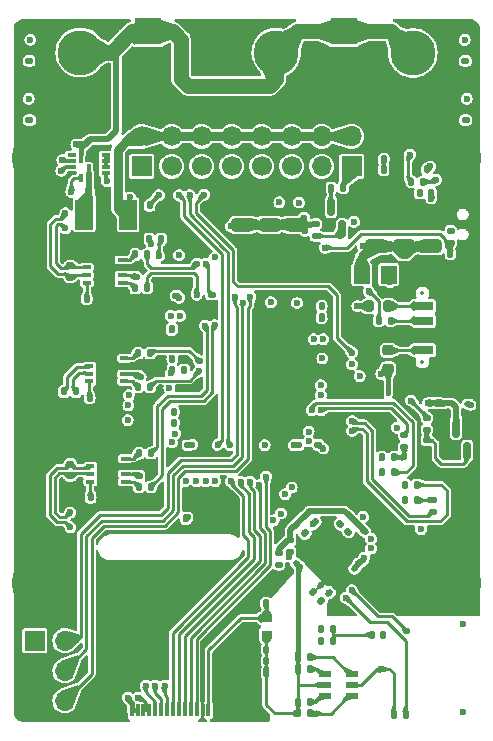
<source format=gbl>
%TF.GenerationSoftware,KiCad,Pcbnew,8.0.5*%
%TF.CreationDate,2024-11-08T19:29:57+08:00*%
%TF.ProjectId,STM32H730,53544d33-3248-4373-9330-2e6b69636164,rev?*%
%TF.SameCoordinates,Original*%
%TF.FileFunction,Copper,L4,Bot*%
%TF.FilePolarity,Positive*%
%FSLAX46Y46*%
G04 Gerber Fmt 4.6, Leading zero omitted, Abs format (unit mm)*
G04 Created by KiCad (PCBNEW 8.0.5) date 2024-11-08 19:29:57*
%MOMM*%
%LPD*%
G01*
G04 APERTURE LIST*
G04 Aperture macros list*
%AMRoundRect*
0 Rectangle with rounded corners*
0 $1 Rounding radius*
0 $2 $3 $4 $5 $6 $7 $8 $9 X,Y pos of 4 corners*
0 Add a 4 corners polygon primitive as box body*
4,1,4,$2,$3,$4,$5,$6,$7,$8,$9,$2,$3,0*
0 Add four circle primitives for the rounded corners*
1,1,$1+$1,$2,$3*
1,1,$1+$1,$4,$5*
1,1,$1+$1,$6,$7*
1,1,$1+$1,$8,$9*
0 Add four rect primitives between the rounded corners*
20,1,$1+$1,$2,$3,$4,$5,0*
20,1,$1+$1,$4,$5,$6,$7,0*
20,1,$1+$1,$6,$7,$8,$9,0*
20,1,$1+$1,$8,$9,$2,$3,0*%
%AMRotRect*
0 Rectangle, with rotation*
0 The origin of the aperture is its center*
0 $1 length*
0 $2 width*
0 $3 Rotation angle, in degrees counterclockwise*
0 Add horizontal line*
21,1,$1,$2,0,0,$3*%
G04 Aperture macros list end*
%TA.AperFunction,ComponentPad*%
%ADD10R,1.700000X1.700000*%
%TD*%
%TA.AperFunction,ComponentPad*%
%ADD11O,1.700000X1.700000*%
%TD*%
%TA.AperFunction,ComponentPad*%
%ADD12O,2.100000X1.000000*%
%TD*%
%TA.AperFunction,ComponentPad*%
%ADD13O,1.800000X1.000000*%
%TD*%
%TA.AperFunction,ComponentPad*%
%ADD14C,3.800000*%
%TD*%
%TA.AperFunction,ComponentPad*%
%ADD15R,3.800000X3.800000*%
%TD*%
%TA.AperFunction,ComponentPad*%
%ADD16C,1.700000*%
%TD*%
%TA.AperFunction,HeatsinkPad*%
%ADD17C,0.500000*%
%TD*%
%TA.AperFunction,HeatsinkPad*%
%ADD18RotRect,2.450000X2.450000X135.000000*%
%TD*%
%TA.AperFunction,SMDPad,CuDef*%
%ADD19RoundRect,0.140000X-0.140000X-0.170000X0.140000X-0.170000X0.140000X0.170000X-0.140000X0.170000X0*%
%TD*%
%TA.AperFunction,SMDPad,CuDef*%
%ADD20RoundRect,0.135000X0.185000X-0.135000X0.185000X0.135000X-0.185000X0.135000X-0.185000X-0.135000X0*%
%TD*%
%TA.AperFunction,SMDPad,CuDef*%
%ADD21RoundRect,0.140000X0.170000X-0.140000X0.170000X0.140000X-0.170000X0.140000X-0.170000X-0.140000X0*%
%TD*%
%TA.AperFunction,SMDPad,CuDef*%
%ADD22RoundRect,0.135000X0.135000X0.185000X-0.135000X0.185000X-0.135000X-0.185000X0.135000X-0.185000X0*%
%TD*%
%TA.AperFunction,SMDPad,CuDef*%
%ADD23RoundRect,0.140000X0.219203X0.021213X0.021213X0.219203X-0.219203X-0.021213X-0.021213X-0.219203X0*%
%TD*%
%TA.AperFunction,SMDPad,CuDef*%
%ADD24RoundRect,0.250000X-0.650000X0.325000X-0.650000X-0.325000X0.650000X-0.325000X0.650000X0.325000X0*%
%TD*%
%TA.AperFunction,SMDPad,CuDef*%
%ADD25RoundRect,0.135000X-0.185000X0.135000X-0.185000X-0.135000X0.185000X-0.135000X0.185000X0.135000X0*%
%TD*%
%TA.AperFunction,SMDPad,CuDef*%
%ADD26R,0.762000X0.304800*%
%TD*%
%TA.AperFunction,SMDPad,CuDef*%
%ADD27R,1.651000X2.438400*%
%TD*%
%TA.AperFunction,SMDPad,CuDef*%
%ADD28RoundRect,0.140000X0.140000X0.170000X-0.140000X0.170000X-0.140000X-0.170000X0.140000X-0.170000X0*%
%TD*%
%TA.AperFunction,SMDPad,CuDef*%
%ADD29R,2.209800X2.260600*%
%TD*%
%TA.AperFunction,SMDPad,CuDef*%
%ADD30RoundRect,0.135000X-0.226274X-0.035355X-0.035355X-0.226274X0.226274X0.035355X0.035355X0.226274X0*%
%TD*%
%TA.AperFunction,SMDPad,CuDef*%
%ADD31R,0.304800X1.498600*%
%TD*%
%TA.AperFunction,SMDPad,CuDef*%
%ADD32R,0.711200X0.304800*%
%TD*%
%TA.AperFunction,SMDPad,CuDef*%
%ADD33R,0.304800X0.711200*%
%TD*%
%TA.AperFunction,SMDPad,CuDef*%
%ADD34RoundRect,0.135000X-0.135000X-0.185000X0.135000X-0.185000X0.135000X0.185000X-0.135000X0.185000X0*%
%TD*%
%TA.AperFunction,SMDPad,CuDef*%
%ADD35RoundRect,0.150000X-0.150000X0.587500X-0.150000X-0.587500X0.150000X-0.587500X0.150000X0.587500X0*%
%TD*%
%TA.AperFunction,SMDPad,CuDef*%
%ADD36RoundRect,0.140000X-0.170000X0.140000X-0.170000X-0.140000X0.170000X-0.140000X0.170000X0.140000X0*%
%TD*%
%TA.AperFunction,SMDPad,CuDef*%
%ADD37RoundRect,0.140000X0.021213X-0.219203X0.219203X-0.021213X-0.021213X0.219203X-0.219203X0.021213X0*%
%TD*%
%TA.AperFunction,SMDPad,CuDef*%
%ADD38RoundRect,0.140000X-0.021213X0.219203X-0.219203X0.021213X0.021213X-0.219203X0.219203X-0.021213X0*%
%TD*%
%TA.AperFunction,SMDPad,CuDef*%
%ADD39R,0.300000X0.600000*%
%TD*%
%TA.AperFunction,SMDPad,CuDef*%
%ADD40R,1.500000X2.500000*%
%TD*%
%TA.AperFunction,SMDPad,CuDef*%
%ADD41RoundRect,0.112500X0.187500X0.112500X-0.187500X0.112500X-0.187500X-0.112500X0.187500X-0.112500X0*%
%TD*%
%TA.AperFunction,SMDPad,CuDef*%
%ADD42R,1.072000X0.532000*%
%TD*%
%TA.AperFunction,SMDPad,CuDef*%
%ADD43RoundRect,0.218750X-0.256250X0.218750X-0.256250X-0.218750X0.256250X-0.218750X0.256250X0.218750X0*%
%TD*%
%TA.AperFunction,SMDPad,CuDef*%
%ADD44R,1.600000X0.800000*%
%TD*%
%TA.AperFunction,SMDPad,CuDef*%
%ADD45R,3.000000X2.100000*%
%TD*%
%TA.AperFunction,SMDPad,CuDef*%
%ADD46RoundRect,0.200000X-0.200000X-0.275000X0.200000X-0.275000X0.200000X0.275000X-0.200000X0.275000X0*%
%TD*%
%TA.AperFunction,SMDPad,CuDef*%
%ADD47RoundRect,0.135000X-0.035355X0.226274X-0.226274X0.035355X0.035355X-0.226274X0.226274X-0.035355X0*%
%TD*%
%TA.AperFunction,SMDPad,CuDef*%
%ADD48RoundRect,0.150000X0.150000X-0.587500X0.150000X0.587500X-0.150000X0.587500X-0.150000X-0.587500X0*%
%TD*%
%TA.AperFunction,SMDPad,CuDef*%
%ADD49R,0.300000X1.100000*%
%TD*%
%TA.AperFunction,SMDPad,CuDef*%
%ADD50R,1.100000X1.800000*%
%TD*%
%TA.AperFunction,SMDPad,CuDef*%
%ADD51R,1.335000X1.500000*%
%TD*%
%TA.AperFunction,SMDPad,CuDef*%
%ADD52R,0.864000X0.800000*%
%TD*%
%TA.AperFunction,ViaPad*%
%ADD53C,0.600000*%
%TD*%
%TA.AperFunction,Conductor*%
%ADD54C,0.508000*%
%TD*%
%TA.AperFunction,Conductor*%
%ADD55C,0.254000*%
%TD*%
%TA.AperFunction,Conductor*%
%ADD56C,0.381000*%
%TD*%
%TA.AperFunction,Conductor*%
%ADD57C,0.762000*%
%TD*%
%TA.AperFunction,Conductor*%
%ADD58C,1.270000*%
%TD*%
%TA.AperFunction,Conductor*%
%ADD59C,0.200000*%
%TD*%
%ADD60C,0.300000*%
%ADD61C,0.350000*%
%ADD62O,1.700000X0.600000*%
%ADD63O,1.400000X0.600000*%
%ADD64C,0.200000*%
G04 APERTURE END LIST*
D10*
%TO.P,J7,1,Pin_1*%
%TO.N,+5V*%
X86050200Y-83149200D03*
D11*
%TO.P,J7,2,Pin_2*%
%TO.N,SPI3_MISO_ECAT*%
X88590200Y-83149200D03*
%TO.P,J7,3,Pin_3*%
%TO.N,GND*%
X86050200Y-85689200D03*
%TO.P,J7,4,Pin_4*%
%TO.N,SPI3_SCLK_ECAT*%
X88590200Y-85689200D03*
%TO.P,J7,5,Pin_5*%
%TO.N,GND*%
X86050200Y-88229200D03*
%TO.P,J7,6,Pin_6*%
%TO.N,SPI3_MOSI_ECAT*%
X88590200Y-88229200D03*
%TD*%
D12*
%TO.P,J5,S1,SHIELD*%
%TO.N,GND*%
X118375000Y-60950000D03*
D13*
X122555000Y-60950000D03*
D12*
X118375000Y-52310000D03*
D13*
X122555000Y-52310000D03*
%TD*%
D14*
%TO.P,J3,1,Pin_1*%
%TO.N,GND*%
X86000000Y-78250000D03*
%TD*%
D15*
%TO.P,CN2,1,-*%
%TO.N,GND*%
X101500000Y-33350000D03*
D14*
%TO.P,CN2,2,+*%
%TO.N,VIN*%
X106500000Y-33350000D03*
%TD*%
%TO.P,J2,1,Pin_1*%
%TO.N,GND*%
X122000000Y-42250000D03*
%TD*%
D10*
%TO.P,CN5,1,1*%
%TO.N,TIM15_CH1*%
X95095000Y-42985000D03*
D16*
%TO.P,CN5,2,2*%
%TO.N,+P5V*%
X95095000Y-40445000D03*
%TO.P,CN5,3,3*%
%TO.N,GND*%
X95095000Y-37905000D03*
%TO.P,CN5,4,4*%
%TO.N,TIM15_CH2*%
X97635000Y-42985000D03*
%TO.P,CN5,5,5*%
%TO.N,+P5V*%
X97635000Y-40445000D03*
%TO.P,CN5,6,6*%
%TO.N,GND*%
X97635000Y-37905000D03*
%TO.P,CN5,7,7*%
%TO.N,TIM4_CH2*%
X100175000Y-42985000D03*
%TO.P,CN5,8,8*%
%TO.N,+P5V*%
X100175000Y-40445000D03*
%TO.P,CN5,9,9*%
%TO.N,GND*%
X100175000Y-37905000D03*
%TO.P,CN5,10,10*%
%TO.N,TIM2_CH1*%
X102715000Y-42985000D03*
%TO.P,CN5,11,11*%
%TO.N,+P5V*%
X102715000Y-40445000D03*
%TO.P,CN5,12,12*%
%TO.N,GND*%
X102715000Y-37905000D03*
%TO.P,CN5,13,13*%
%TO.N,TIM1_CH1*%
X105255000Y-42985000D03*
%TO.P,CN5,14,14*%
%TO.N,+P5V*%
X105255000Y-40445000D03*
%TO.P,CN5,15,15*%
%TO.N,GND*%
X105255000Y-37905000D03*
%TO.P,CN5,16,16*%
%TO.N,TIM1_CH2*%
X107795000Y-42985000D03*
%TO.P,CN5,17,17*%
%TO.N,+P5V*%
X107795000Y-40445000D03*
%TO.P,CN5,18,18*%
%TO.N,GND*%
X107795000Y-37905000D03*
%TD*%
D15*
%TO.P,CN8,1,-*%
%TO.N,GND*%
X89900000Y-38350000D03*
D14*
%TO.P,CN8,2,+*%
%TO.N,VIN*%
X89900000Y-33350000D03*
%TD*%
%TO.P,J1,1,Pin_1*%
%TO.N,GND*%
X86000000Y-42250000D03*
%TD*%
D17*
%TO.P,U4,25,VSS*%
%TO.N,GND*%
X110820200Y-77858258D03*
X111509629Y-77168829D03*
X112199058Y-76479400D03*
X110130771Y-77168829D03*
X110820200Y-76479400D03*
D18*
X110820200Y-76479400D03*
D17*
X111509629Y-75789971D03*
X109441342Y-76479400D03*
X110130771Y-75789971D03*
X110820200Y-75100542D03*
%TD*%
D14*
%TO.P,J4,1,Pin_1*%
%TO.N,GND*%
X122000000Y-78250000D03*
%TD*%
D15*
%TO.P,CN9,1,-*%
%TO.N,GND*%
X118060000Y-38380000D03*
D14*
%TO.P,CN9,2,+*%
%TO.N,VIN*%
X118060000Y-33380000D03*
%TD*%
D10*
%TO.P,J6,1,Pin_1*%
%TO.N,Net-(J6-Pin_1)*%
X112875000Y-42985000D03*
D11*
%TO.P,J6,2,Pin_2*%
%TO.N,TIM3_CH3*%
X110335000Y-42985000D03*
%TO.P,J6,3,Pin_3*%
%TO.N,+P5V*%
X112875000Y-40445000D03*
%TO.P,J6,4,Pin_4*%
X110335000Y-40445000D03*
%TO.P,J6,5,Pin_5*%
%TO.N,GND*%
X112875000Y-37905000D03*
%TO.P,J6,6,Pin_6*%
X110335000Y-37905000D03*
%TD*%
D19*
%TO.P,C46,1*%
%TO.N,KEY_PD1*%
X121245000Y-50375000D03*
%TO.P,C46,2*%
%TO.N,GND*%
X122205000Y-50375000D03*
%TD*%
D20*
%TO.P,R47,1*%
%TO.N,USART1_RX*%
X119725000Y-72235000D03*
%TO.P,R47,2*%
%TO.N,Net-(CN12-Pad3)*%
X119725000Y-71215000D03*
%TD*%
D21*
%TO.P,C29,1*%
%TO.N,+5V*%
X94600000Y-52352601D03*
%TO.P,C29,2*%
%TO.N,GND*%
X94600000Y-51392601D03*
%TD*%
D22*
%TO.P,R5,1*%
%TO.N,Net-(C17-Pad1)*%
X111330200Y-82169000D03*
%TO.P,R5,2*%
%TO.N,Net-(R5-Pad2)*%
X110310200Y-82169000D03*
%TD*%
D19*
%TO.P,C30,1*%
%TO.N,+5V*%
X90451000Y-54222601D03*
%TO.P,C30,2*%
%TO.N,GND*%
X91411000Y-54222601D03*
%TD*%
D23*
%TO.P,C23,1*%
%TO.N,Net-(U4-VDDCR)*%
X113144800Y-77016000D03*
%TO.P,C23,2*%
%TO.N,GND*%
X112465978Y-76337178D03*
%TD*%
D21*
%TO.P,C34,1*%
%TO.N,+5V*%
X94825000Y-60705000D03*
%TO.P,C34,2*%
%TO.N,GND*%
X94825000Y-59745000D03*
%TD*%
D24*
%TO.P,C53,1*%
%TO.N,GND*%
X108225000Y-44975000D03*
%TO.P,C53,2*%
%TO.N,+3.3V*%
X108225000Y-47925000D03*
%TD*%
D25*
%TO.P,R44,1*%
%TO.N,+3.3V*%
X109850000Y-47865000D03*
%TO.P,R44,2*%
%TO.N,USART4_RX*%
X109850000Y-48885000D03*
%TD*%
D19*
%TO.P,C8,1*%
%TO.N,+3.3V*%
X97691000Y-59258200D03*
%TO.P,C8,2*%
%TO.N,GND*%
X98651000Y-59258200D03*
%TD*%
D22*
%TO.P,R49,1*%
%TO.N,USART1_TX*%
X118417500Y-69950000D03*
%TO.P,R49,2*%
%TO.N,+3.3V*%
X117397500Y-69950000D03*
%TD*%
D26*
%TO.P,U10,1,TXD*%
%TO.N,Net-(U10-TXD)*%
X93623200Y-59250000D03*
%TO.P,U10,2,GND*%
%TO.N,GND*%
X93623200Y-59899998D03*
%TO.P,U10,3,VCC*%
%TO.N,+5V*%
X93623200Y-60550000D03*
%TO.P,U10,4,RXD*%
%TO.N,Net-(U10-RXD)*%
X93623200Y-61199998D03*
%TO.P,U10,5,VIO*%
%TO.N,+5V*%
X90676800Y-61199998D03*
%TO.P,U10,6,CANL*%
%TO.N,Net-(U10-CANL)*%
X90676800Y-60550000D03*
%TO.P,U10,7,CANH*%
%TO.N,Net-(U10-CANH)*%
X90676800Y-59899998D03*
%TO.P,U10,8,STB*%
%TO.N,GND*%
X90676800Y-59250000D03*
D27*
%TO.P,U10,9,EPAD*%
X92150000Y-60224999D03*
%TD*%
D28*
%TO.P,C50,1*%
%TO.N,GND*%
X116560002Y-42375000D03*
%TO.P,C50,2*%
%TO.N,Net-(U15-VCC)*%
X115600002Y-42375000D03*
%TD*%
D21*
%TO.P,C9,1*%
%TO.N,+3.3V*%
X99009200Y-66596200D03*
%TO.P,C9,2*%
%TO.N,GND*%
X99009200Y-65636200D03*
%TD*%
D29*
%TO.P,CR1,1*%
%TO.N,VIN*%
X95675000Y-31558900D03*
%TO.P,CR1,2*%
%TO.N,GND*%
X95675000Y-35191100D03*
%TD*%
D30*
%TO.P,R14,1*%
%TO.N,+3.3V*%
X109062576Y-72384976D03*
%TO.P,R14,2*%
%TO.N,Net-(U4-~{INT}{slash}REFCLKO)*%
X109783824Y-73106224D03*
%TD*%
D31*
%TO.P,U6,1,IN*%
%TO.N,VIN*%
X89961355Y-41960544D03*
%TO.P,U6,2,PGND*%
%TO.N,GND*%
X91261607Y-41960544D03*
D32*
%TO.P,U6,3,VCC*%
%TO.N,Net-(U6-VCC)*%
X92061481Y-42011355D03*
%TO.P,U6,4,VSEL1*%
X92061481Y-42511481D03*
%TO.P,U6,5,VSEL2*%
X92061481Y-43011607D03*
%TO.P,U6,6,FB*%
%TO.N,Net-(U6-FB)*%
X92061481Y-43511733D03*
D33*
%TO.P,U6,7,AGND*%
%TO.N,GND*%
X91261607Y-43961544D03*
D31*
%TO.P,U6,8,SW*%
%TO.N,Net-(U6-SW)*%
X90611481Y-43562544D03*
D33*
%TO.P,U6,9,BST*%
%TO.N,Net-(U6-BST)*%
X89961355Y-43961544D03*
D32*
%TO.P,U6,10,MODE*%
%TO.N,GND*%
X89161481Y-43511733D03*
%TO.P,U6,11,EN*%
%TO.N,Net-(U6-EN)*%
X89161481Y-43011607D03*
%TO.P,U6,12,ILIM*%
%TO.N,Net-(U6-ILIM)*%
X89161481Y-42511481D03*
%TO.P,U6,13,PG*%
%TO.N,unconnected-(U6-PG-Pad13)*%
X89161481Y-42011355D03*
%TD*%
D34*
%TO.P,R25,1*%
%TO.N,Net-(U9-RXD)*%
X94865000Y-70125000D03*
%TO.P,R25,2*%
%TO.N,CAN2_RX*%
X95885000Y-70125000D03*
%TD*%
D24*
%TO.P,C61,1*%
%TO.N,GND*%
X119575000Y-46800000D03*
%TO.P,C61,2*%
%TO.N,+5V*%
X119575000Y-49750000D03*
%TD*%
D22*
%TO.P,R41,1*%
%TO.N,Net-(CN3-Pad2)*%
X116183600Y-56057800D03*
%TO.P,R41,2*%
%TO.N,SWCLK*%
X115163600Y-56057800D03*
%TD*%
D26*
%TO.P,U3,1,TXD*%
%TO.N,Net-(U3-TXD)*%
X93392200Y-50900001D03*
%TO.P,U3,2,GND*%
%TO.N,GND*%
X93392200Y-51549999D03*
%TO.P,U3,3,VCC*%
%TO.N,+5V*%
X93392200Y-52200001D03*
%TO.P,U3,4,RXD*%
%TO.N,Net-(U3-RXD)*%
X93392200Y-52849999D03*
%TO.P,U3,5,VIO*%
%TO.N,+5V*%
X90445800Y-52849999D03*
%TO.P,U3,6,CANL*%
%TO.N,Net-(U3-CANL)*%
X90445800Y-52200001D03*
%TO.P,U3,7,CANH*%
%TO.N,Net-(U3-CANH)*%
X90445800Y-51549999D03*
%TO.P,U3,8,STB*%
%TO.N,GND*%
X90445800Y-50900001D03*
D27*
%TO.P,U3,9,EPAD*%
X91919000Y-51875000D03*
%TD*%
D34*
%TO.P,R58,1*%
%TO.N,VIN*%
X117940000Y-44300000D03*
%TO.P,R58,2*%
%TO.N,Net-(U15-EN)*%
X118960000Y-44300000D03*
%TD*%
D19*
%TO.P,C12,1*%
%TO.N,+3.3V*%
X95770000Y-46300000D03*
%TO.P,C12,2*%
%TO.N,GND*%
X96730000Y-46300000D03*
%TD*%
D20*
%TO.P,R51,1*%
%TO.N,Net-(D5-K)*%
X122525000Y-39062500D03*
%TO.P,R51,2*%
%TO.N,GND*%
X122525000Y-38042500D03*
%TD*%
D29*
%TO.P,CR2,1*%
%TO.N,VIN*%
X112204500Y-31559500D03*
%TO.P,CR2,2*%
%TO.N,GND*%
X112204500Y-35191700D03*
%TD*%
D25*
%TO.P,R26,1*%
%TO.N,Net-(U9-CANH)*%
X89050000Y-68180201D03*
%TO.P,R26,2*%
%TO.N,Net-(U9-CANL)*%
X89050000Y-69200201D03*
%TD*%
D22*
%TO.P,R4,1*%
%TO.N,Net-(C17-Pad1)*%
X111330200Y-83134200D03*
%TO.P,R4,2*%
%TO.N,Net-(R4-Pad2)*%
X110310200Y-83134200D03*
%TD*%
%TO.P,R60,1*%
%TO.N,Net-(CN13-Pad2)*%
X116460000Y-67625000D03*
%TO.P,R60,2*%
%TO.N,+3.3V*%
X115440000Y-67625000D03*
%TD*%
D34*
%TO.P,R43,1*%
%TO.N,NRST*%
X97686400Y-60225000D03*
%TO.P,R43,2*%
%TO.N,+3.3V*%
X98706400Y-60225000D03*
%TD*%
D24*
%TO.P,C62,1*%
%TO.N,GND*%
X114975000Y-46800000D03*
%TO.P,C62,2*%
%TO.N,+5V*%
X114975000Y-49750000D03*
%TD*%
D20*
%TO.P,R46,1*%
%TO.N,KEY_PD1*%
X121275000Y-49460000D03*
%TO.P,R46,2*%
%TO.N,+3.3V*%
X121275000Y-48440000D03*
%TD*%
D35*
%TO.P,Q2,1,B*%
%TO.N,Net-(Q2-B)*%
X111125000Y-46450000D03*
%TO.P,Q2,2,E*%
%TO.N,GND*%
X113025000Y-46450000D03*
%TO.P,Q2,3,C*%
%TO.N,USART4_RX*%
X112075000Y-48325000D03*
%TD*%
D19*
%TO.P,C32,1*%
%TO.N,+5V*%
X90695000Y-62575000D03*
%TO.P,C32,2*%
%TO.N,GND*%
X91655000Y-62575000D03*
%TD*%
D28*
%TO.P,C19,1*%
%TO.N,+3.3V_E*%
X105655000Y-85800000D03*
%TO.P,C19,2*%
%TO.N,GND*%
X104695000Y-85800000D03*
%TD*%
D19*
%TO.P,C7,1*%
%TO.N,+3.3V*%
X97818000Y-63785200D03*
%TO.P,C7,2*%
%TO.N,GND*%
X98778000Y-63785200D03*
%TD*%
D30*
%TO.P,R16,1*%
%TO.N,+3.3V*%
X108198976Y-73350176D03*
%TO.P,R16,2*%
%TO.N,ETH_nRST*%
X108920224Y-74071424D03*
%TD*%
D36*
%TO.P,C3,1*%
%TO.N,+3.3V*%
X98018600Y-53926800D03*
%TO.P,C3,2*%
%TO.N,GND*%
X98018600Y-54886800D03*
%TD*%
D24*
%TO.P,C54,1*%
%TO.N,GND*%
X105925000Y-44975000D03*
%TO.P,C54,2*%
%TO.N,+3.3V*%
X105925000Y-47925000D03*
%TD*%
D28*
%TO.P,C6,1*%
%TO.N,+3.3V*%
X110330000Y-54809800D03*
%TO.P,C6,2*%
%TO.N,GND*%
X109370000Y-54809800D03*
%TD*%
D37*
%TO.P,C26,1*%
%TO.N,+3.3V_E*%
X108220189Y-76666411D03*
%TO.P,C26,2*%
%TO.N,GND*%
X108899011Y-75987589D03*
%TD*%
D21*
%TO.P,C10,1*%
%TO.N,+3.3V*%
X110058200Y-66570800D03*
%TO.P,C10,2*%
%TO.N,GND*%
X110058200Y-65610800D03*
%TD*%
D38*
%TO.P,C22,1*%
%TO.N,+3.3V*%
X113979011Y-73879389D03*
%TO.P,C22,2*%
%TO.N,GND*%
X113300189Y-74558211D03*
%TD*%
D39*
%TO.P,U14,1,1*%
%TO.N,GND*%
X116626400Y-62204600D03*
%TO.P,U14,2,2*%
%TO.N,+3.3V*%
X115976400Y-62204600D03*
%TD*%
D40*
%TO.P,L2,1,1*%
%TO.N,Net-(U6-SW)*%
X90250000Y-47075000D03*
%TO.P,L2,2,2*%
%TO.N,+P5V*%
X93950000Y-47075000D03*
%TD*%
D25*
%TO.P,R54,1*%
%TO.N,GND*%
X85585000Y-33042500D03*
%TO.P,R54,2*%
%TO.N,Net-(D8-K)*%
X85585000Y-34062500D03*
%TD*%
D20*
%TO.P,R53,1*%
%TO.N,Net-(D7-K)*%
X85600000Y-39062500D03*
%TO.P,R53,2*%
%TO.N,GND*%
X85600000Y-38042500D03*
%TD*%
D23*
%TO.P,C25,1*%
%TO.N,+3.3V_E*%
X110998000Y-79070200D03*
%TO.P,C25,2*%
%TO.N,GND*%
X110319178Y-78391378D03*
%TD*%
D41*
%TO.P,D1,1,K*%
%TO.N,VBUS*%
X122741400Y-63075000D03*
%TO.P,D1,2,A*%
%TO.N,Net-(D1-A)*%
X120641400Y-63075000D03*
%TD*%
D28*
%TO.P,C18,1*%
%TO.N,+3.3V*%
X105612650Y-79950000D03*
%TO.P,C18,2*%
%TO.N,GND*%
X104652650Y-79950000D03*
%TD*%
D22*
%TO.P,R6,1*%
%TO.N,P1_TXOP*%
X109374400Y-88341200D03*
%TO.P,R6,2*%
%TO.N,+3.3V_E*%
X108354400Y-88341200D03*
%TD*%
%TO.P,R9,1*%
%TO.N,P1_RXIN*%
X109374400Y-85521800D03*
%TO.P,R9,2*%
%TO.N,+3.3V_E*%
X108354400Y-85521800D03*
%TD*%
D34*
%TO.P,R45,1*%
%TO.N,+3.3V*%
X95740000Y-49125000D03*
%TO.P,R45,2*%
%TO.N,FLASH_CS*%
X96760000Y-49125000D03*
%TD*%
D25*
%TO.P,R17,1*%
%TO.N,+3.3V*%
X107675000Y-74640001D03*
%TO.P,R17,2*%
%TO.N,Net-(U4-TXD0)*%
X107675000Y-75659999D03*
%TD*%
D19*
%TO.P,C59,1*%
%TO.N,Net-(U15-BST)*%
X118670000Y-45275000D03*
%TO.P,C59,2*%
%TO.N,Net-(U15-SW)*%
X119630000Y-45275000D03*
%TD*%
D42*
%TO.P,D2,1,1*%
%TO.N,P1_RXIP*%
X112883600Y-85943400D03*
%TO.P,D2,2,2*%
%TO.N,GND*%
X112883600Y-86893400D03*
%TO.P,D2,3,3*%
%TO.N,P1_TXON*%
X112883600Y-87843400D03*
%TO.P,D2,4,4*%
%TO.N,P1_TXOP*%
X110585600Y-87843400D03*
%TO.P,D2,5,5*%
%TO.N,+3.3V_E*%
X110585600Y-86893400D03*
%TO.P,D2,6,6*%
%TO.N,P1_RXIN*%
X110585600Y-85943400D03*
%TD*%
D19*
%TO.P,C44,1*%
%TO.N,+3.3V*%
X97815400Y-64725000D03*
%TO.P,C44,2*%
%TO.N,GND*%
X98775400Y-64725000D03*
%TD*%
D43*
%TO.P,L7,1,1*%
%TO.N,Net-(CN3-Pad4)*%
X115976400Y-58572300D03*
%TO.P,L7,2,2*%
%TO.N,+3.3V*%
X115976400Y-60147300D03*
%TD*%
D25*
%TO.P,R1,1*%
%TO.N,Net-(U3-CANH)*%
X89048800Y-51378601D03*
%TO.P,R1,2*%
%TO.N,Net-(U3-CANL)*%
X89048800Y-52398601D03*
%TD*%
D22*
%TO.P,R11,1*%
%TO.N,Net-(D4-A)*%
X117477000Y-89408000D03*
%TO.P,R11,2*%
%TO.N,GND*%
X116457000Y-89408000D03*
%TD*%
D34*
%TO.P,R3,1*%
%TO.N,Net-(U3-RXD)*%
X94565000Y-53297601D03*
%TO.P,R3,2*%
%TO.N,CAN1_RX*%
X95585000Y-53297601D03*
%TD*%
D19*
%TO.P,C11,1*%
%TO.N,+3.3V*%
X97663000Y-56743600D03*
%TO.P,C11,2*%
%TO.N,GND*%
X98623000Y-56743600D03*
%TD*%
D34*
%TO.P,R50,1*%
%TO.N,Net-(Q2-B)*%
X111140000Y-44800000D03*
%TO.P,R50,2*%
%TO.N,Net-(J6-Pin_1)*%
X112160000Y-44800000D03*
%TD*%
D25*
%TO.P,R59,1*%
%TO.N,USART3_RX*%
X117350000Y-65715000D03*
%TO.P,R59,2*%
%TO.N,Net-(CN13-Pad2)*%
X117350000Y-66735000D03*
%TD*%
D44*
%TO.P,CN3,1,1*%
%TO.N,Net-(CN3-Pad1)*%
X118980000Y-54810000D03*
%TO.P,CN3,2,2*%
%TO.N,Net-(CN3-Pad2)*%
X118980000Y-56060000D03*
%TO.P,CN3,3,3*%
%TO.N,GND*%
X118980000Y-57310000D03*
%TO.P,CN3,4,4*%
%TO.N,Net-(CN3-Pad4)*%
X118980000Y-58560000D03*
D45*
%TO.P,CN3,5,5*%
%TO.N,GND*%
X121480000Y-61120000D03*
%TO.P,CN3,6,6*%
X121480000Y-52260000D03*
%TD*%
D34*
%TO.P,R29,1*%
%TO.N,Net-(U10-CANH)*%
X88515000Y-62050000D03*
%TO.P,R29,2*%
%TO.N,Net-(U10-CANL)*%
X89535000Y-62050000D03*
%TD*%
D28*
%TO.P,C13,1*%
%TO.N,Net-(C13-Pad1)*%
X110330000Y-55775000D03*
%TO.P,C13,2*%
%TO.N,GND*%
X109370000Y-55775000D03*
%TD*%
D23*
%TO.P,C24,1*%
%TO.N,Net-(U4-VDDCR)*%
X113814411Y-76339411D03*
%TO.P,C24,2*%
%TO.N,GND*%
X113135589Y-75660589D03*
%TD*%
D25*
%TO.P,R18,1*%
%TO.N,+3.3V*%
X106725000Y-75690001D03*
%TO.P,R18,2*%
%TO.N,Net-(U4-TXD1)*%
X106725000Y-76709999D03*
%TD*%
%TO.P,R52,1*%
%TO.N,GND*%
X122510000Y-33042500D03*
%TO.P,R52,2*%
%TO.N,Net-(D6-K)*%
X122510000Y-34062500D03*
%TD*%
%TO.P,R39,1*%
%TO.N,BUZZER*%
X119250000Y-64265000D03*
%TO.P,R39,2*%
%TO.N,Net-(Q1-B)*%
X119250000Y-65285000D03*
%TD*%
D22*
%TO.P,R7,1*%
%TO.N,P1_TXON*%
X109374400Y-89306400D03*
%TO.P,R7,2*%
%TO.N,+3.3V_E*%
X108354400Y-89306400D03*
%TD*%
D46*
%TO.P,R40,1*%
%TO.N,SWDIO*%
X114338600Y-54813200D03*
%TO.P,R40,2*%
%TO.N,Net-(CN3-Pad1)*%
X115988600Y-54813200D03*
%TD*%
D47*
%TO.P,R19,1*%
%TO.N,+3.3V*%
X113309400Y-73202800D03*
%TO.P,R19,2*%
%TO.N,Net-(U4-CRS_DV{slash}MODE2)*%
X112588152Y-73924048D03*
%TD*%
D21*
%TO.P,C33,1*%
%TO.N,+5V*%
X94900000Y-69180000D03*
%TO.P,C33,2*%
%TO.N,GND*%
X94900000Y-68220000D03*
%TD*%
D26*
%TO.P,U9,1,TXD*%
%TO.N,Net-(U9-TXD)*%
X93698200Y-67725001D03*
%TO.P,U9,2,GND*%
%TO.N,GND*%
X93698200Y-68374999D03*
%TO.P,U9,3,VCC*%
%TO.N,+5V*%
X93698200Y-69025001D03*
%TO.P,U9,4,RXD*%
%TO.N,Net-(U9-RXD)*%
X93698200Y-69674999D03*
%TO.P,U9,5,VIO*%
%TO.N,+5V*%
X90751800Y-69674999D03*
%TO.P,U9,6,CANL*%
%TO.N,Net-(U9-CANL)*%
X90751800Y-69025001D03*
%TO.P,U9,7,CANH*%
%TO.N,Net-(U9-CANH)*%
X90751800Y-68374999D03*
%TO.P,U9,8,STB*%
%TO.N,GND*%
X90751800Y-67725001D03*
D27*
%TO.P,U9,9,EPAD*%
X92225000Y-68700000D03*
%TD*%
D19*
%TO.P,C31,1*%
%TO.N,+5V*%
X90770000Y-71025000D03*
%TO.P,C31,2*%
%TO.N,GND*%
X91730000Y-71025000D03*
%TD*%
D48*
%TO.P,Q1,1,B*%
%TO.N,Net-(Q1-B)*%
X122669100Y-67063900D03*
%TO.P,Q1,2,E*%
%TO.N,GND*%
X120769100Y-67063900D03*
%TO.P,Q1,3,C*%
%TO.N,Net-(D1-A)*%
X121719100Y-65188900D03*
%TD*%
D34*
%TO.P,R24,1*%
%TO.N,Net-(U9-TXD)*%
X94865000Y-67275000D03*
%TO.P,R24,2*%
%TO.N,CAN2_TX*%
X95885000Y-67275000D03*
%TD*%
D20*
%TO.P,R42,1*%
%TO.N,GND*%
X101015800Y-54891400D03*
%TO.P,R42,2*%
%TO.N,Net-(U1-BOOT0)*%
X101015800Y-53871400D03*
%TD*%
D25*
%TO.P,R38,1*%
%TO.N,Net-(Q1-B)*%
X119250000Y-66175000D03*
%TO.P,R38,2*%
%TO.N,GND*%
X119250000Y-67195000D03*
%TD*%
D36*
%TO.P,C45,1*%
%TO.N,NRST*%
X98900000Y-72695000D03*
%TO.P,C45,2*%
%TO.N,GND*%
X98900000Y-73655000D03*
%TD*%
D22*
%TO.P,R48,1*%
%TO.N,Net-(CN12-Pad3)*%
X118417500Y-71275000D03*
%TO.P,R48,2*%
%TO.N,+3.3V*%
X117397500Y-71275000D03*
%TD*%
D21*
%TO.P,C14,1*%
%TO.N,Net-(C14-Pad1)*%
X108375000Y-66570800D03*
%TO.P,C14,2*%
%TO.N,GND*%
X108375000Y-65610800D03*
%TD*%
D28*
%TO.P,C58,1*%
%TO.N,GND*%
X116560002Y-43305000D03*
%TO.P,C58,2*%
%TO.N,Net-(U15-VCC)*%
X115600002Y-43305000D03*
%TD*%
D49*
%TO.P,FPC1,1,1*%
%TO.N,GND1*%
X94250000Y-89038500D03*
%TO.P,FPC1,2,2*%
X94750000Y-89038500D03*
%TO.P,FPC1,3,3*%
%TO.N,Heat_PWR*%
X95250000Y-89038500D03*
%TO.P,FPC1,4,4*%
X95750000Y-89038500D03*
%TO.P,FPC1,5,5*%
%TO.N,TIM8_CH2N*%
X96250000Y-89038500D03*
%TO.P,FPC1,6,6*%
%TO.N,SPI4_MISO*%
X96750000Y-89038500D03*
%TO.P,FPC1,7,7*%
%TO.N,SPI4_MOSI*%
X97250000Y-89038500D03*
%TO.P,FPC1,8,8*%
%TO.N,INT1_GYRO*%
X97750000Y-89038500D03*
%TO.P,FPC1,9,9*%
%TO.N,INT1_ACCEL*%
X98250000Y-89038500D03*
%TO.P,FPC1,10,10*%
%TO.N,CS1_GYRO*%
X98750000Y-89038500D03*
%TO.P,FPC1,11,11*%
%TO.N,CS1_ACCEL*%
X99250000Y-89038500D03*
%TO.P,FPC1,12,12*%
%TO.N,SPI4_SCK*%
X99750000Y-89038500D03*
%TO.P,FPC1,13,13*%
%TO.N,GND*%
X100250000Y-89038500D03*
%TO.P,FPC1,14,14*%
%TO.N,+3.3V*%
X100750000Y-89038500D03*
D50*
%TO.P,FPC1,15,15*%
%TO.N,GND*%
X102900000Y-86238500D03*
%TO.P,FPC1,16,16*%
X92100000Y-86238500D03*
%TD*%
D28*
%TO.P,C27,1*%
%TO.N,+3.3V_E*%
X105662350Y-83920400D03*
%TO.P,C27,2*%
%TO.N,GND*%
X104702350Y-83920400D03*
%TD*%
D47*
%TO.P,R20,1*%
%TO.N,+3.3V*%
X112628624Y-72537376D03*
%TO.P,R20,2*%
%TO.N,ETH_MDIO*%
X111907376Y-73258624D03*
%TD*%
D28*
%TO.P,C28,1*%
%TO.N,+3.3V_E*%
X105662350Y-84860200D03*
%TO.P,C28,2*%
%TO.N,GND*%
X104702350Y-84860200D03*
%TD*%
D51*
%TO.P,F1,1*%
%TO.N,+5V*%
X113732500Y-52150000D03*
%TO.P,F1,2*%
%TO.N,VBUS*%
X116017500Y-52150000D03*
%TD*%
D22*
%TO.P,R8,1*%
%TO.N,P1_RXIP*%
X109376400Y-84556600D03*
%TO.P,R8,2*%
%TO.N,+3.3V_E*%
X108356400Y-84556600D03*
%TD*%
D34*
%TO.P,R2,1*%
%TO.N,Net-(U3-TXD)*%
X94565000Y-50447601D03*
%TO.P,R2,2*%
%TO.N,CAN1_TX*%
X95585000Y-50447601D03*
%TD*%
%TO.P,R28,1*%
%TO.N,Net-(U10-RXD)*%
X94790000Y-61650000D03*
%TO.P,R28,2*%
%TO.N,CAN3_RX*%
X95810000Y-61650000D03*
%TD*%
D24*
%TO.P,C63,1*%
%TO.N,GND*%
X117275000Y-46800000D03*
%TO.P,C63,2*%
%TO.N,+5V*%
X117275000Y-49750000D03*
%TD*%
D19*
%TO.P,C17,1*%
%TO.N,Net-(C17-Pad1)*%
X114570000Y-82650000D03*
%TO.P,C17,2*%
%TO.N,EARTH*%
X115530000Y-82650000D03*
%TD*%
D22*
%TO.P,R55,1*%
%TO.N,Net-(U15-ILIM)*%
X119260000Y-43250000D03*
%TO.P,R55,2*%
%TO.N,GND*%
X118240000Y-43250000D03*
%TD*%
D52*
%TO.P,L6,1,1*%
%TO.N,+3.3V*%
X105675000Y-81244050D03*
%TO.P,L6,2,2*%
%TO.N,+3.3V_E*%
X105675000Y-82644050D03*
%TD*%
D24*
%TO.P,C52,1*%
%TO.N,GND*%
X103600000Y-44975000D03*
%TO.P,C52,2*%
%TO.N,+3.3V*%
X103600000Y-47925000D03*
%TD*%
D34*
%TO.P,R27,1*%
%TO.N,Net-(U10-TXD)*%
X94790000Y-58800000D03*
%TO.P,R27,2*%
%TO.N,CAN3_TX*%
X95810000Y-58800000D03*
%TD*%
D22*
%TO.P,R61,1*%
%TO.N,USART3_TX*%
X116460000Y-68900000D03*
%TO.P,R61,2*%
%TO.N,+3.3V*%
X115440000Y-68900000D03*
%TD*%
D30*
%TO.P,R10,1*%
%TO.N,GND*%
X109595976Y-79039776D03*
%TO.P,R10,2*%
%TO.N,Net-(U4-RBIAS)*%
X110317224Y-79761024D03*
%TD*%
D53*
%TO.N,+3.3V*%
X117397500Y-69975000D03*
X105625148Y-79947681D03*
X103600000Y-47925000D03*
X109200000Y-47925000D03*
X108524998Y-47924999D03*
X121250000Y-48423398D03*
X115440000Y-67650000D03*
X97836737Y-64676944D03*
X96554000Y-45424998D03*
X115386138Y-60569000D03*
X97700000Y-59248200D03*
X113979011Y-73879389D03*
X98706400Y-60225000D03*
X110330000Y-54809800D03*
X98262000Y-54106800D03*
X97631074Y-56877000D03*
X108829000Y-47331399D03*
X105614600Y-81244050D03*
X95915426Y-49521960D03*
X109875000Y-47875000D03*
X117397500Y-71275000D03*
X97818000Y-63785200D03*
X108900000Y-48450000D03*
X115440000Y-68950000D03*
X102675000Y-48078001D03*
X99379000Y-66543107D03*
X110475000Y-66880936D03*
%TO.N,KEY_PD1*%
X121060750Y-49674250D03*
X110598000Y-49873000D03*
%TO.N,SWDIO*%
X113350398Y-54813200D03*
%TO.N,SWCLK*%
X114325400Y-53568600D03*
%TO.N,Net-(U3-CANH)*%
X88650000Y-48225000D03*
X89048800Y-51378601D03*
%TO.N,Net-(U3-CANL)*%
X89048800Y-52398601D03*
X88650000Y-46950000D03*
%TO.N,CAN1_TX*%
X99755234Y-51225000D03*
%TO.N,CAN1_RX*%
X99757903Y-53851275D03*
%TO.N,VBUS*%
X122941400Y-63195200D03*
X116125000Y-52099997D03*
X116730145Y-65113783D03*
X116125000Y-52800000D03*
X118757500Y-73706200D03*
%TO.N,EARTH*%
X115550000Y-82650000D03*
X122340000Y-89155000D03*
X122340000Y-81745000D03*
%TO.N,+3.3V_E*%
X108477909Y-76877148D03*
X105614600Y-82644050D03*
X110998000Y-79070200D03*
%TO.N,Net-(U4-VDDCR)*%
X113420211Y-76641011D03*
X113928211Y-76133011D03*
%TO.N,+5V*%
X118200000Y-49750000D03*
X93909000Y-64475000D03*
X90452402Y-54222601D03*
X90695000Y-62575000D03*
X106750169Y-46029851D03*
X116250000Y-49750000D03*
X95002572Y-60815123D03*
X94600000Y-52352601D03*
X117275000Y-49750000D03*
X113850000Y-49750000D03*
X113069592Y-47687499D03*
X94900000Y-69180000D03*
X117112865Y-50430967D03*
X108427000Y-46050000D03*
X90770000Y-71025000D03*
%TO.N,Net-(U6-BST)*%
X89150000Y-45150000D03*
%TO.N,Net-(U6-SW)*%
X90611481Y-45150000D03*
%TO.N,Net-(U6-EN)*%
X88300000Y-43375000D03*
%TO.N,Net-(U6-VCC)*%
X92185881Y-42350000D03*
%TO.N,VIN*%
X90262500Y-41137500D03*
X89562497Y-41137500D03*
X97150000Y-31558900D03*
X110750000Y-31559500D03*
X117825000Y-42000000D03*
%TO.N,Net-(U9-CANL)*%
X89050000Y-69200201D03*
X89051400Y-72288000D03*
%TO.N,Net-(U9-CANH)*%
X89051400Y-73538000D03*
X89050000Y-68180201D03*
%TO.N,Net-(U10-CANH)*%
X88515000Y-62050000D03*
%TO.N,Net-(U10-CANL)*%
X89535000Y-62050000D03*
%TO.N,P1_TXON*%
X109758623Y-89320000D03*
%TO.N,P1_RXIN*%
X109374400Y-85585502D03*
%TO.N,P1_RXIP*%
X109376400Y-84556600D03*
%TO.N,P1_TXOP*%
X109374400Y-88341200D03*
%TO.N,Net-(D3-A)*%
X117525800Y-82346800D03*
X112875732Y-78865574D03*
%TO.N,Net-(D4-A)*%
X117449600Y-89320000D03*
X112385053Y-79497427D03*
%TO.N,CAN2_TX*%
X100479294Y-56496613D03*
%TO.N,CAN2_RX*%
X101289000Y-56451692D03*
%TO.N,CAN3_TX*%
X110275000Y-61525000D03*
X100005054Y-59500564D03*
%TO.N,CAN3_RX*%
X110271523Y-62333890D03*
X99975000Y-60300000D03*
%TO.N,Net-(U6-FB)*%
X92175000Y-44250000D03*
%TO.N,Net-(U6-ILIM)*%
X88393072Y-42445873D03*
%TO.N,ETH_MDIO*%
X97650749Y-66354464D03*
X111907376Y-73285238D03*
%TO.N,ETH_RXD0*%
X100528653Y-69653653D03*
X114527067Y-74528950D03*
%TO.N,Net-(U4-RBIAS)*%
X110317224Y-79761024D03*
%TO.N,Net-(U4-TXD1)*%
X106725000Y-76725000D03*
%TO.N,Net-(U4-TXD0)*%
X107554634Y-76026999D03*
%TO.N,Net-(U4-~{INT}{slash}REFCLKO)*%
X109575413Y-73285237D03*
%TO.N,ETH_MDC*%
X107803089Y-70177000D03*
X97439352Y-61750000D03*
%TO.N,ETH_RXD1*%
X114528849Y-75328951D03*
X101328617Y-69645784D03*
%TO.N,Net-(U4-CRS_DV{slash}MODE2)*%
X112588152Y-73924048D03*
%TO.N,Net-(R4-Pad2)*%
X110310200Y-83134200D03*
%TO.N,Net-(R5-Pad2)*%
X110310200Y-82169000D03*
%TO.N,ETH_REFCLK*%
X97941452Y-65609148D03*
X107237401Y-70742687D03*
%TO.N,ETH_CRS_DV*%
X113856762Y-72661217D03*
X99727285Y-69663026D03*
%TO.N,ETH_TXD0*%
X106882442Y-72381750D03*
X109247191Y-66253936D03*
%TO.N,ETH_TXD1*%
X106255443Y-72957000D03*
X109243952Y-65453940D03*
%TO.N,GND*%
X119375000Y-80000000D03*
X103875000Y-87325000D03*
X92000000Y-48225000D03*
X104775000Y-65100000D03*
X86000000Y-69550000D03*
X85825000Y-81025000D03*
X86000000Y-51175000D03*
X110820200Y-76479400D03*
X86000000Y-61075000D03*
X100000000Y-61475000D03*
X95875000Y-76975000D03*
X110820200Y-77893614D03*
X88025000Y-56325000D03*
X120650000Y-35150000D03*
X122936500Y-45800000D03*
X110275000Y-69625000D03*
X99650000Y-64250000D03*
X91205879Y-41936119D03*
X105200000Y-56025000D03*
X92100000Y-83775000D03*
X103875000Y-86125000D03*
X108275000Y-58475000D03*
X106675000Y-62575000D03*
X86000000Y-52650000D03*
X86000000Y-62275000D03*
X122340000Y-75536200D03*
X111850000Y-67025000D03*
X92100000Y-80175000D03*
X94450000Y-76950000D03*
X115875000Y-35175000D03*
X100950000Y-72750000D03*
X86000000Y-74250000D03*
X94250000Y-71850000D03*
X115400000Y-85550000D03*
X88075000Y-45225000D03*
X101950000Y-87325000D03*
X106650000Y-56250000D03*
X86000000Y-49975000D03*
X88050000Y-58325000D03*
X98825000Y-48825000D03*
X86000000Y-65950000D03*
X100025000Y-65175000D03*
X115975000Y-75725000D03*
X102900000Y-86238500D03*
X101950000Y-84925000D03*
X86000000Y-59875000D03*
X92300000Y-54975000D03*
X89150000Y-49975000D03*
X92100000Y-86238500D03*
X105525000Y-57550000D03*
X114600000Y-64150000D03*
X95175000Y-77825000D03*
X87900000Y-64475000D03*
X101950000Y-88525000D03*
X109550000Y-76479400D03*
X111625000Y-80275000D03*
X114625000Y-76975000D03*
X86000000Y-45125000D03*
X85600000Y-35625000D03*
X104075000Y-80200000D03*
X118550000Y-76000000D03*
X120925000Y-32075000D03*
X86000000Y-75450000D03*
X86000000Y-46375000D03*
X107900000Y-62500000D03*
X115975000Y-74675000D03*
X92100000Y-81375000D03*
X100950000Y-73675000D03*
X111075000Y-70075000D03*
X86000000Y-55050000D03*
X102050000Y-73675000D03*
X114425000Y-61250000D03*
X86000000Y-71850000D03*
X99275000Y-57150000D03*
X116000000Y-73700000D03*
X118825000Y-78025000D03*
X92100000Y-82575000D03*
X114275000Y-70725000D03*
X99875000Y-73650000D03*
X86000000Y-56250000D03*
X86000000Y-73050000D03*
X100850000Y-65650000D03*
X107575000Y-63600000D03*
X105525000Y-61650000D03*
X122936500Y-50000000D03*
X98675000Y-59300000D03*
X86000000Y-64750000D03*
X86000000Y-63475000D03*
X92000000Y-45925000D03*
X110820200Y-75050000D03*
X86000000Y-47575000D03*
X112175000Y-76475000D03*
X120986500Y-46200000D03*
X112075000Y-46975000D03*
X110025000Y-70825000D03*
X111275000Y-69000000D03*
X86000000Y-58675000D03*
X103875000Y-83725000D03*
X99950000Y-58025000D03*
X107125000Y-65000000D03*
X101950000Y-83725000D03*
X92100000Y-84975000D03*
X86000000Y-53850000D03*
X87475000Y-31950000D03*
X86000000Y-57450000D03*
X122900000Y-35600000D03*
X86000000Y-70650000D03*
X108100000Y-56900000D03*
X101250000Y-62925000D03*
X86000000Y-48775000D03*
X106600000Y-61350000D03*
X116450000Y-89320000D03*
X103875000Y-88525000D03*
X101950000Y-86125000D03*
X107125000Y-57625000D03*
X86000000Y-68350000D03*
X103875000Y-84925000D03*
X100825000Y-64675000D03*
X115975000Y-72750000D03*
X86000000Y-67150000D03*
X92025000Y-35100000D03*
X89200000Y-81425000D03*
X104400000Y-50705000D03*
X99425000Y-55025000D03*
X109175000Y-59950000D03*
%TO.N,Net-(D1-A)*%
X120271200Y-63025000D03*
X119352893Y-63025000D03*
%TO.N,ETH_nRST*%
X108932804Y-74058844D03*
X98840318Y-69609682D03*
%TO.N,BUZZER*%
X117902891Y-62825000D03*
%TO.N,Net-(U1-BOOT0)*%
X100576906Y-51224188D03*
%TO.N,NRST*%
X97600138Y-60496001D03*
X98844787Y-72875001D03*
%TO.N,SPI3_MOSI_ECAT*%
X104270867Y-54026269D03*
%TO.N,SPI3_MISO_ECAT*%
X102997000Y-54051200D03*
%TO.N,SPI3_SCLK_ECAT*%
X103643402Y-54522547D03*
%TO.N,USART4_RX*%
X112075000Y-48825000D03*
%TO.N,FLASH_CS*%
X96554000Y-50575000D03*
X105511600Y-66588400D03*
%TO.N,FLASH_IO1*%
X98262000Y-50499000D03*
X106044144Y-54480856D03*
%TO.N,FLASH_SCK*%
X102543000Y-66575000D03*
X99160000Y-45425000D03*
%TO.N,FLASH_IO3*%
X101525000Y-66575000D03*
X98262000Y-45425000D03*
%TO.N,FLASH_IO0*%
X112896400Y-58750200D03*
X100402878Y-45375000D03*
%TO.N,SPI4_SCK*%
X105612501Y-69254681D03*
%TO.N,SPI4_MISO*%
X96237354Y-86949866D03*
%TO.N,SPI4_MOSI*%
X97037309Y-86958544D03*
%TO.N,TIM3_CH3*%
X110400000Y-59250000D03*
%TO.N,INT1_GYRO*%
X102675156Y-69665644D03*
%TO.N,CS1_GYRO*%
X104273470Y-69670803D03*
%TO.N,INT1_ACCEL*%
X103474193Y-69704870D03*
%TO.N,CS1_ACCEL*%
X105003549Y-69997893D03*
%TO.N,TIM15_CH2*%
X98354508Y-55646136D03*
%TO.N,TIM2_CH1*%
X108250000Y-54552000D03*
%TO.N,TIM15_CH1*%
X97550000Y-55623000D03*
%TO.N,TIM1_CH1*%
X109657716Y-57625746D03*
%TO.N,TIM4_CH2*%
X101273072Y-50701928D03*
%TO.N,TIM1_CH2*%
X110457713Y-57623000D03*
%TO.N,USART1_RX*%
X112919754Y-64574045D03*
%TO.N,USART1_TX*%
X112925342Y-65374028D03*
X118417500Y-69950000D03*
%TO.N,TIM8_CH2N*%
X95437352Y-86950002D03*
%TO.N,LED1*%
X112915757Y-59750000D03*
X122447581Y-32272501D03*
%TO.N,LED2*%
X122622390Y-37272500D03*
X113550000Y-60748400D03*
%TO.N,LED3*%
X93975000Y-63225000D03*
X85537581Y-37272501D03*
%TO.N,LED4*%
X85682390Y-32272500D03*
X94000000Y-62375000D03*
%TO.N,Net-(D5-K)*%
X122525000Y-39062500D03*
%TO.N,Net-(D6-K)*%
X122510000Y-34062500D03*
%TO.N,Net-(D7-K)*%
X85600000Y-39062500D03*
%TO.N,Net-(D8-K)*%
X85585000Y-34062500D03*
%TO.N,GND1*%
X93925000Y-87975000D03*
%TO.N,Heat_PWR*%
X94749967Y-87988498D03*
%TO.N,Net-(C13-Pad1)*%
X110330000Y-55876117D03*
%TO.N,+P5V*%
X94131000Y-45625000D03*
X94131000Y-47075000D03*
%TO.N,Net-(U15-VCC)*%
X115600002Y-42375000D03*
%TO.N,Net-(U15-BST)*%
X118670000Y-45275000D03*
%TO.N,Net-(U15-SW)*%
X119625000Y-45725000D03*
%TO.N,Net-(U15-EN)*%
X120050000Y-44125000D03*
%TO.N,Net-(U15-ILIM)*%
X119550000Y-43000000D03*
%TO.N,Net-(C14-Pad1)*%
X107993191Y-66600000D03*
%TO.N,USART3_RX*%
X110302237Y-63622510D03*
%TO.N,USART3_TX*%
X109502354Y-63636358D03*
X116460000Y-68900000D03*
%TO.N,Net-(CN12-Pad3)*%
X118417500Y-71275000D03*
%TO.N,Net-(CN13-Pad2)*%
X117325000Y-67625000D03*
%TD*%
D54*
%TO.N,+3.3V*%
X107505001Y-74640001D02*
X107675000Y-74640001D01*
X107675000Y-73772552D02*
X109062576Y-72384976D01*
X112249950Y-72158702D02*
X112628624Y-72537376D01*
D55*
X121275000Y-48440000D02*
X121266602Y-48440000D01*
X105675000Y-81244050D02*
X105614600Y-81244050D01*
X110368336Y-66880936D02*
X110058200Y-66570800D01*
X100750000Y-89038500D02*
X100750000Y-83975000D01*
X110475000Y-66880936D02*
X110368336Y-66880936D01*
X95740000Y-49346534D02*
X95915426Y-49521960D01*
D54*
X106725000Y-75690001D02*
X106725000Y-75420002D01*
X112636998Y-72537376D02*
X113979011Y-73879389D01*
D55*
X109200000Y-47925000D02*
X108524999Y-47925000D01*
X121266602Y-48440000D02*
X121250000Y-48423398D01*
D54*
X112628624Y-72537376D02*
X112636998Y-72537376D01*
D55*
X108225000Y-47925000D02*
X108235399Y-47925000D01*
X105675000Y-81244050D02*
X105675000Y-79997533D01*
D56*
X115807838Y-60147300D02*
X115386138Y-60569000D01*
D55*
X103446999Y-48078001D02*
X102675000Y-48078001D01*
X109850000Y-47865000D02*
X109865000Y-47865000D01*
D54*
X109062576Y-72384976D02*
X109288850Y-72158702D01*
D55*
X103480950Y-81244050D02*
X105614600Y-81244050D01*
D54*
X109288850Y-72158702D02*
X112249950Y-72158702D01*
D55*
X103600000Y-47925000D02*
X103446999Y-48078001D01*
X100750000Y-83975000D02*
X103480950Y-81244050D01*
D57*
X103600000Y-47925000D02*
X108225000Y-47925000D01*
D55*
X109200000Y-47925000D02*
X109790000Y-47925000D01*
X108225000Y-47925000D02*
X109200000Y-47925000D01*
X95740000Y-49125000D02*
X95740000Y-49346534D01*
D54*
X107675000Y-74640001D02*
X107675000Y-73772552D01*
D55*
X97691000Y-59258200D02*
X97691000Y-59257200D01*
X105675000Y-79997533D02*
X105625148Y-79947681D01*
X109790000Y-47925000D02*
X109850000Y-47865000D01*
D56*
X115976400Y-60147300D02*
X115976400Y-62204600D01*
D55*
X96550002Y-45424998D02*
X95770000Y-46205000D01*
X108235399Y-47925000D02*
X108829000Y-47331399D01*
X97691000Y-59257200D02*
X97700000Y-59248200D01*
D56*
X115976400Y-60147300D02*
X115807838Y-60147300D01*
D55*
X95770000Y-46205000D02*
X95770000Y-46300000D01*
X108524999Y-47925000D02*
X108524998Y-47924999D01*
X109865000Y-47865000D02*
X109875000Y-47875000D01*
D54*
X106725000Y-75420002D02*
X107505001Y-74640001D01*
D55*
X96554000Y-45424998D02*
X96550002Y-45424998D01*
%TO.N,KEY_PD1*%
X113650000Y-48725000D02*
X120347928Y-48725000D01*
X110598000Y-49873000D02*
X112502000Y-49873000D01*
X121060750Y-49674250D02*
X121250000Y-49863500D01*
X112502000Y-49873000D02*
X113650000Y-48725000D01*
X120802000Y-49415500D02*
X121060750Y-49674250D01*
X120347928Y-48725000D02*
X120802000Y-49179072D01*
X121250000Y-49863500D02*
X121250000Y-50500000D01*
X120802000Y-49179072D02*
X120802000Y-49415500D01*
%TO.N,SWDIO*%
X113350398Y-54813200D02*
X114338600Y-54813200D01*
%TO.N,SWCLK*%
X114325400Y-53568600D02*
X115163600Y-54406800D01*
X115163600Y-54406800D02*
X115163600Y-56057800D01*
%TO.N,Net-(U3-CANH)*%
X88021000Y-47879000D02*
X88304000Y-47879000D01*
X89048800Y-51378601D02*
X88802401Y-51625000D01*
X90445800Y-51549999D02*
X89220198Y-51549999D01*
X88802401Y-51625000D02*
X88242052Y-51625000D01*
X87825000Y-51207948D02*
X87825000Y-48075000D01*
X88304000Y-47879000D02*
X88650000Y-48225000D01*
X87825000Y-48075000D02*
X88021000Y-47879000D01*
X89220198Y-51549999D02*
X89048800Y-51378601D01*
X88242052Y-51625000D02*
X87825000Y-51207948D01*
%TO.N,Net-(U3-CANL)*%
X88054000Y-52079000D02*
X87371000Y-51396000D01*
X87371000Y-47886947D02*
X87832947Y-47425000D01*
X88650000Y-47075000D02*
X88650000Y-46950000D01*
X87832947Y-47425000D02*
X88300000Y-47425000D01*
X88300000Y-47425000D02*
X88650000Y-47075000D01*
X90445800Y-52200001D02*
X89247400Y-52200001D01*
X87371000Y-51396000D02*
X87371000Y-47886947D01*
X88729199Y-52079000D02*
X88054000Y-52079000D01*
X89247400Y-52200001D02*
X89048800Y-52398601D01*
X89048800Y-52398601D02*
X88729199Y-52079000D01*
%TO.N,CAN1_TX*%
X99755234Y-51225000D02*
X99405234Y-51575000D01*
X98280684Y-51571000D02*
X95921000Y-51571000D01*
X98284684Y-51575000D02*
X98280684Y-51571000D01*
X95585000Y-51235000D02*
X95585000Y-50447601D01*
X95921000Y-51571000D02*
X95585000Y-51235000D01*
X99405234Y-51575000D02*
X98284684Y-51575000D01*
%TO.N,Net-(U3-TXD)*%
X94112600Y-50900001D02*
X94565000Y-50447601D01*
X93392200Y-50900001D02*
X94112600Y-50900001D01*
%TO.N,CAN1_RX*%
X95585000Y-52340000D02*
X95585000Y-53297601D01*
X99554000Y-52029000D02*
X98096631Y-52029000D01*
X98096631Y-52029000D02*
X98092631Y-52025000D01*
X99757903Y-53851275D02*
X99757903Y-52232903D01*
X98092631Y-52025000D02*
X95900000Y-52025000D01*
X95900000Y-52025000D02*
X95585000Y-52340000D01*
X99757903Y-52232903D02*
X99554000Y-52029000D01*
%TO.N,Net-(U3-RXD)*%
X94117398Y-52849999D02*
X94565000Y-53297601D01*
X93392200Y-52849999D02*
X94117398Y-52849999D01*
%TO.N,Net-(C17-Pad1)*%
X111330200Y-82650000D02*
X111330200Y-83134200D01*
X111330200Y-82169000D02*
X111330200Y-82650000D01*
X114570000Y-82650000D02*
X111330200Y-82650000D01*
%TO.N,EARTH*%
X115530000Y-82650000D02*
X115550000Y-82650000D01*
%TO.N,+3.3V_E*%
X108354400Y-85521800D02*
X108354400Y-86900000D01*
D56*
X108356400Y-76998657D02*
X108477909Y-76877148D01*
D55*
X105662350Y-85800000D02*
X105662350Y-82691800D01*
X108356400Y-84556600D02*
X108356400Y-85519800D01*
X108351200Y-85525000D02*
X108354400Y-85521800D01*
X108354400Y-86900000D02*
X108354400Y-89306400D01*
X106356400Y-89306400D02*
X108354400Y-89306400D01*
X108356400Y-85519800D02*
X108354400Y-85521800D01*
X105655000Y-85800000D02*
X105655000Y-88605000D01*
X108361000Y-86893400D02*
X108354400Y-86900000D01*
X105655000Y-88605000D02*
X106356400Y-89306400D01*
X105662350Y-82691800D02*
X105614600Y-82644050D01*
D56*
X108356400Y-84556600D02*
X108356400Y-76998657D01*
D55*
X110585600Y-86893400D02*
X108361000Y-86893400D01*
X108354400Y-88341200D02*
X108354400Y-89306400D01*
%TO.N,Net-(U4-VDDCR)*%
X113928211Y-76133011D02*
X113928211Y-76139989D01*
X113928211Y-76139989D02*
X113258600Y-76809600D01*
%TO.N,+5V*%
X113850000Y-49750000D02*
X114975000Y-49750000D01*
D57*
X117275000Y-49750000D02*
X118200000Y-49750000D01*
X116250000Y-49750000D02*
X114975000Y-49750000D01*
D55*
X94447400Y-52200001D02*
X93392200Y-52200001D01*
X90676800Y-62556800D02*
X90695000Y-62575000D01*
D57*
X113732500Y-50667500D02*
X114650000Y-49750000D01*
D55*
X90751800Y-71006800D02*
X90770000Y-71025000D01*
X94745001Y-69025001D02*
X94900000Y-69180000D01*
D57*
X113732500Y-52150000D02*
X113732500Y-50667500D01*
X117519033Y-50430967D02*
X118200000Y-49750000D01*
D55*
X95002572Y-60815123D02*
X94737449Y-60550000D01*
D57*
X117112865Y-50430967D02*
X116431898Y-49750000D01*
D55*
X94737449Y-60550000D02*
X93623200Y-60550000D01*
X90445800Y-52849999D02*
X90445800Y-54215999D01*
X90676800Y-61199998D02*
X90676800Y-62556800D01*
X90751800Y-69674999D02*
X90751800Y-71006800D01*
D57*
X119575000Y-49750000D02*
X118200000Y-49750000D01*
D55*
X93698200Y-69025001D02*
X94745001Y-69025001D01*
D57*
X117112865Y-50430967D02*
X117519033Y-50430967D01*
X116431898Y-49750000D02*
X116250000Y-49750000D01*
X118200000Y-49750000D02*
X116250000Y-49750000D01*
D55*
X94600000Y-52352601D02*
X94447400Y-52200001D01*
D57*
X117275000Y-49750000D02*
X116250000Y-49750000D01*
D55*
X90445800Y-54215999D02*
X90452402Y-54222601D01*
D57*
X114650000Y-49750000D02*
X114975000Y-49750000D01*
D55*
%TO.N,Net-(U6-BST)*%
X89961355Y-43961544D02*
X89931766Y-43991133D01*
X89931766Y-43991133D02*
X89383867Y-43991133D01*
X89383867Y-43991133D02*
X89150000Y-44225000D01*
X89150000Y-44225000D02*
X89150000Y-45150000D01*
D54*
%TO.N,Net-(U6-SW)*%
X90611481Y-43562544D02*
X90611481Y-45150000D01*
X90611481Y-45150000D02*
X90611481Y-47063519D01*
X90611481Y-47063519D02*
X90600000Y-47075000D01*
D55*
%TO.N,Net-(U6-EN)*%
X88663393Y-43011607D02*
X89161481Y-43011607D01*
X88300000Y-43375000D02*
X88663393Y-43011607D01*
%TO.N,Net-(U6-VCC)*%
X92061481Y-43011607D02*
X92061481Y-42011355D01*
D58*
%TO.N,VIN*%
X94316100Y-31558900D02*
X95675000Y-31558900D01*
D54*
X90258250Y-41141750D02*
X90258250Y-41137500D01*
D58*
X116239500Y-31559500D02*
X118060000Y-33380000D01*
X112204500Y-31559500D02*
X110750000Y-31559500D01*
D56*
X89961355Y-41960544D02*
X89961355Y-41438645D01*
D54*
X89562497Y-41137500D02*
X90262500Y-41137500D01*
D58*
X92525000Y-33350000D02*
X94316100Y-31558900D01*
X98425000Y-35550000D02*
X98425000Y-32250000D01*
X89900000Y-33350000D02*
X92525000Y-33350000D01*
X108290500Y-31559500D02*
X106500000Y-33350000D01*
D55*
X117643000Y-42182000D02*
X117643000Y-44003000D01*
X95686100Y-31534100D02*
X96351300Y-31534100D01*
D54*
X92950000Y-40008000D02*
X92950000Y-33775000D01*
D55*
X117825000Y-42000000D02*
X117643000Y-42182000D01*
D58*
X97150000Y-31558900D02*
X95675000Y-31558900D01*
X106500000Y-35600000D02*
X105925000Y-36175000D01*
X112204500Y-31559500D02*
X116239500Y-31559500D01*
X105925000Y-36175000D02*
X99050000Y-36175000D01*
D54*
X92254000Y-40704000D02*
X92950000Y-40008000D01*
D58*
X99050000Y-36175000D02*
X98425000Y-35550000D01*
D54*
X90691750Y-40704000D02*
X92254000Y-40704000D01*
D55*
X117643000Y-44003000D02*
X117940000Y-44300000D01*
D54*
X92516750Y-33341750D02*
X89908250Y-33341750D01*
D56*
X89961355Y-41438645D02*
X90262500Y-41137500D01*
D58*
X106500000Y-33350000D02*
X106500000Y-35600000D01*
D55*
X96351300Y-31534100D02*
X96541800Y-31724600D01*
D58*
X97733900Y-31558900D02*
X97150000Y-31558900D01*
D54*
X90258250Y-41137500D02*
X90691750Y-40704000D01*
D58*
X98425000Y-32250000D02*
X97733900Y-31558900D01*
X110750000Y-31559500D02*
X108290500Y-31559500D01*
D54*
X92950000Y-33775000D02*
X92516750Y-33341750D01*
D55*
%TO.N,Net-(U9-CANL)*%
X88138052Y-68979000D02*
X88828799Y-68979000D01*
X89051400Y-72288000D02*
X89037000Y-72288000D01*
X90751800Y-69025001D02*
X90705799Y-68979000D01*
X87775000Y-69342052D02*
X88138052Y-68979000D01*
X89271201Y-68979000D02*
X89050000Y-69200201D01*
X89050000Y-72286600D02*
X89051400Y-72288000D01*
X88828799Y-68979000D02*
X89050000Y-69200201D01*
X88150000Y-72675000D02*
X87775000Y-72300000D01*
X87775000Y-72300000D02*
X87775000Y-69342052D01*
X89037000Y-72288000D02*
X88650000Y-72675000D01*
X88650000Y-72675000D02*
X88150000Y-72675000D01*
X90705799Y-68979000D02*
X89271201Y-68979000D01*
%TO.N,Net-(U9-CANH)*%
X89050000Y-68180201D02*
X88705201Y-68525000D01*
X88642400Y-73129000D02*
X89051400Y-73538000D01*
X87321000Y-69154000D02*
X87321000Y-72488053D01*
X87961947Y-73129000D02*
X88642400Y-73129000D01*
X89050000Y-68180201D02*
X89394799Y-68525000D01*
X89394799Y-68525000D02*
X90601799Y-68525000D01*
X87321000Y-72488053D02*
X87961947Y-73129000D01*
X90601799Y-68525000D02*
X90751800Y-68374999D01*
X87950000Y-68525000D02*
X87321000Y-69154000D01*
X88705201Y-68525000D02*
X87950000Y-68525000D01*
%TO.N,Net-(U10-CANH)*%
X90580798Y-59996000D02*
X89586947Y-59996000D01*
X88796000Y-60786947D02*
X88796000Y-61769000D01*
X90676800Y-59899998D02*
X90580798Y-59996000D01*
X89586947Y-59996000D02*
X88796000Y-60786947D01*
X88796000Y-61769000D02*
X88515000Y-62050000D01*
%TO.N,Net-(U10-CANL)*%
X90576800Y-60450000D02*
X89775000Y-60450000D01*
X90676800Y-60550000D02*
X90576800Y-60450000D01*
X89775000Y-60450000D02*
X89250000Y-60975000D01*
X89250000Y-60975000D02*
X89250000Y-61765000D01*
X89250000Y-61765000D02*
X89535000Y-62050000D01*
%TO.N,P1_TXON*%
X109758623Y-89320000D02*
X111130000Y-89320000D01*
X112606600Y-87843400D02*
X112883600Y-87843400D01*
X109388000Y-89320000D02*
X109374400Y-89306400D01*
X111130000Y-89320000D02*
X112606600Y-87843400D01*
X109758623Y-89320000D02*
X109388000Y-89320000D01*
%TO.N,P1_RXIN*%
X110293400Y-85943400D02*
X110585600Y-85943400D01*
X109374400Y-85585502D02*
X109935502Y-85585502D01*
X109935502Y-85585502D02*
X110293400Y-85943400D01*
%TO.N,P1_RXIP*%
X112643400Y-85943400D02*
X112883600Y-85943400D01*
X109376400Y-84556600D02*
X111256600Y-84556600D01*
X111256600Y-84556600D02*
X112643400Y-85943400D01*
%TO.N,P1_TXOP*%
X110306600Y-87843400D02*
X110585600Y-87843400D01*
X109374400Y-88341200D02*
X109808800Y-88341200D01*
X109808800Y-88341200D02*
X110306600Y-87843400D01*
%TO.N,Net-(D3-A)*%
X115110358Y-81100200D02*
X112875732Y-78865574D01*
X116279200Y-81100200D02*
X115110358Y-81100200D01*
X117525800Y-82346800D02*
X116279200Y-81100200D01*
%TO.N,Net-(D4-A)*%
X117449600Y-83157312D02*
X115846488Y-81554200D01*
X115846488Y-81554200D02*
X114441826Y-81554200D01*
X114441826Y-81554200D02*
X112385053Y-79497427D01*
X117449600Y-89320000D02*
X117449600Y-83157312D01*
%TO.N,CAN2_TX*%
X97298000Y-62402000D02*
X96397318Y-63302682D01*
X96397318Y-66762682D02*
X95885000Y-67275000D01*
X100632054Y-56649373D02*
X100632054Y-61925894D01*
X96397318Y-63302682D02*
X96397318Y-66762682D01*
X100479294Y-56496613D02*
X100632054Y-56649373D01*
X100632054Y-61925894D02*
X100155948Y-62402000D01*
X100155948Y-62402000D02*
X97298000Y-62402000D01*
%TO.N,Net-(U9-TXD)*%
X93698200Y-67725001D02*
X94414999Y-67725001D01*
X94414999Y-67725001D02*
X94865000Y-67275000D01*
%TO.N,Net-(U9-RXD)*%
X94414999Y-69674999D02*
X94865000Y-70125000D01*
X93698200Y-69674999D02*
X94414999Y-69674999D01*
%TO.N,CAN2_RX*%
X101086054Y-62113947D02*
X100344001Y-62856000D01*
X96851318Y-69158682D02*
X95885000Y-70125000D01*
X101086054Y-56654638D02*
X101086054Y-62113947D01*
X96851318Y-63490734D02*
X96851318Y-67725000D01*
X96851318Y-67725000D02*
X96851318Y-69158682D01*
X100344001Y-62856000D02*
X97486052Y-62856000D01*
X101289000Y-56451692D02*
X101086054Y-56654638D01*
X97486052Y-62856000D02*
X96851318Y-63490734D01*
%TO.N,Net-(U10-TXD)*%
X94340000Y-59250000D02*
X94790000Y-58800000D01*
X93623200Y-59250000D02*
X94340000Y-59250000D01*
%TO.N,CAN3_TX*%
X100005054Y-59500564D02*
X99125690Y-58621200D01*
X95988800Y-58621200D02*
X95810000Y-58800000D01*
X99125690Y-58621200D02*
X95988800Y-58621200D01*
%TO.N,Net-(U10-RXD)*%
X93623200Y-61199998D02*
X94339998Y-61199998D01*
X94339998Y-61199998D02*
X94790000Y-61650000D01*
%TO.N,CAN3_RX*%
X99975000Y-60300000D02*
X99152000Y-61123000D01*
X99152000Y-61123000D02*
X96337000Y-61123000D01*
X96337000Y-61123000D02*
X95810000Y-61650000D01*
%TO.N,Net-(U6-FB)*%
X92061481Y-44136481D02*
X92175000Y-44250000D01*
X92061481Y-43511733D02*
X92061481Y-44136481D01*
%TO.N,Net-(U6-ILIM)*%
X88393072Y-42445873D02*
X88458680Y-42511481D01*
X88458680Y-42511481D02*
X89161481Y-42511481D01*
%TO.N,Net-(U4-TXD1)*%
X106725000Y-76709999D02*
X106725000Y-76725000D01*
%TO.N,Net-(U4-TXD0)*%
X107675000Y-75906633D02*
X107554634Y-76026999D01*
X107675000Y-75659999D02*
X107675000Y-75906633D01*
%TO.N,GND*%
X116450000Y-89320000D02*
X116450000Y-85925000D01*
D54*
X98651000Y-59276000D02*
X98675000Y-59300000D01*
D55*
X116075000Y-85550000D02*
X115400000Y-85550000D01*
X112883600Y-86893400D02*
X113656600Y-86893400D01*
X113656600Y-86893400D02*
X115000000Y-85550000D01*
X116450000Y-85925000D02*
X116075000Y-85550000D01*
D54*
X98651000Y-59258200D02*
X98651000Y-59276000D01*
D55*
X120766400Y-66558200D02*
X120781600Y-66543000D01*
D59*
X109595976Y-79039776D02*
X109674038Y-79039776D01*
X109674038Y-79039776D02*
X110820200Y-77893614D01*
D55*
X115000000Y-85550000D02*
X115400000Y-85550000D01*
D54*
%TO.N,Net-(D1-A)*%
X120271200Y-63025000D02*
X119352893Y-63025000D01*
X121375000Y-63025000D02*
X121719100Y-63369100D01*
X121719100Y-63369100D02*
X121719100Y-64655500D01*
X120271200Y-63025000D02*
X121375000Y-63025000D01*
D55*
%TO.N,Net-(Q1-B)*%
X119975000Y-67686036D02*
X120462564Y-68173600D01*
X122326400Y-68173600D02*
X122669100Y-67830900D01*
X122669100Y-67830900D02*
X122669100Y-66530500D01*
X119975000Y-66475000D02*
X119975000Y-67686036D01*
X119250000Y-65850000D02*
X119250000Y-66175000D01*
X120462564Y-68173600D02*
X122326400Y-68173600D01*
X119250000Y-65285000D02*
X119250000Y-65850000D01*
X119675000Y-66175000D02*
X119975000Y-66475000D01*
X119250000Y-66175000D02*
X119675000Y-66175000D01*
%TO.N,Net-(CN3-Pad4)*%
X118967700Y-58572300D02*
X118980000Y-58560000D01*
X115976400Y-58572300D02*
X118967700Y-58572300D01*
%TO.N,Net-(CN3-Pad1)*%
X118980000Y-54810000D02*
X115991800Y-54810000D01*
X115991800Y-54810000D02*
X115988600Y-54813200D01*
%TO.N,Net-(CN3-Pad2)*%
X118980000Y-56060000D02*
X116185800Y-56060000D01*
X116185800Y-56060000D02*
X116183600Y-56057800D01*
%TO.N,BUZZER*%
X117902891Y-62825000D02*
X119250000Y-64172109D01*
X119250000Y-64172109D02*
X119250000Y-64265000D01*
%TO.N,Net-(U1-BOOT0)*%
X100750000Y-51397282D02*
X100750000Y-53605600D01*
X100750000Y-53605600D02*
X101015800Y-53871400D01*
X100576906Y-51224188D02*
X100750000Y-51397282D01*
%TO.N,Net-(J6-Pin_1)*%
X112160000Y-43700000D02*
X112875000Y-42985000D01*
X112160000Y-44800000D02*
X112160000Y-43700000D01*
%TO.N,SPI3_MOSI_ECAT*%
X91921000Y-73429000D02*
X90871930Y-74478070D01*
X98213318Y-69349970D02*
X98213318Y-72286682D01*
X103050000Y-68800000D02*
X98763288Y-68800000D01*
X104078000Y-67772000D02*
X103050000Y-68800000D01*
X97071000Y-73429000D02*
X91921000Y-73429000D01*
X98763288Y-68800000D02*
X98213318Y-69349970D01*
X104270867Y-54026269D02*
X104270867Y-54781794D01*
X90871930Y-74478070D02*
X90871930Y-85947470D01*
X104078000Y-54974661D02*
X104078000Y-67772000D01*
X104270867Y-54781794D02*
X104078000Y-54974661D01*
X90871930Y-85947470D02*
X88590200Y-88229200D01*
X98213318Y-72286682D02*
X97071000Y-73429000D01*
%TO.N,SPI3_MISO_ECAT*%
X103170000Y-67395896D02*
X103170000Y-54935857D01*
X98387182Y-67892000D02*
X102673896Y-67892000D01*
X103170000Y-54935857D02*
X102997000Y-54762857D01*
X96738896Y-72477000D02*
X97305318Y-71910578D01*
X97305318Y-68973864D02*
X98387182Y-67892000D01*
X91588894Y-72477000D02*
X96738896Y-72477000D01*
X89963930Y-82781470D02*
X89963930Y-74101964D01*
X89596200Y-83149200D02*
X89963930Y-82781470D01*
X102673896Y-67892000D02*
X103170000Y-67395896D01*
X88590200Y-83149200D02*
X89596200Y-83149200D01*
X89963930Y-74101964D02*
X91588894Y-72477000D01*
X102997000Y-54762857D02*
X102997000Y-54051200D01*
X97305318Y-71910578D02*
X97305318Y-68973864D01*
%TO.N,SPI3_SCLK_ECAT*%
X97759318Y-72098630D02*
X96882948Y-72975000D01*
X90417930Y-74290017D02*
X90417930Y-83861470D01*
X96882948Y-72975000D02*
X91732947Y-72975000D01*
X103624000Y-54541949D02*
X103624000Y-67583948D01*
X97759318Y-69161917D02*
X97759318Y-72098630D01*
X98575235Y-68346000D02*
X97759318Y-69161917D01*
X103624000Y-67583948D02*
X102861948Y-68346000D01*
X103643402Y-54522547D02*
X103624000Y-54541949D01*
X102861948Y-68346000D02*
X98575235Y-68346000D01*
X91732947Y-72975000D02*
X90417930Y-74290017D01*
X90417930Y-83861470D02*
X88590200Y-85689200D01*
%TO.N,USART4_RX*%
X112015000Y-48885000D02*
X109850000Y-48885000D01*
X112075000Y-48825000D02*
X112015000Y-48885000D01*
%TO.N,FLASH_CS*%
X96554000Y-49331000D02*
X96760000Y-49125000D01*
X96554000Y-50575000D02*
X96554000Y-49331000D01*
%TO.N,FLASH_SCK*%
X102104052Y-49987000D02*
X102104053Y-49987000D01*
X102104053Y-49987000D02*
X102370000Y-50252947D01*
X99160000Y-45425000D02*
X99160000Y-47042948D01*
X102370000Y-66402000D02*
X102543000Y-66575000D01*
X102370000Y-50252947D02*
X102370000Y-66402000D01*
X99160000Y-47042948D02*
X102104052Y-49987000D01*
%TO.N,FLASH_IO3*%
X98706000Y-45869000D02*
X98706000Y-47231000D01*
X101916000Y-50441000D02*
X101916000Y-66184000D01*
X98262000Y-45425000D02*
X98706000Y-45869000D01*
X101916000Y-66184000D02*
X101525000Y-66575000D01*
X98706000Y-47231000D02*
X101916000Y-50441000D01*
%TO.N,FLASH_IO0*%
X110900000Y-53150000D02*
X111625000Y-53875000D01*
X111625000Y-53875000D02*
X111625000Y-57478800D01*
X103225000Y-53150000D02*
X110900000Y-53150000D01*
X100402878Y-45375000D02*
X99675000Y-46102878D01*
X102824000Y-52749000D02*
X103225000Y-53150000D01*
X99675000Y-46102878D02*
X99675000Y-46915896D01*
X102824000Y-50064896D02*
X102824000Y-52749000D01*
X99675000Y-46915896D02*
X102824000Y-50064896D01*
X111625000Y-57478800D02*
X112896400Y-58750200D01*
%TO.N,SPI4_SCK*%
X105628444Y-73505644D02*
X105995732Y-73872932D01*
X105630549Y-71334763D02*
X105628444Y-71336868D01*
X105628444Y-71336868D02*
X105628444Y-73505644D01*
X99750000Y-83025000D02*
X99750000Y-89038500D01*
X105995732Y-76779268D02*
X99750000Y-83025000D01*
X105995732Y-73872932D02*
X105995732Y-76779268D01*
X105612501Y-69254681D02*
X105630549Y-69272729D01*
X105630549Y-69272729D02*
X105630549Y-71334763D01*
%TO.N,SPI4_MISO*%
X96237354Y-87570302D02*
X96750000Y-88082948D01*
X96750000Y-88082948D02*
X96750000Y-89038500D01*
X96237354Y-86949866D02*
X96237354Y-87570302D01*
%TO.N,SPI4_MOSI*%
X97037309Y-86958544D02*
X97037309Y-87728204D01*
X97037309Y-87728204D02*
X97250000Y-87940895D01*
X97250000Y-87940895D02*
X97250000Y-89038500D01*
%TO.N,INT1_GYRO*%
X103717000Y-70882161D02*
X103717000Y-74162409D01*
X97750000Y-82456792D02*
X97750000Y-89038500D01*
X102675156Y-69665644D02*
X102675156Y-69840317D01*
X104138221Y-76068571D02*
X97750000Y-82456792D01*
X103717000Y-74162409D02*
X104138221Y-74583630D01*
X104138221Y-74583630D02*
X104138221Y-76068571D01*
X102675156Y-69840317D02*
X103717000Y-70882161D01*
%TO.N,CS1_GYRO*%
X98750000Y-82740896D02*
X98750000Y-89038500D01*
X104625000Y-73786304D02*
X105087732Y-74249036D01*
X105087732Y-74249036D02*
X105087732Y-76403164D01*
X105087732Y-76403164D02*
X98750000Y-82740896D01*
X104273470Y-69670803D02*
X104273470Y-70154526D01*
X104273470Y-70154526D02*
X104625000Y-70506056D01*
X104625000Y-70506056D02*
X104625000Y-73786304D01*
%TO.N,INT1_ACCEL*%
X103474193Y-69704870D02*
X103474193Y-69997302D01*
X103474193Y-69997302D02*
X104171000Y-70694109D01*
X104592221Y-76256623D02*
X98250000Y-82598844D01*
X104171000Y-73974356D02*
X104592221Y-74395577D01*
X104171000Y-70694109D02*
X104171000Y-73974356D01*
X98250000Y-82598844D02*
X98250000Y-89038500D01*
X104592221Y-74395577D02*
X104592221Y-76256623D01*
%TO.N,CS1_ACCEL*%
X99250000Y-89038500D02*
X99250000Y-82882948D01*
X105541732Y-74060984D02*
X105125000Y-73644252D01*
X105125000Y-73644252D02*
X105125000Y-70119344D01*
X105125000Y-70119344D02*
X105003549Y-69997893D01*
X99250000Y-82882948D02*
X105541732Y-76591216D01*
X105541732Y-76591216D02*
X105541732Y-74060984D01*
%TO.N,USART1_RX*%
X113971000Y-64746000D02*
X113091709Y-64746000D01*
X113091709Y-64746000D02*
X112919754Y-64574045D01*
X114600000Y-69457948D02*
X114600000Y-65375000D01*
X114600000Y-65375000D02*
X113971000Y-64746000D01*
X119364000Y-72596000D02*
X119011947Y-72596000D01*
X119011947Y-72596000D02*
X119009947Y-72598000D01*
X117740052Y-72598000D02*
X114600000Y-69457948D01*
X119009947Y-72598000D02*
X117740052Y-72598000D01*
X119725000Y-72235000D02*
X119364000Y-72596000D01*
%TO.N,USART1_TX*%
X113782948Y-65200000D02*
X113180511Y-65200000D01*
X117552000Y-73052000D02*
X114146000Y-69646000D01*
X120475000Y-69950000D02*
X120950000Y-70425000D01*
X120950000Y-72500000D02*
X120400000Y-73050000D01*
X120400000Y-73050000D02*
X119200000Y-73050000D01*
X119198000Y-73052000D02*
X117552000Y-73052000D01*
X120950000Y-70425000D02*
X120950000Y-72500000D01*
X119200000Y-73050000D02*
X119198000Y-73052000D01*
X113180511Y-65200000D02*
X113006483Y-65374028D01*
X114146000Y-69646000D02*
X114146000Y-65563052D01*
X118417500Y-69950000D02*
X120475000Y-69950000D01*
X113006483Y-65374028D02*
X112925342Y-65374028D01*
X114146000Y-65563052D02*
X113782948Y-65200000D01*
%TO.N,Net-(Q2-B)*%
X111125000Y-44815000D02*
X111140000Y-44800000D01*
X111125000Y-46450000D02*
X111125000Y-44815000D01*
%TO.N,TIM8_CH2N*%
X96250000Y-88300000D02*
X96250000Y-89038500D01*
X95437352Y-87487352D02*
X96250000Y-88300000D01*
X95437352Y-86950002D02*
X95437352Y-87487352D01*
D56*
%TO.N,GND1*%
X94269192Y-89019308D02*
X94250000Y-89038500D01*
X94250000Y-88465046D02*
X94250000Y-89038500D01*
X94269192Y-89019308D02*
X94709500Y-89019308D01*
X93925000Y-88140046D02*
X94250000Y-88465046D01*
X93925000Y-87975000D02*
X93925000Y-88140046D01*
X94709500Y-89019308D02*
X94709500Y-89038500D01*
D55*
%TO.N,Heat_PWR*%
X95500000Y-89038500D02*
X95250000Y-89038500D01*
X95750000Y-89038500D02*
X95250000Y-89038500D01*
X94749967Y-87988498D02*
X94922969Y-88161500D01*
X95500000Y-88434500D02*
X95500000Y-89038500D01*
X94922969Y-88161500D02*
X95227000Y-88161500D01*
X95227000Y-88161500D02*
X95500000Y-88434500D01*
%TO.N,Net-(C13-Pad1)*%
X110330000Y-55775000D02*
X110330000Y-55876117D01*
D57*
%TO.N,+P5V*%
X93100000Y-46575000D02*
X93100000Y-43265000D01*
X93100000Y-43265000D02*
X93100000Y-41575000D01*
X93950000Y-47075000D02*
X93950000Y-46256000D01*
X93600000Y-47075000D02*
X93100000Y-46575000D01*
X93950000Y-47075000D02*
X93950000Y-47519000D01*
X94230000Y-40445000D02*
X95095000Y-40445000D01*
X95095000Y-40445000D02*
X112875000Y-40445000D01*
X93950000Y-46256000D02*
X94131000Y-46075000D01*
X93100000Y-41575000D02*
X94230000Y-40445000D01*
X93950000Y-47519000D02*
X94131000Y-47700000D01*
D55*
%TO.N,Net-(U15-VCC)*%
X115600002Y-43305000D02*
X115600002Y-42375000D01*
D54*
%TO.N,Net-(U15-SW)*%
X119630000Y-45275000D02*
X119630000Y-45720000D01*
D55*
X119630000Y-45720000D02*
X119625000Y-45725000D01*
%TO.N,Net-(U15-EN)*%
X119875000Y-44300000D02*
X118960000Y-44300000D01*
X120050000Y-44125000D02*
X119875000Y-44300000D01*
%TO.N,Net-(U15-ILIM)*%
X119550000Y-43000000D02*
X119260000Y-43290000D01*
X119260000Y-43290000D02*
X119260000Y-43450000D01*
%TO.N,Net-(C14-Pad1)*%
X108022391Y-66570800D02*
X107993191Y-66600000D01*
X108375000Y-66570800D02*
X108022391Y-66570800D01*
%TO.N,USART3_RX*%
X116232458Y-63449510D02*
X117596000Y-64813052D01*
X117596000Y-64813052D02*
X117596000Y-65469000D01*
X110302237Y-63622510D02*
X110475237Y-63449510D01*
X110475237Y-63449510D02*
X116232458Y-63449510D01*
X117596000Y-65469000D02*
X117350000Y-65715000D01*
%TO.N,USART3_TX*%
X109502354Y-63372646D02*
X109879490Y-62995510D01*
X118050000Y-68350000D02*
X117500000Y-68900000D01*
X118050000Y-64625000D02*
X118050000Y-68350000D01*
X117500000Y-68900000D02*
X116460000Y-68900000D01*
X109502354Y-63636358D02*
X109502354Y-63372646D01*
X116420510Y-62995510D02*
X118050000Y-64625000D01*
X109879490Y-62995510D02*
X116420510Y-62995510D01*
%TO.N,Net-(CN12-Pad3)*%
X119665000Y-71275000D02*
X119725000Y-71215000D01*
X118417500Y-71275000D02*
X119665000Y-71275000D01*
%TO.N,Net-(CN13-Pad2)*%
X117350000Y-66735000D02*
X117350000Y-67600000D01*
X116460000Y-67625000D02*
X117325000Y-67625000D01*
X117350000Y-67600000D02*
X117325000Y-67625000D01*
%TD*%
%TA.AperFunction,Conductor*%
%TO.N,GND*%
G36*
X94147365Y-30523185D02*
G01*
X94193120Y-30575989D01*
X94203064Y-30645147D01*
X94174039Y-30708703D01*
X94115261Y-30746477D01*
X94104517Y-30749117D01*
X94072401Y-30755505D01*
X94072393Y-30755507D01*
X93920344Y-30818487D01*
X93920335Y-30818492D01*
X93783500Y-30909923D01*
X93783496Y-30909926D01*
X93233760Y-31459662D01*
X93222995Y-31469141D01*
X93223026Y-31469179D01*
X93222041Y-31469980D01*
X93221956Y-31470056D01*
X93221816Y-31470163D01*
X93219979Y-31471659D01*
X93212815Y-31477774D01*
X93212812Y-31477777D01*
X93211930Y-31479020D01*
X93198494Y-31494928D01*
X92304850Y-32388572D01*
X92243527Y-32422057D01*
X92173835Y-32417073D01*
X92157297Y-32409479D01*
X91609093Y-32107217D01*
X91567660Y-32070137D01*
X91533187Y-32021299D01*
X91454554Y-31937105D01*
X91337053Y-31811292D01*
X91114147Y-31629945D01*
X91114146Y-31629944D01*
X90868617Y-31480634D01*
X90605063Y-31366158D01*
X90605061Y-31366157D01*
X90605058Y-31366156D01*
X90475578Y-31329877D01*
X90328364Y-31288630D01*
X90328359Y-31288629D01*
X90328358Y-31288629D01*
X90186018Y-31269064D01*
X90043679Y-31249500D01*
X90043678Y-31249500D01*
X89756322Y-31249500D01*
X89756321Y-31249500D01*
X89471642Y-31288629D01*
X89471635Y-31288630D01*
X89282741Y-31341556D01*
X89194942Y-31366156D01*
X89194939Y-31366156D01*
X89194936Y-31366158D01*
X89194935Y-31366158D01*
X88931382Y-31480634D01*
X88685853Y-31629944D01*
X88462950Y-31811289D01*
X88266812Y-32021299D01*
X88101098Y-32256064D01*
X87968894Y-32511206D01*
X87872667Y-32781962D01*
X87872666Y-32781965D01*
X87814201Y-33063319D01*
X87794592Y-33350000D01*
X87814201Y-33636680D01*
X87814201Y-33636684D01*
X87814202Y-33636686D01*
X87817178Y-33651007D01*
X87872666Y-33918034D01*
X87872667Y-33918037D01*
X87968894Y-34188793D01*
X87968893Y-34188793D01*
X88101098Y-34443935D01*
X88266812Y-34678700D01*
X88351923Y-34769831D01*
X88462947Y-34888708D01*
X88685853Y-35070055D01*
X88843829Y-35166123D01*
X88931382Y-35219365D01*
X89113466Y-35298454D01*
X89194942Y-35333844D01*
X89471642Y-35411371D01*
X89721920Y-35445771D01*
X89756321Y-35450500D01*
X89756322Y-35450500D01*
X90043679Y-35450500D01*
X90074370Y-35446281D01*
X90328358Y-35411371D01*
X90605058Y-35333844D01*
X90799549Y-35249365D01*
X90868617Y-35219365D01*
X90868620Y-35219363D01*
X90868625Y-35219361D01*
X91114147Y-35070055D01*
X91337053Y-34888708D01*
X91533189Y-34678698D01*
X91578972Y-34613836D01*
X91611650Y-34582066D01*
X92129180Y-34238214D01*
X92152305Y-34226145D01*
X92233464Y-34194143D01*
X92278950Y-34185500D01*
X92371500Y-34185500D01*
X92438539Y-34205185D01*
X92484294Y-34257989D01*
X92495500Y-34309500D01*
X92495500Y-39768378D01*
X92475815Y-39835417D01*
X92459181Y-39856059D01*
X92102059Y-40213181D01*
X92040736Y-40246666D01*
X92014378Y-40249500D01*
X90759198Y-40249500D01*
X90759182Y-40249499D01*
X90751586Y-40249499D01*
X90631914Y-40249499D01*
X90516320Y-40280472D01*
X90490501Y-40295379D01*
X90412684Y-40340306D01*
X90412676Y-40340312D01*
X90390892Y-40362095D01*
X90364553Y-40382177D01*
X90361836Y-40383723D01*
X90088683Y-40620311D01*
X90025121Y-40649323D01*
X90016979Y-40650218D01*
X89921976Y-40657502D01*
X89903018Y-40657502D01*
X89590782Y-40633564D01*
X89590754Y-40633562D01*
X89590749Y-40633562D01*
X89583050Y-40633117D01*
X89583011Y-40633115D01*
X89583003Y-40633115D01*
X89582203Y-40633083D01*
X89570795Y-40635103D01*
X89549186Y-40637000D01*
X89490533Y-40637000D01*
X89352446Y-40677545D01*
X89231370Y-40755356D01*
X89137120Y-40864126D01*
X89137119Y-40864128D01*
X89077331Y-40995043D01*
X89056850Y-41137500D01*
X89077331Y-41279956D01*
X89137119Y-41410871D01*
X89137120Y-41410873D01*
X89173842Y-41453253D01*
X89202867Y-41516808D01*
X89192923Y-41585966D01*
X89147169Y-41638770D01*
X89080129Y-41658455D01*
X88786128Y-41658455D01*
X88727651Y-41670086D01*
X88727650Y-41670087D01*
X88661328Y-41714402D01*
X88617013Y-41780724D01*
X88617012Y-41780725D01*
X88604192Y-41845181D01*
X88601809Y-41844707D01*
X88579624Y-41899582D01*
X88522571Y-41939915D01*
X88473902Y-41944478D01*
X88473902Y-41945373D01*
X88321108Y-41945373D01*
X88183021Y-41985918D01*
X88061945Y-42063729D01*
X87967695Y-42172499D01*
X87967694Y-42172501D01*
X87907906Y-42303416D01*
X87887425Y-42445873D01*
X87907906Y-42588329D01*
X87951429Y-42683629D01*
X87967695Y-42719246D01*
X88026686Y-42787326D01*
X88055711Y-42850881D01*
X88045767Y-42920039D01*
X88000014Y-42972843D01*
X87968873Y-42992856D01*
X87874623Y-43101626D01*
X87874622Y-43101628D01*
X87814834Y-43232543D01*
X87794353Y-43375000D01*
X87814834Y-43517456D01*
X87852543Y-43600025D01*
X87874623Y-43648373D01*
X87968872Y-43757143D01*
X88089947Y-43834953D01*
X88089950Y-43834954D01*
X88089949Y-43834954D01*
X88228036Y-43875499D01*
X88228038Y-43875500D01*
X88228039Y-43875500D01*
X88371962Y-43875500D01*
X88371962Y-43875499D01*
X88510053Y-43834953D01*
X88631128Y-43757143D01*
X88725377Y-43648373D01*
X88746935Y-43601165D01*
X88761201Y-43577391D01*
X88766483Y-43570480D01*
X88788674Y-43525253D01*
X88804366Y-43481185D01*
X88805562Y-43476031D01*
X88805749Y-43474398D01*
X88805909Y-43474017D01*
X88806163Y-43472551D01*
X88806361Y-43472585D01*
X88806362Y-43472584D01*
X88806384Y-43472589D01*
X88806504Y-43472609D01*
X88832934Y-43410034D01*
X88890601Y-43370584D01*
X88928944Y-43364507D01*
X89502111Y-43364507D01*
X89569150Y-43384192D01*
X89614905Y-43436996D01*
X89624849Y-43506154D01*
X89622232Y-43515687D01*
X89622470Y-43515735D01*
X89612904Y-43563825D01*
X89580519Y-43625736D01*
X89519803Y-43660310D01*
X89491287Y-43663633D01*
X89426983Y-43663633D01*
X89340751Y-43663633D01*
X89285221Y-43678512D01*
X89257456Y-43685952D01*
X89182778Y-43729067D01*
X89182775Y-43729069D01*
X88887936Y-44023908D01*
X88887934Y-44023911D01*
X88844819Y-44098589D01*
X88822500Y-44181885D01*
X88822500Y-44484018D01*
X88816957Y-44520679D01*
X88679665Y-44964282D01*
X88678533Y-44969498D01*
X88677665Y-44969309D01*
X88669940Y-44996363D01*
X88664835Y-45007543D01*
X88644353Y-45150000D01*
X88664834Y-45292456D01*
X88714761Y-45401779D01*
X88724623Y-45423373D01*
X88818872Y-45532143D01*
X88939947Y-45609953D01*
X88939950Y-45609954D01*
X88939949Y-45609954D01*
X89029109Y-45636133D01*
X89070788Y-45648371D01*
X89078036Y-45650499D01*
X89078038Y-45650500D01*
X89179187Y-45650500D01*
X89246226Y-45670185D01*
X89291981Y-45722989D01*
X89301925Y-45792147D01*
X89300805Y-45798688D01*
X89299500Y-45805249D01*
X89299500Y-46603063D01*
X89279815Y-46670102D01*
X89227011Y-46715857D01*
X89157853Y-46725801D01*
X89094297Y-46696776D01*
X89082017Y-46682609D01*
X89081185Y-46683330D01*
X89069723Y-46670102D01*
X88981128Y-46567857D01*
X88860053Y-46490047D01*
X88860051Y-46490046D01*
X88860049Y-46490045D01*
X88860050Y-46490045D01*
X88721963Y-46449500D01*
X88721961Y-46449500D01*
X88578039Y-46449500D01*
X88578036Y-46449500D01*
X88439949Y-46490045D01*
X88318873Y-46567856D01*
X88224623Y-46676626D01*
X88224621Y-46676629D01*
X88187620Y-46757647D01*
X88183046Y-46766669D01*
X88173468Y-46783791D01*
X88173467Y-46783793D01*
X88170235Y-46793757D01*
X88165088Y-46806989D01*
X88164836Y-46807540D01*
X88162562Y-46815284D01*
X88160821Y-46822778D01*
X88119555Y-46950000D01*
X88099522Y-47011759D01*
X88060114Y-47069454D01*
X87995769Y-47096685D01*
X87981572Y-47097500D01*
X87876063Y-47097500D01*
X87789831Y-47097500D01*
X87734301Y-47112379D01*
X87706536Y-47119819D01*
X87631858Y-47162934D01*
X87631855Y-47162936D01*
X87108936Y-47685855D01*
X87108934Y-47685858D01*
X87065819Y-47760536D01*
X87063855Y-47767866D01*
X87043500Y-47843831D01*
X87043500Y-51352884D01*
X87043500Y-51439116D01*
X87065819Y-51522410D01*
X87108935Y-51597090D01*
X87791935Y-52280090D01*
X87852910Y-52341065D01*
X87927590Y-52384181D01*
X88010884Y-52406500D01*
X88361207Y-52406500D01*
X88428246Y-52426185D01*
X88469342Y-52469815D01*
X88516050Y-52553047D01*
X88516950Y-52554650D01*
X88531752Y-52599145D01*
X88533622Y-52613345D01*
X88534732Y-52621774D01*
X88584735Y-52729005D01*
X88668396Y-52812666D01*
X88775627Y-52862669D01*
X88824483Y-52869101D01*
X88824484Y-52869101D01*
X88856840Y-52869101D01*
X88891773Y-52874123D01*
X88934337Y-52886621D01*
X88976838Y-52899101D01*
X88976839Y-52899101D01*
X89120761Y-52899101D01*
X89205826Y-52874123D01*
X89240760Y-52869101D01*
X89273117Y-52869101D01*
X89289401Y-52866957D01*
X89321973Y-52862669D01*
X89429204Y-52812666D01*
X89512865Y-52729005D01*
X89515251Y-52723887D01*
X89541903Y-52686699D01*
X89551152Y-52677848D01*
X89654926Y-52578538D01*
X89716968Y-52546411D01*
X89786533Y-52552926D01*
X89841533Y-52596016D01*
X89864506Y-52662001D01*
X89864269Y-52671759D01*
X89864300Y-52671759D01*
X89864300Y-53022151D01*
X89875931Y-53080628D01*
X89875932Y-53080629D01*
X89920247Y-53146951D01*
X89959216Y-53172989D01*
X89986569Y-53191266D01*
X90018491Y-53197615D01*
X90080401Y-53230000D01*
X90114976Y-53290715D01*
X90118300Y-53319233D01*
X90118300Y-53559210D01*
X90113163Y-53594532D01*
X90112607Y-53596403D01*
X90109877Y-53604546D01*
X89979405Y-53953148D01*
X89977872Y-53960216D01*
X89977028Y-53963112D01*
X89970500Y-54012699D01*
X89970500Y-54051203D01*
X89967619Y-54071240D01*
X89968499Y-54071367D01*
X89967237Y-54080143D01*
X89967237Y-54080144D01*
X89946755Y-54222601D01*
X89966017Y-54356576D01*
X89968499Y-54373835D01*
X89967619Y-54373961D01*
X89970500Y-54393996D01*
X89970500Y-54432495D01*
X89970501Y-54432501D01*
X89977028Y-54482088D01*
X89977029Y-54482090D01*
X89977029Y-54482091D01*
X90027776Y-54590917D01*
X90112684Y-54675825D01*
X90221513Y-54726573D01*
X90271099Y-54733101D01*
X90630900Y-54733100D01*
X90680487Y-54726573D01*
X90789316Y-54675825D01*
X90874224Y-54590917D01*
X90924972Y-54482088D01*
X90931500Y-54432502D01*
X90931499Y-54403550D01*
X90936523Y-54368612D01*
X90937565Y-54365062D01*
X90937567Y-54365058D01*
X90958049Y-54222601D01*
X90937567Y-54080144D01*
X90937566Y-54080141D01*
X90936521Y-54076580D01*
X90931499Y-54041648D01*
X90931499Y-54012706D01*
X90931499Y-54012701D01*
X90924972Y-53963114D01*
X90918138Y-53948459D01*
X90908670Y-53919041D01*
X90907788Y-53914366D01*
X90907786Y-53914361D01*
X90782275Y-53602654D01*
X90773300Y-53556338D01*
X90773300Y-53319233D01*
X90792985Y-53252194D01*
X90845789Y-53206439D01*
X90873106Y-53197616D01*
X90905031Y-53191266D01*
X90971352Y-53146951D01*
X91015667Y-53080630D01*
X91015667Y-53080628D01*
X91015668Y-53080628D01*
X91027299Y-53022151D01*
X91027300Y-53022149D01*
X91027300Y-52677848D01*
X91027299Y-52677846D01*
X91015668Y-52619370D01*
X91011642Y-52613345D01*
X90998643Y-52593890D01*
X90977765Y-52527216D01*
X90996248Y-52459835D01*
X90998622Y-52456141D01*
X91015667Y-52430632D01*
X91027300Y-52372149D01*
X91027300Y-52027853D01*
X91027300Y-52027850D01*
X91027299Y-52027848D01*
X91015668Y-51969371D01*
X91015667Y-51969369D01*
X90998643Y-51943892D01*
X90977764Y-51877215D01*
X90996248Y-51809835D01*
X90998643Y-51806108D01*
X91015667Y-51780630D01*
X91015668Y-51780628D01*
X91027299Y-51722151D01*
X91027300Y-51722149D01*
X91027300Y-51377848D01*
X91027299Y-51377846D01*
X91015668Y-51319369D01*
X91015667Y-51319368D01*
X90971352Y-51253046D01*
X90905030Y-51208731D01*
X90905029Y-51208730D01*
X90846552Y-51197099D01*
X90846548Y-51197099D01*
X90115457Y-51197099D01*
X90093827Y-51195198D01*
X90089836Y-51194491D01*
X90083594Y-51193819D01*
X90083590Y-51193818D01*
X90083583Y-51193818D01*
X90083578Y-51193818D01*
X90083576Y-51193818D01*
X90027798Y-51195431D01*
X89888396Y-51218664D01*
X89887590Y-51218864D01*
X89886129Y-51219042D01*
X89883646Y-51219456D01*
X89883627Y-51219347D01*
X89857785Y-51222499D01*
X89758876Y-51222499D01*
X89691837Y-51202814D01*
X89678397Y-51192834D01*
X89530835Y-51066945D01*
X89520658Y-51055747D01*
X89520537Y-51055869D01*
X89429204Y-50964536D01*
X89323864Y-50915415D01*
X89321973Y-50914533D01*
X89321971Y-50914532D01*
X89321972Y-50914532D01*
X89273117Y-50908101D01*
X89273116Y-50908101D01*
X89240760Y-50908101D01*
X89205826Y-50903078D01*
X89145957Y-50885499D01*
X89120762Y-50878101D01*
X89120761Y-50878101D01*
X88976839Y-50878101D01*
X88976838Y-50878101D01*
X88951643Y-50885499D01*
X88891773Y-50903078D01*
X88856840Y-50908101D01*
X88824483Y-50908101D01*
X88775628Y-50914532D01*
X88668395Y-50964536D01*
X88584733Y-51048198D01*
X88584733Y-51048199D01*
X88549784Y-51123145D01*
X88535214Y-51146956D01*
X88486559Y-51209396D01*
X88429826Y-51250177D01*
X88360051Y-51253813D01*
X88301067Y-51220860D01*
X88188819Y-51108612D01*
X88155334Y-51047289D01*
X88152500Y-51020931D01*
X88152500Y-48727311D01*
X88172185Y-48660272D01*
X88224989Y-48614517D01*
X88294147Y-48604573D01*
X88343539Y-48622995D01*
X88439947Y-48684953D01*
X88439948Y-48684953D01*
X88439949Y-48684954D01*
X88578036Y-48725499D01*
X88578038Y-48725500D01*
X88578039Y-48725500D01*
X88721962Y-48725500D01*
X88721962Y-48725499D01*
X88860053Y-48684953D01*
X88981128Y-48607143D01*
X89075377Y-48498373D01*
X89081196Y-48485632D01*
X89104535Y-48434527D01*
X89150290Y-48381723D01*
X89217329Y-48362038D01*
X89284368Y-48381723D01*
X89320431Y-48417146D01*
X89355448Y-48469553D01*
X89421769Y-48513867D01*
X89421770Y-48513868D01*
X89480247Y-48525499D01*
X89480250Y-48525500D01*
X89480252Y-48525500D01*
X91019750Y-48525500D01*
X91019751Y-48525499D01*
X91034568Y-48522552D01*
X91078229Y-48513868D01*
X91078229Y-48513867D01*
X91078231Y-48513867D01*
X91144552Y-48469552D01*
X91188867Y-48403231D01*
X91188867Y-48403229D01*
X91188868Y-48403229D01*
X91199207Y-48351248D01*
X91200500Y-48344748D01*
X91200500Y-45872758D01*
X91201019Y-45861426D01*
X91201358Y-45857727D01*
X91201358Y-45857725D01*
X91201359Y-45857720D01*
X91201497Y-45784401D01*
X91200523Y-45778972D01*
X91111433Y-45282259D01*
X91109848Y-45250888D01*
X91110464Y-45242856D01*
X91115417Y-45178261D01*
X91115856Y-45170717D01*
X91115890Y-45169862D01*
X91116155Y-45163207D01*
X91116710Y-45163229D01*
X91117128Y-45152137D01*
X91117128Y-45150001D01*
X91116564Y-45146081D01*
X91115329Y-45125719D01*
X91115415Y-45121750D01*
X91115417Y-45121738D01*
X91071208Y-44545097D01*
X91069950Y-44540249D01*
X91065981Y-44509125D01*
X91065981Y-43502710D01*
X91065981Y-43502708D01*
X91035008Y-43387113D01*
X90980994Y-43293558D01*
X90964381Y-43231558D01*
X90964381Y-42793493D01*
X90964380Y-42793491D01*
X90952749Y-42735014D01*
X90952748Y-42735013D01*
X90908433Y-42668691D01*
X90842111Y-42624376D01*
X90842110Y-42624375D01*
X90783633Y-42612744D01*
X90783629Y-42612744D01*
X90439333Y-42612744D01*
X90438255Y-42612744D01*
X90371216Y-42593059D01*
X90325461Y-42540255D01*
X90314255Y-42488744D01*
X90314255Y-42163781D01*
X90323694Y-42116329D01*
X90325707Y-42111468D01*
X90325707Y-42111467D01*
X90325709Y-42111464D01*
X90352355Y-42012020D01*
X90352355Y-41773339D01*
X90372040Y-41706300D01*
X90398002Y-41677230D01*
X90577273Y-41531087D01*
X90588579Y-41522887D01*
X90593628Y-41519643D01*
X90594439Y-41518705D01*
X90600425Y-41512605D01*
X90602954Y-41509762D01*
X90602959Y-41509758D01*
X90602962Y-41509752D01*
X90603015Y-41509694D01*
X90610360Y-41500332D01*
X90614573Y-41495470D01*
X90631223Y-41479526D01*
X90639488Y-41472972D01*
X90869285Y-41202255D01*
X90927675Y-41163885D01*
X90963819Y-41158500D01*
X92186552Y-41158500D01*
X92186568Y-41158501D01*
X92194164Y-41158501D01*
X92313835Y-41158501D01*
X92313836Y-41158501D01*
X92404998Y-41134073D01*
X92405001Y-41134073D01*
X92419105Y-41130293D01*
X92429431Y-41127527D01*
X92429436Y-41127524D01*
X92430325Y-41127157D01*
X92431141Y-41127069D01*
X92437282Y-41125424D01*
X92437538Y-41126381D01*
X92499794Y-41119687D01*
X92562274Y-41150961D01*
X92597927Y-41211050D01*
X92595434Y-41280875D01*
X92585167Y-41303716D01*
X92579848Y-41312929D01*
X92579847Y-41312929D01*
X92558131Y-41350542D01*
X92558128Y-41350547D01*
X92541964Y-41410872D01*
X92518499Y-41498444D01*
X92518499Y-41498446D01*
X92518499Y-41534455D01*
X92498814Y-41601494D01*
X92446010Y-41647249D01*
X92394499Y-41658455D01*
X91686128Y-41658455D01*
X91627651Y-41670086D01*
X91627650Y-41670087D01*
X91561328Y-41714402D01*
X91517013Y-41780724D01*
X91517012Y-41780725D01*
X91505381Y-41839202D01*
X91505381Y-42183502D01*
X91516067Y-42237228D01*
X91516067Y-42285608D01*
X91505381Y-42339333D01*
X91505381Y-42683628D01*
X91516067Y-42737354D01*
X91516067Y-42785734D01*
X91510190Y-42815282D01*
X91505381Y-42839459D01*
X91505381Y-43183755D01*
X91505382Y-43183759D01*
X91516067Y-43237480D01*
X91516067Y-43285860D01*
X91505381Y-43339585D01*
X91505381Y-43683885D01*
X91517012Y-43742362D01*
X91517013Y-43742363D01*
X91561328Y-43808685D01*
X91637804Y-43859785D01*
X91635997Y-43862488D01*
X91674996Y-43893905D01*
X91697072Y-43960195D01*
X91696499Y-43977348D01*
X91682677Y-44111529D01*
X91682677Y-44111531D01*
X91671907Y-44216068D01*
X91671115Y-44226200D01*
X91670688Y-44234193D01*
X91670295Y-44234172D01*
X91669728Y-44247386D01*
X91669353Y-44249995D01*
X91669353Y-44249999D01*
X91689834Y-44392456D01*
X91738209Y-44498380D01*
X91749623Y-44523373D01*
X91843872Y-44632143D01*
X91964947Y-44709953D01*
X91964950Y-44709954D01*
X91964949Y-44709954D01*
X92103036Y-44750499D01*
X92103038Y-44750500D01*
X92103039Y-44750500D01*
X92246961Y-44750500D01*
X92359565Y-44717437D01*
X92429435Y-44717437D01*
X92488213Y-44755211D01*
X92517238Y-44818767D01*
X92518500Y-44836414D01*
X92518500Y-46490831D01*
X92518499Y-46490849D01*
X92518499Y-46498444D01*
X92518499Y-46651556D01*
X92546266Y-46755181D01*
X92556602Y-46793757D01*
X92558129Y-46799453D01*
X92564507Y-46810500D01*
X92621889Y-46909889D01*
X92634685Y-46932051D01*
X92750015Y-47047381D01*
X92750021Y-47047386D01*
X92963181Y-47260546D01*
X92996666Y-47321869D01*
X92999500Y-47348227D01*
X92999500Y-48344752D01*
X93011131Y-48403229D01*
X93011132Y-48403230D01*
X93055447Y-48469552D01*
X93121769Y-48513867D01*
X93121770Y-48513868D01*
X93180247Y-48525499D01*
X93180250Y-48525500D01*
X93180252Y-48525500D01*
X94719750Y-48525500D01*
X94719751Y-48525499D01*
X94734568Y-48522552D01*
X94778229Y-48513868D01*
X94778229Y-48513867D01*
X94778231Y-48513867D01*
X94844552Y-48469552D01*
X94888867Y-48403231D01*
X94888867Y-48403229D01*
X94888868Y-48403229D01*
X94899207Y-48351248D01*
X94900500Y-48344748D01*
X94900500Y-46090098D01*
X95289500Y-46090098D01*
X95289500Y-46509894D01*
X95289501Y-46509900D01*
X95296028Y-46559487D01*
X95296029Y-46559489D01*
X95296029Y-46559490D01*
X95299931Y-46567857D01*
X95346776Y-46668316D01*
X95431684Y-46753224D01*
X95540513Y-46803972D01*
X95590099Y-46810500D01*
X95949900Y-46810499D01*
X95999487Y-46803972D01*
X96108316Y-46753224D01*
X96193224Y-46668316D01*
X96243972Y-46559487D01*
X96250500Y-46509901D01*
X96250499Y-46476358D01*
X96259929Y-46428927D01*
X96391682Y-46110678D01*
X96435513Y-46056268D01*
X96449029Y-46048103D01*
X96750275Y-45891421D01*
X96756550Y-45889886D01*
X96755980Y-45888638D01*
X96764047Y-45884952D01*
X96764053Y-45884951D01*
X96885128Y-45807141D01*
X96979377Y-45698371D01*
X97039165Y-45567455D01*
X97059647Y-45424998D01*
X97039165Y-45282541D01*
X96979377Y-45151625D01*
X96885128Y-45042855D01*
X96764053Y-44965045D01*
X96764051Y-44965044D01*
X96764049Y-44965043D01*
X96764050Y-44965043D01*
X96625963Y-44924498D01*
X96625961Y-44924498D01*
X96482039Y-44924498D01*
X96482036Y-44924498D01*
X96343949Y-44965043D01*
X96222873Y-45042854D01*
X96128621Y-45151626D01*
X96128619Y-45151630D01*
X96109832Y-45192767D01*
X96092941Y-45219860D01*
X96090564Y-45222759D01*
X96090560Y-45222766D01*
X95908175Y-45564487D01*
X95866566Y-45609934D01*
X95615487Y-45773845D01*
X95563886Y-45792951D01*
X95540516Y-45796027D01*
X95540509Y-45796029D01*
X95431683Y-45846776D01*
X95346776Y-45931683D01*
X95296027Y-46040514D01*
X95289500Y-46090098D01*
X94900500Y-46090098D01*
X94900500Y-45805252D01*
X94900500Y-45805249D01*
X94900499Y-45805247D01*
X94888868Y-45746770D01*
X94888867Y-45746769D01*
X94844552Y-45680447D01*
X94778230Y-45636132D01*
X94720185Y-45624586D01*
X94658274Y-45592201D01*
X94623700Y-45531485D01*
X94621639Y-45520616D01*
X94616165Y-45482543D01*
X94601004Y-45449346D01*
X94556377Y-45351627D01*
X94462128Y-45242857D01*
X94341053Y-45165047D01*
X94341051Y-45165046D01*
X94341049Y-45165045D01*
X94341050Y-45165045D01*
X94202963Y-45124500D01*
X94202961Y-45124500D01*
X94059039Y-45124500D01*
X94059036Y-45124500D01*
X93920949Y-45165045D01*
X93897051Y-45180404D01*
X93872541Y-45196156D01*
X93872539Y-45196157D01*
X93805500Y-45215841D01*
X93738460Y-45196156D01*
X93692706Y-45143352D01*
X93681500Y-45091841D01*
X93681500Y-42115247D01*
X94044500Y-42115247D01*
X94044500Y-43854752D01*
X94056131Y-43913229D01*
X94056132Y-43913230D01*
X94100447Y-43979552D01*
X94166769Y-44023867D01*
X94166770Y-44023868D01*
X94225247Y-44035499D01*
X94225250Y-44035500D01*
X94225252Y-44035500D01*
X95964750Y-44035500D01*
X95964751Y-44035499D01*
X95979568Y-44032552D01*
X96023229Y-44023868D01*
X96023229Y-44023867D01*
X96023231Y-44023867D01*
X96089552Y-43979552D01*
X96133867Y-43913231D01*
X96133867Y-43913229D01*
X96133868Y-43913229D01*
X96144498Y-43859785D01*
X96145500Y-43854748D01*
X96145500Y-42985000D01*
X96579417Y-42985000D01*
X96599699Y-43190932D01*
X96612023Y-43231558D01*
X96659768Y-43388954D01*
X96757315Y-43571450D01*
X96757317Y-43571452D01*
X96888589Y-43731410D01*
X96977122Y-43804066D01*
X97048550Y-43862685D01*
X97231046Y-43960232D01*
X97429066Y-44020300D01*
X97429065Y-44020300D01*
X97447529Y-44022118D01*
X97635000Y-44040583D01*
X97840934Y-44020300D01*
X98038954Y-43960232D01*
X98221450Y-43862685D01*
X98381410Y-43731410D01*
X98512685Y-43571450D01*
X98610232Y-43388954D01*
X98670300Y-43190934D01*
X98690583Y-42985000D01*
X99119417Y-42985000D01*
X99139699Y-43190932D01*
X99152023Y-43231558D01*
X99199768Y-43388954D01*
X99297315Y-43571450D01*
X99297317Y-43571452D01*
X99428589Y-43731410D01*
X99517122Y-43804066D01*
X99588550Y-43862685D01*
X99771046Y-43960232D01*
X99969066Y-44020300D01*
X99969065Y-44020300D01*
X99987529Y-44022118D01*
X100175000Y-44040583D01*
X100380934Y-44020300D01*
X100578954Y-43960232D01*
X100761450Y-43862685D01*
X100921410Y-43731410D01*
X101052685Y-43571450D01*
X101150232Y-43388954D01*
X101210300Y-43190934D01*
X101230583Y-42985000D01*
X101659417Y-42985000D01*
X101679699Y-43190932D01*
X101692023Y-43231558D01*
X101739768Y-43388954D01*
X101837315Y-43571450D01*
X101837317Y-43571452D01*
X101968589Y-43731410D01*
X102057122Y-43804066D01*
X102128550Y-43862685D01*
X102311046Y-43960232D01*
X102509066Y-44020300D01*
X102509065Y-44020300D01*
X102527529Y-44022118D01*
X102715000Y-44040583D01*
X102920934Y-44020300D01*
X103118954Y-43960232D01*
X103301450Y-43862685D01*
X103461410Y-43731410D01*
X103592685Y-43571450D01*
X103690232Y-43388954D01*
X103750300Y-43190934D01*
X103770583Y-42985000D01*
X104199417Y-42985000D01*
X104219699Y-43190932D01*
X104232023Y-43231558D01*
X104279768Y-43388954D01*
X104377315Y-43571450D01*
X104377317Y-43571452D01*
X104508589Y-43731410D01*
X104597122Y-43804066D01*
X104668550Y-43862685D01*
X104851046Y-43960232D01*
X105049066Y-44020300D01*
X105049065Y-44020300D01*
X105067529Y-44022118D01*
X105255000Y-44040583D01*
X105460934Y-44020300D01*
X105658954Y-43960232D01*
X105841450Y-43862685D01*
X106001410Y-43731410D01*
X106132685Y-43571450D01*
X106230232Y-43388954D01*
X106290300Y-43190934D01*
X106310583Y-42985000D01*
X106739417Y-42985000D01*
X106759699Y-43190932D01*
X106772023Y-43231558D01*
X106819768Y-43388954D01*
X106917315Y-43571450D01*
X106917317Y-43571452D01*
X107048589Y-43731410D01*
X107137122Y-43804066D01*
X107208550Y-43862685D01*
X107391046Y-43960232D01*
X107589066Y-44020300D01*
X107589065Y-44020300D01*
X107607529Y-44022118D01*
X107795000Y-44040583D01*
X108000934Y-44020300D01*
X108198954Y-43960232D01*
X108381450Y-43862685D01*
X108541410Y-43731410D01*
X108672685Y-43571450D01*
X108770232Y-43388954D01*
X108830300Y-43190934D01*
X108850583Y-42985000D01*
X109279417Y-42985000D01*
X109299699Y-43190932D01*
X109312023Y-43231558D01*
X109359768Y-43388954D01*
X109457315Y-43571450D01*
X109457317Y-43571452D01*
X109588589Y-43731410D01*
X109677122Y-43804066D01*
X109748550Y-43862685D01*
X109931046Y-43960232D01*
X110129066Y-44020300D01*
X110129065Y-44020300D01*
X110147529Y-44022118D01*
X110335000Y-44040583D01*
X110540934Y-44020300D01*
X110738954Y-43960232D01*
X110921450Y-43862685D01*
X111081410Y-43731410D01*
X111212685Y-43571450D01*
X111310232Y-43388954D01*
X111370300Y-43190934D01*
X111390583Y-42985000D01*
X111370300Y-42779066D01*
X111310232Y-42581046D01*
X111212685Y-42398550D01*
X111134611Y-42303416D01*
X111081410Y-42238589D01*
X110950680Y-42131303D01*
X110921450Y-42107315D01*
X110738954Y-42009768D01*
X110540934Y-41949700D01*
X110540932Y-41949699D01*
X110540934Y-41949699D01*
X110335000Y-41929417D01*
X110129067Y-41949699D01*
X109994736Y-41990448D01*
X109936908Y-42007990D01*
X109931043Y-42009769D01*
X109843114Y-42056769D01*
X109748550Y-42107315D01*
X109748548Y-42107316D01*
X109748547Y-42107317D01*
X109588589Y-42238589D01*
X109457317Y-42398547D01*
X109359769Y-42581043D01*
X109359768Y-42581045D01*
X109359768Y-42581046D01*
X109356859Y-42590635D01*
X109299699Y-42779067D01*
X109279417Y-42985000D01*
X108850583Y-42985000D01*
X108830300Y-42779066D01*
X108770232Y-42581046D01*
X108672685Y-42398550D01*
X108594611Y-42303416D01*
X108541410Y-42238589D01*
X108410680Y-42131303D01*
X108381450Y-42107315D01*
X108198954Y-42009768D01*
X108000934Y-41949700D01*
X108000932Y-41949699D01*
X108000934Y-41949699D01*
X107795000Y-41929417D01*
X107589067Y-41949699D01*
X107454736Y-41990448D01*
X107396908Y-42007990D01*
X107391043Y-42009769D01*
X107303114Y-42056769D01*
X107208550Y-42107315D01*
X107208548Y-42107316D01*
X107208547Y-42107317D01*
X107048589Y-42238589D01*
X106917317Y-42398547D01*
X106819769Y-42581043D01*
X106819768Y-42581045D01*
X106819768Y-42581046D01*
X106816859Y-42590635D01*
X106759699Y-42779067D01*
X106739417Y-42985000D01*
X106310583Y-42985000D01*
X106290300Y-42779066D01*
X106230232Y-42581046D01*
X106132685Y-42398550D01*
X106054611Y-42303416D01*
X106001410Y-42238589D01*
X105870680Y-42131303D01*
X105841450Y-42107315D01*
X105658954Y-42009768D01*
X105460934Y-41949700D01*
X105460932Y-41949699D01*
X105460934Y-41949699D01*
X105255000Y-41929417D01*
X105049067Y-41949699D01*
X104914736Y-41990448D01*
X104856908Y-42007990D01*
X104851043Y-42009769D01*
X104763114Y-42056769D01*
X104668550Y-42107315D01*
X104668548Y-42107316D01*
X104668547Y-42107317D01*
X104508589Y-42238589D01*
X104377317Y-42398547D01*
X104279769Y-42581043D01*
X104279768Y-42581045D01*
X104279768Y-42581046D01*
X104276859Y-42590635D01*
X104219699Y-42779067D01*
X104199417Y-42985000D01*
X103770583Y-42985000D01*
X103750300Y-42779066D01*
X103690232Y-42581046D01*
X103592685Y-42398550D01*
X103514611Y-42303416D01*
X103461410Y-42238589D01*
X103330680Y-42131303D01*
X103301450Y-42107315D01*
X103118954Y-42009768D01*
X102920934Y-41949700D01*
X102920932Y-41949699D01*
X102920934Y-41949699D01*
X102715000Y-41929417D01*
X102509067Y-41949699D01*
X102374736Y-41990448D01*
X102316908Y-42007990D01*
X102311043Y-42009769D01*
X102223114Y-42056769D01*
X102128550Y-42107315D01*
X102128548Y-42107316D01*
X102128547Y-42107317D01*
X101968589Y-42238589D01*
X101837317Y-42398547D01*
X101739769Y-42581043D01*
X101739768Y-42581045D01*
X101739768Y-42581046D01*
X101736859Y-42590635D01*
X101679699Y-42779067D01*
X101659417Y-42985000D01*
X101230583Y-42985000D01*
X101210300Y-42779066D01*
X101150232Y-42581046D01*
X101052685Y-42398550D01*
X100974611Y-42303416D01*
X100921410Y-42238589D01*
X100790680Y-42131303D01*
X100761450Y-42107315D01*
X100578954Y-42009768D01*
X100380934Y-41949700D01*
X100380932Y-41949699D01*
X100380934Y-41949699D01*
X100175000Y-41929417D01*
X99969067Y-41949699D01*
X99834736Y-41990448D01*
X99776908Y-42007990D01*
X99771043Y-42009769D01*
X99683114Y-42056769D01*
X99588550Y-42107315D01*
X99588548Y-42107316D01*
X99588547Y-42107317D01*
X99428589Y-42238589D01*
X99297317Y-42398547D01*
X99199769Y-42581043D01*
X99199768Y-42581045D01*
X99199768Y-42581046D01*
X99196859Y-42590635D01*
X99139699Y-42779067D01*
X99119417Y-42985000D01*
X98690583Y-42985000D01*
X98670300Y-42779066D01*
X98610232Y-42581046D01*
X98512685Y-42398550D01*
X98434611Y-42303416D01*
X98381410Y-42238589D01*
X98250680Y-42131303D01*
X98221450Y-42107315D01*
X98038954Y-42009768D01*
X97840934Y-41949700D01*
X97840932Y-41949699D01*
X97840934Y-41949699D01*
X97635000Y-41929417D01*
X97429067Y-41949699D01*
X97294736Y-41990448D01*
X97236908Y-42007990D01*
X97231043Y-42009769D01*
X97143114Y-42056769D01*
X97048550Y-42107315D01*
X97048548Y-42107316D01*
X97048547Y-42107317D01*
X96888589Y-42238589D01*
X96757317Y-42398547D01*
X96659769Y-42581043D01*
X96659768Y-42581045D01*
X96659768Y-42581046D01*
X96656859Y-42590635D01*
X96599699Y-42779067D01*
X96579417Y-42985000D01*
X96145500Y-42985000D01*
X96145500Y-42115252D01*
X96145500Y-42115249D01*
X96145499Y-42115247D01*
X96133868Y-42056770D01*
X96133867Y-42056769D01*
X96089552Y-41990447D01*
X96023230Y-41946132D01*
X96023229Y-41946131D01*
X95964752Y-41934500D01*
X95964748Y-41934500D01*
X94225252Y-41934500D01*
X94225247Y-41934500D01*
X94166770Y-41946131D01*
X94166769Y-41946132D01*
X94100447Y-41990447D01*
X94056132Y-42056769D01*
X94056131Y-42056770D01*
X94044500Y-42115247D01*
X93681500Y-42115247D01*
X93681500Y-41867226D01*
X93701185Y-41800187D01*
X93717815Y-41779549D01*
X93951778Y-41545585D01*
X94013099Y-41512102D01*
X94038419Y-41509272D01*
X95085111Y-41500589D01*
X95085114Y-41500588D01*
X95087673Y-41500567D01*
X95088898Y-41500624D01*
X95088898Y-41500583D01*
X95094996Y-41500583D01*
X95094998Y-41500582D01*
X95095000Y-41500583D01*
X95300934Y-41480300D01*
X95472884Y-41428138D01*
X95485757Y-41424974D01*
X95488327Y-41424485D01*
X95488338Y-41424485D01*
X96691671Y-41070590D01*
X96761537Y-41070561D01*
X96820332Y-41108310D01*
X96822507Y-41110888D01*
X96844347Y-41137500D01*
X96888590Y-41191410D01*
X97048550Y-41322685D01*
X97231046Y-41420232D01*
X97429066Y-41480300D01*
X97429065Y-41480300D01*
X97447529Y-41482118D01*
X97635000Y-41500583D01*
X97840934Y-41480300D01*
X98038954Y-41420232D01*
X98221450Y-41322685D01*
X98381410Y-41191410D01*
X98479541Y-41071835D01*
X98537287Y-41032501D01*
X98575395Y-41026500D01*
X99234605Y-41026500D01*
X99301644Y-41046185D01*
X99330459Y-41071836D01*
X99428589Y-41191410D01*
X99460929Y-41217950D01*
X99588550Y-41322685D01*
X99771046Y-41420232D01*
X99969066Y-41480300D01*
X99969065Y-41480300D01*
X99987529Y-41482118D01*
X100175000Y-41500583D01*
X100380934Y-41480300D01*
X100578954Y-41420232D01*
X100761450Y-41322685D01*
X100921410Y-41191410D01*
X101019541Y-41071835D01*
X101077287Y-41032501D01*
X101115395Y-41026500D01*
X101774605Y-41026500D01*
X101841644Y-41046185D01*
X101870459Y-41071836D01*
X101968589Y-41191410D01*
X102000929Y-41217950D01*
X102128550Y-41322685D01*
X102311046Y-41420232D01*
X102509066Y-41480300D01*
X102509065Y-41480300D01*
X102527529Y-41482118D01*
X102715000Y-41500583D01*
X102920934Y-41480300D01*
X103118954Y-41420232D01*
X103301450Y-41322685D01*
X103461410Y-41191410D01*
X103559541Y-41071835D01*
X103617287Y-41032501D01*
X103655395Y-41026500D01*
X104314605Y-41026500D01*
X104381644Y-41046185D01*
X104410459Y-41071836D01*
X104508589Y-41191410D01*
X104540929Y-41217950D01*
X104668550Y-41322685D01*
X104851046Y-41420232D01*
X105049066Y-41480300D01*
X105049065Y-41480300D01*
X105067529Y-41482118D01*
X105255000Y-41500583D01*
X105460934Y-41480300D01*
X105658954Y-41420232D01*
X105841450Y-41322685D01*
X106001410Y-41191410D01*
X106099541Y-41071835D01*
X106157287Y-41032501D01*
X106195395Y-41026500D01*
X106854605Y-41026500D01*
X106921644Y-41046185D01*
X106950459Y-41071836D01*
X107048589Y-41191410D01*
X107080929Y-41217950D01*
X107208550Y-41322685D01*
X107391046Y-41420232D01*
X107589066Y-41480300D01*
X107589065Y-41480300D01*
X107607529Y-41482118D01*
X107795000Y-41500583D01*
X108000934Y-41480300D01*
X108198954Y-41420232D01*
X108381450Y-41322685D01*
X108541410Y-41191410D01*
X108639541Y-41071835D01*
X108697287Y-41032501D01*
X108735395Y-41026500D01*
X109394605Y-41026500D01*
X109461644Y-41046185D01*
X109490459Y-41071836D01*
X109588589Y-41191410D01*
X109620929Y-41217950D01*
X109748550Y-41322685D01*
X109931046Y-41420232D01*
X110129066Y-41480300D01*
X110129065Y-41480300D01*
X110147529Y-41482118D01*
X110335000Y-41500583D01*
X110540934Y-41480300D01*
X110738954Y-41420232D01*
X110921450Y-41322685D01*
X111081410Y-41191410D01*
X111147492Y-41110887D01*
X111205235Y-41071554D01*
X111275080Y-41069683D01*
X111278288Y-41070579D01*
X112481661Y-41424485D01*
X112481665Y-41424485D01*
X112486378Y-41425447D01*
X112497587Y-41428282D01*
X112669066Y-41480300D01*
X112669065Y-41480300D01*
X112687529Y-41482118D01*
X112875000Y-41500583D01*
X113080934Y-41480300D01*
X113278954Y-41420232D01*
X113461450Y-41322685D01*
X113621410Y-41191410D01*
X113752685Y-41031450D01*
X113850232Y-40848954D01*
X113910300Y-40650934D01*
X113930583Y-40445000D01*
X113910300Y-40239066D01*
X113850232Y-40041046D01*
X113752685Y-39858550D01*
X113689606Y-39781688D01*
X113621410Y-39698589D01*
X113461452Y-39567317D01*
X113461453Y-39567317D01*
X113461450Y-39567315D01*
X113278954Y-39469768D01*
X113080934Y-39409700D01*
X113080932Y-39409699D01*
X113080934Y-39409699D01*
X112875000Y-39389417D01*
X112669066Y-39409699D01*
X112497116Y-39461858D01*
X112484293Y-39465013D01*
X112481662Y-39465513D01*
X111278329Y-39819407D01*
X111208459Y-39819437D01*
X111149665Y-39781688D01*
X111147489Y-39779109D01*
X111081410Y-39698590D01*
X111081408Y-39698588D01*
X111081407Y-39698587D01*
X110921452Y-39567317D01*
X110921453Y-39567317D01*
X110921450Y-39567315D01*
X110738954Y-39469768D01*
X110540934Y-39409700D01*
X110540932Y-39409699D01*
X110540934Y-39409699D01*
X110335000Y-39389417D01*
X110129067Y-39409699D01*
X109931043Y-39469769D01*
X109824782Y-39526568D01*
X109748550Y-39567315D01*
X109748548Y-39567316D01*
X109748547Y-39567317D01*
X109588589Y-39698589D01*
X109490459Y-39818164D01*
X109432713Y-39857499D01*
X109394605Y-39863500D01*
X108735395Y-39863500D01*
X108668356Y-39843815D01*
X108639541Y-39818164D01*
X108541410Y-39698589D01*
X108381452Y-39567317D01*
X108381453Y-39567317D01*
X108381450Y-39567315D01*
X108198954Y-39469768D01*
X108000934Y-39409700D01*
X108000932Y-39409699D01*
X108000934Y-39409699D01*
X107795000Y-39389417D01*
X107589067Y-39409699D01*
X107391043Y-39469769D01*
X107284782Y-39526568D01*
X107208550Y-39567315D01*
X107208548Y-39567316D01*
X107208547Y-39567317D01*
X107048589Y-39698589D01*
X106950459Y-39818164D01*
X106892713Y-39857499D01*
X106854605Y-39863500D01*
X106195395Y-39863500D01*
X106128356Y-39843815D01*
X106099541Y-39818164D01*
X106001410Y-39698589D01*
X105841452Y-39567317D01*
X105841453Y-39567317D01*
X105841450Y-39567315D01*
X105658954Y-39469768D01*
X105460934Y-39409700D01*
X105460932Y-39409699D01*
X105460934Y-39409699D01*
X105255000Y-39389417D01*
X105049067Y-39409699D01*
X104851043Y-39469769D01*
X104744782Y-39526568D01*
X104668550Y-39567315D01*
X104668548Y-39567316D01*
X104668547Y-39567317D01*
X104508589Y-39698589D01*
X104410459Y-39818164D01*
X104352713Y-39857499D01*
X104314605Y-39863500D01*
X103655395Y-39863500D01*
X103588356Y-39843815D01*
X103559541Y-39818164D01*
X103461410Y-39698589D01*
X103301452Y-39567317D01*
X103301453Y-39567317D01*
X103301450Y-39567315D01*
X103118954Y-39469768D01*
X102920934Y-39409700D01*
X102920932Y-39409699D01*
X102920934Y-39409699D01*
X102715000Y-39389417D01*
X102509067Y-39409699D01*
X102311043Y-39469769D01*
X102204782Y-39526568D01*
X102128550Y-39567315D01*
X102128548Y-39567316D01*
X102128547Y-39567317D01*
X101968589Y-39698589D01*
X101870459Y-39818164D01*
X101812713Y-39857499D01*
X101774605Y-39863500D01*
X101115395Y-39863500D01*
X101048356Y-39843815D01*
X101019541Y-39818164D01*
X100921410Y-39698589D01*
X100761452Y-39567317D01*
X100761453Y-39567317D01*
X100761450Y-39567315D01*
X100578954Y-39469768D01*
X100380934Y-39409700D01*
X100380932Y-39409699D01*
X100380934Y-39409699D01*
X100175000Y-39389417D01*
X99969067Y-39409699D01*
X99771043Y-39469769D01*
X99664782Y-39526568D01*
X99588550Y-39567315D01*
X99588548Y-39567316D01*
X99588547Y-39567317D01*
X99428589Y-39698589D01*
X99330459Y-39818164D01*
X99272713Y-39857499D01*
X99234605Y-39863500D01*
X98575395Y-39863500D01*
X98508356Y-39843815D01*
X98479541Y-39818164D01*
X98381410Y-39698589D01*
X98221452Y-39567317D01*
X98221453Y-39567317D01*
X98221450Y-39567315D01*
X98038954Y-39469768D01*
X97840934Y-39409700D01*
X97840932Y-39409699D01*
X97840934Y-39409699D01*
X97635000Y-39389417D01*
X97429067Y-39409699D01*
X97231043Y-39469769D01*
X97048546Y-39567317D01*
X96888589Y-39698590D01*
X96822507Y-39779111D01*
X96764760Y-39818445D01*
X96694916Y-39820314D01*
X96691668Y-39819407D01*
X95488340Y-39465514D01*
X95483593Y-39464546D01*
X95472393Y-39461711D01*
X95443410Y-39452919D01*
X95300934Y-39409700D01*
X95300932Y-39409699D01*
X95300934Y-39409699D01*
X95095000Y-39389417D01*
X94889067Y-39409699D01*
X94691041Y-39469769D01*
X94508555Y-39567310D01*
X94508549Y-39567315D01*
X94367834Y-39682796D01*
X94358058Y-39690046D01*
X94355424Y-39691805D01*
X94163336Y-39849411D01*
X94116777Y-39873323D01*
X94005550Y-39903127D01*
X94005549Y-39903127D01*
X93872947Y-39979686D01*
X93592533Y-40260100D01*
X93531210Y-40293585D01*
X93461518Y-40288601D01*
X93405585Y-40246729D01*
X93381168Y-40181265D01*
X93385076Y-40140329D01*
X93404501Y-40067836D01*
X93404501Y-39948164D01*
X93404501Y-39940569D01*
X93404500Y-39940551D01*
X93404500Y-38888183D01*
X122004500Y-38888183D01*
X122004500Y-39236816D01*
X122010931Y-39285671D01*
X122010932Y-39285673D01*
X122060935Y-39392904D01*
X122144596Y-39476565D01*
X122251827Y-39526568D01*
X122300683Y-39533000D01*
X122300684Y-39533000D01*
X122333040Y-39533000D01*
X122367973Y-39538022D01*
X122410537Y-39550520D01*
X122453038Y-39563000D01*
X122453039Y-39563000D01*
X122596961Y-39563000D01*
X122682026Y-39538022D01*
X122716960Y-39533000D01*
X122749317Y-39533000D01*
X122765601Y-39530856D01*
X122798173Y-39526568D01*
X122905404Y-39476565D01*
X122989065Y-39392904D01*
X123039068Y-39285673D01*
X123045500Y-39236816D01*
X123045500Y-38888184D01*
X123039068Y-38839327D01*
X122989065Y-38732096D01*
X122905404Y-38648435D01*
X122798173Y-38598432D01*
X122798171Y-38598431D01*
X122798172Y-38598431D01*
X122749317Y-38592000D01*
X122749316Y-38592000D01*
X122716960Y-38592000D01*
X122682026Y-38586977D01*
X122639462Y-38574479D01*
X122596962Y-38562000D01*
X122596961Y-38562000D01*
X122453039Y-38562000D01*
X122453038Y-38562000D01*
X122410537Y-38574479D01*
X122367973Y-38586977D01*
X122333040Y-38592000D01*
X122300683Y-38592000D01*
X122251828Y-38598431D01*
X122144595Y-38648435D01*
X122060935Y-38732095D01*
X122010931Y-38839328D01*
X122004500Y-38888183D01*
X93404500Y-38888183D01*
X93404500Y-37272500D01*
X122116743Y-37272500D01*
X122137224Y-37414956D01*
X122137225Y-37414958D01*
X122197013Y-37545873D01*
X122291262Y-37654643D01*
X122412337Y-37732453D01*
X122412340Y-37732454D01*
X122412339Y-37732454D01*
X122550426Y-37772999D01*
X122550428Y-37773000D01*
X122550429Y-37773000D01*
X122694352Y-37773000D01*
X122694352Y-37772999D01*
X122801511Y-37741535D01*
X122832440Y-37732454D01*
X122832440Y-37732453D01*
X122832443Y-37732453D01*
X122953518Y-37654643D01*
X123047767Y-37545873D01*
X123107555Y-37414957D01*
X123128037Y-37272500D01*
X123107555Y-37130043D01*
X123047767Y-36999127D01*
X122953518Y-36890357D01*
X122832443Y-36812547D01*
X122832441Y-36812546D01*
X122832439Y-36812545D01*
X122832440Y-36812545D01*
X122694353Y-36772000D01*
X122694351Y-36772000D01*
X122550429Y-36772000D01*
X122550426Y-36772000D01*
X122412339Y-36812545D01*
X122291263Y-36890356D01*
X122197013Y-36999126D01*
X122197012Y-36999128D01*
X122137224Y-37130043D01*
X122116743Y-37272500D01*
X93404500Y-37272500D01*
X93404500Y-33844838D01*
X93404501Y-33844825D01*
X93404501Y-33707036D01*
X93407171Y-33707036D01*
X93415907Y-33651007D01*
X93440398Y-33616176D01*
X94215485Y-32841089D01*
X94276806Y-32807606D01*
X94346498Y-32812590D01*
X94355219Y-32816228D01*
X94476324Y-32872243D01*
X94476326Y-32872243D01*
X94476329Y-32872245D01*
X94479811Y-32873407D01*
X94488002Y-32876465D01*
X94491867Y-32878065D01*
X94491869Y-32878067D01*
X94491870Y-32878067D01*
X94493181Y-32878610D01*
X94504003Y-32881478D01*
X94519581Y-32886677D01*
X94524626Y-32887757D01*
X94558436Y-32892104D01*
X94560694Y-32891693D01*
X94582844Y-32889700D01*
X96799650Y-32889700D01*
X96799651Y-32889699D01*
X96814856Y-32886675D01*
X96858129Y-32878068D01*
X96858129Y-32878067D01*
X96858131Y-32878067D01*
X96924452Y-32833752D01*
X96968767Y-32767431D01*
X96968767Y-32767429D01*
X96973442Y-32756146D01*
X96974821Y-32756717D01*
X97000873Y-32706908D01*
X97045797Y-32677194D01*
X97421191Y-32533568D01*
X97490837Y-32527998D01*
X97552440Y-32560966D01*
X97586440Y-32622005D01*
X97589500Y-32649382D01*
X97589500Y-35632294D01*
X97621605Y-35793698D01*
X97621607Y-35793706D01*
X97684587Y-35945755D01*
X97684592Y-35945764D01*
X97776023Y-36082599D01*
X97776026Y-36082603D01*
X98396683Y-36703258D01*
X98396704Y-36703281D01*
X98517396Y-36823973D01*
X98517400Y-36823976D01*
X98654235Y-36915407D01*
X98654241Y-36915410D01*
X98654242Y-36915411D01*
X98806294Y-36978393D01*
X98897128Y-36996460D01*
X98935571Y-37004107D01*
X98935588Y-37004110D01*
X98935602Y-37004113D01*
X98943469Y-37005678D01*
X98967706Y-37010500D01*
X98967709Y-37010500D01*
X106007291Y-37010500D01*
X106007292Y-37010499D01*
X106168706Y-36978393D01*
X106320758Y-36915411D01*
X106457600Y-36823976D01*
X107148976Y-36132600D01*
X107240411Y-35995758D01*
X107303393Y-35843706D01*
X107335501Y-35682290D01*
X107335501Y-35517710D01*
X107335501Y-35512600D01*
X107335500Y-35512574D01*
X107335500Y-35360899D01*
X107349318Y-35304014D01*
X107350904Y-35300942D01*
X107399149Y-35250404D01*
X107411680Y-35244095D01*
X107468625Y-35219361D01*
X107714147Y-35070055D01*
X107937053Y-34888708D01*
X108133189Y-34678698D01*
X108298901Y-34443936D01*
X108431104Y-34188797D01*
X108527334Y-33918032D01*
X108585798Y-33636686D01*
X108605408Y-33350000D01*
X108587941Y-33094656D01*
X108593242Y-33049384D01*
X108642140Y-32892103D01*
X108769578Y-32482187D01*
X108808278Y-32424014D01*
X108872285Y-32395998D01*
X108887988Y-32395000D01*
X110027648Y-32395000D01*
X110070163Y-32402516D01*
X110832644Y-32680821D01*
X110888869Y-32722297D01*
X110904640Y-32757333D01*
X110906058Y-32756746D01*
X110910732Y-32768030D01*
X110955047Y-32834352D01*
X111021369Y-32878667D01*
X111021370Y-32878668D01*
X111079847Y-32890299D01*
X111079850Y-32890300D01*
X111079852Y-32890300D01*
X113329150Y-32890300D01*
X113329151Y-32890299D01*
X113347372Y-32886675D01*
X113387629Y-32878668D01*
X113387629Y-32878667D01*
X113387631Y-32878667D01*
X113453952Y-32834352D01*
X113498267Y-32768031D01*
X113498267Y-32768029D01*
X113502942Y-32756746D01*
X113505306Y-32757725D01*
X113529628Y-32711214D01*
X113576352Y-32680822D01*
X114338836Y-32402516D01*
X114381352Y-32395000D01*
X115681324Y-32395000D01*
X115748363Y-32414685D01*
X115794118Y-32467489D01*
X115800183Y-32483666D01*
X115969171Y-33052129D01*
X115974023Y-33095925D01*
X115954592Y-33379999D01*
X115974201Y-33666680D01*
X116032666Y-33948034D01*
X116032667Y-33948037D01*
X116128894Y-34218793D01*
X116128893Y-34218793D01*
X116261098Y-34473935D01*
X116426812Y-34708700D01*
X116511923Y-34799831D01*
X116622947Y-34918708D01*
X116845853Y-35100055D01*
X117042047Y-35219364D01*
X117091382Y-35249365D01*
X117253577Y-35319815D01*
X117354942Y-35363844D01*
X117631642Y-35441371D01*
X117881920Y-35475771D01*
X117916321Y-35480500D01*
X117916322Y-35480500D01*
X118203679Y-35480500D01*
X118234370Y-35476281D01*
X118488358Y-35441371D01*
X118765058Y-35363844D01*
X118904719Y-35303181D01*
X119028617Y-35249365D01*
X119028620Y-35249363D01*
X119028625Y-35249361D01*
X119274147Y-35100055D01*
X119497053Y-34918708D01*
X119693189Y-34708698D01*
X119858901Y-34473936D01*
X119991104Y-34218797D01*
X120087334Y-33948032D01*
X120099771Y-33888183D01*
X121989500Y-33888183D01*
X121989500Y-34236816D01*
X121995931Y-34285671D01*
X121995932Y-34285673D01*
X122045935Y-34392904D01*
X122129596Y-34476565D01*
X122236827Y-34526568D01*
X122285683Y-34533000D01*
X122285684Y-34533000D01*
X122318040Y-34533000D01*
X122352973Y-34538022D01*
X122395537Y-34550520D01*
X122438038Y-34563000D01*
X122438039Y-34563000D01*
X122581961Y-34563000D01*
X122667026Y-34538022D01*
X122701960Y-34533000D01*
X122734317Y-34533000D01*
X122750601Y-34530856D01*
X122783173Y-34526568D01*
X122890404Y-34476565D01*
X122974065Y-34392904D01*
X123024068Y-34285673D01*
X123030500Y-34236816D01*
X123030500Y-33888184D01*
X123024068Y-33839327D01*
X122974065Y-33732096D01*
X122890404Y-33648435D01*
X122783173Y-33598432D01*
X122783171Y-33598431D01*
X122783172Y-33598431D01*
X122734317Y-33592000D01*
X122734316Y-33592000D01*
X122701960Y-33592000D01*
X122667026Y-33586977D01*
X122624462Y-33574479D01*
X122581962Y-33562000D01*
X122581961Y-33562000D01*
X122438039Y-33562000D01*
X122438038Y-33562000D01*
X122395537Y-33574479D01*
X122352973Y-33586977D01*
X122318040Y-33592000D01*
X122285683Y-33592000D01*
X122236828Y-33598431D01*
X122129595Y-33648435D01*
X122045935Y-33732095D01*
X121995931Y-33839328D01*
X121989500Y-33888183D01*
X120099771Y-33888183D01*
X120145798Y-33666686D01*
X120165408Y-33380000D01*
X120145798Y-33093314D01*
X120087334Y-32811968D01*
X120073484Y-32772999D01*
X119991105Y-32541206D01*
X119991106Y-32541206D01*
X119858901Y-32286064D01*
X119849327Y-32272501D01*
X121941934Y-32272501D01*
X121962415Y-32414957D01*
X121980470Y-32454491D01*
X122022204Y-32545874D01*
X122116453Y-32654644D01*
X122237528Y-32732454D01*
X122237531Y-32732455D01*
X122237530Y-32732455D01*
X122318216Y-32756146D01*
X122375613Y-32772999D01*
X122375617Y-32773000D01*
X122375619Y-32773001D01*
X122375620Y-32773001D01*
X122519543Y-32773001D01*
X122519543Y-32773000D01*
X122657634Y-32732454D01*
X122778709Y-32654644D01*
X122872958Y-32545874D01*
X122932746Y-32414958D01*
X122953228Y-32272501D01*
X122932746Y-32130044D01*
X122872958Y-31999128D01*
X122778709Y-31890358D01*
X122657634Y-31812548D01*
X122657632Y-31812547D01*
X122657630Y-31812546D01*
X122657631Y-31812546D01*
X122519544Y-31772001D01*
X122519542Y-31772001D01*
X122375620Y-31772001D01*
X122375617Y-31772001D01*
X122237530Y-31812546D01*
X122116454Y-31890357D01*
X122022204Y-31999127D01*
X122022203Y-31999129D01*
X121962415Y-32130044D01*
X121941934Y-32272501D01*
X119849327Y-32272501D01*
X119693187Y-32051299D01*
X119614554Y-31967105D01*
X119497053Y-31841292D01*
X119274147Y-31659945D01*
X119274146Y-31659944D01*
X119028617Y-31510634D01*
X118765063Y-31396158D01*
X118765061Y-31396157D01*
X118765058Y-31396156D01*
X118611031Y-31353000D01*
X118488364Y-31318630D01*
X118488359Y-31318629D01*
X118488358Y-31318629D01*
X118270103Y-31288630D01*
X118203679Y-31279500D01*
X118203678Y-31279500D01*
X117916322Y-31279500D01*
X117916321Y-31279500D01*
X117631638Y-31318629D01*
X117631635Y-31318630D01*
X117531595Y-31346659D01*
X117461731Y-31345791D01*
X117450062Y-31341556D01*
X117046253Y-31171694D01*
X117006652Y-31145076D01*
X116772103Y-30910526D01*
X116772099Y-30910523D01*
X116635264Y-30819092D01*
X116635255Y-30819087D01*
X116483206Y-30756107D01*
X116483198Y-30756105D01*
X116448067Y-30749117D01*
X116386156Y-30716732D01*
X116351582Y-30656017D01*
X116355321Y-30586247D01*
X116396187Y-30529575D01*
X116461205Y-30503994D01*
X116472258Y-30503500D01*
X122866849Y-30503500D01*
X122895107Y-30503500D01*
X122907261Y-30504097D01*
X123054780Y-30518626D01*
X123078608Y-30523365D01*
X123214610Y-30564621D01*
X123237055Y-30573918D01*
X123362387Y-30640910D01*
X123382598Y-30654415D01*
X123492446Y-30744565D01*
X123509634Y-30761753D01*
X123599784Y-30871601D01*
X123613289Y-30891812D01*
X123680278Y-31017137D01*
X123689581Y-31039596D01*
X123730832Y-31175585D01*
X123735574Y-31199426D01*
X123750075Y-31346659D01*
X123750103Y-31346938D01*
X123750700Y-31359092D01*
X123750700Y-80927400D01*
X123731015Y-80994439D01*
X123678211Y-81040194D01*
X123626700Y-81051400D01*
X116744917Y-81051400D01*
X116677878Y-81031715D01*
X116657236Y-81015081D01*
X116480291Y-80838136D01*
X116480290Y-80838135D01*
X116405610Y-80795019D01*
X116405611Y-80795019D01*
X116377845Y-80787579D01*
X116322316Y-80772700D01*
X116322314Y-80772700D01*
X115297375Y-80772700D01*
X115230336Y-80753015D01*
X115209694Y-80736381D01*
X113578226Y-79104913D01*
X113556222Y-79075070D01*
X113510809Y-78988948D01*
X113339630Y-78664321D01*
X113334692Y-78657927D01*
X113320034Y-78633641D01*
X113301111Y-78592204D01*
X113301108Y-78592200D01*
X113265901Y-78551569D01*
X113206860Y-78483431D01*
X113085785Y-78405621D01*
X113085783Y-78405620D01*
X113085781Y-78405619D01*
X113085782Y-78405619D01*
X112947695Y-78365074D01*
X112947693Y-78365074D01*
X112803771Y-78365074D01*
X112803768Y-78365074D01*
X112665681Y-78405619D01*
X112544605Y-78483430D01*
X112450355Y-78592200D01*
X112450354Y-78592202D01*
X112390566Y-78723117D01*
X112370085Y-78865575D01*
X112370085Y-78865578D01*
X112370606Y-78869204D01*
X112370085Y-78872825D01*
X112370085Y-78874443D01*
X112369852Y-78874443D01*
X112360658Y-78938362D01*
X112314899Y-78991163D01*
X112282802Y-79005820D01*
X112175002Y-79037472D01*
X112053926Y-79115283D01*
X111959676Y-79224053D01*
X111959675Y-79224055D01*
X111899887Y-79354970D01*
X111879406Y-79497427D01*
X111899887Y-79639883D01*
X111923010Y-79690514D01*
X111959676Y-79770800D01*
X112053925Y-79879570D01*
X112175000Y-79957380D01*
X112175007Y-79957382D01*
X112181612Y-79960398D01*
X112187940Y-79963508D01*
X112324774Y-80035662D01*
X112594549Y-80177917D01*
X112624392Y-80199921D01*
X113264190Y-80839719D01*
X113297675Y-80901042D01*
X113292691Y-80970734D01*
X113250819Y-81026667D01*
X113185355Y-81051084D01*
X113176509Y-81051400D01*
X110944200Y-81051400D01*
X110877161Y-81031715D01*
X110831406Y-80978911D01*
X110820200Y-80927400D01*
X110820200Y-79961201D01*
X110835487Y-79901557D01*
X110838528Y-79896011D01*
X110838532Y-79896007D01*
X110878998Y-79784826D01*
X110878998Y-79753903D01*
X110898683Y-79686864D01*
X110951487Y-79641109D01*
X111002998Y-79629903D01*
X111036824Y-79629903D01*
X111036826Y-79629903D01*
X111149664Y-79588834D01*
X111189342Y-79558387D01*
X111225277Y-79522450D01*
X111245916Y-79505819D01*
X111329128Y-79452343D01*
X111423377Y-79343573D01*
X111430239Y-79328546D01*
X111455350Y-79292376D01*
X111486186Y-79261542D01*
X111516634Y-79221864D01*
X111557703Y-79109026D01*
X111557703Y-78988948D01*
X111516634Y-78876110D01*
X111486187Y-78836431D01*
X111231769Y-78582014D01*
X111231768Y-78582013D01*
X111231761Y-78582007D01*
X111192094Y-78551569D01*
X111192093Y-78551568D01*
X111192090Y-78551566D01*
X111126193Y-78527582D01*
X111079252Y-78510497D01*
X110959174Y-78510497D01*
X110959171Y-78510497D01*
X110912231Y-78527582D01*
X110842502Y-78532013D01*
X110782141Y-78498741D01*
X108932647Y-76649247D01*
X108907536Y-76613081D01*
X108903286Y-76603775D01*
X108903284Y-76603773D01*
X108903284Y-76603772D01*
X108840015Y-76530756D01*
X108809037Y-76495005D01*
X108687962Y-76417195D01*
X108687959Y-76417194D01*
X108687957Y-76417193D01*
X108665293Y-76410538D01*
X108612550Y-76379243D01*
X108411534Y-76178228D01*
X108411525Y-76178220D01*
X108371856Y-76147779D01*
X108371854Y-76147778D01*
X108371853Y-76147777D01*
X108371851Y-76147776D01*
X108371849Y-76147775D01*
X108259012Y-76106707D01*
X108257202Y-76106388D01*
X108254623Y-76105109D01*
X108248821Y-76102998D01*
X108249056Y-76102350D01*
X108194601Y-76075358D01*
X108158714Y-76015409D01*
X108160934Y-75945575D01*
X108166351Y-75931886D01*
X108189068Y-75883172D01*
X108195500Y-75834315D01*
X108195500Y-75485683D01*
X108189068Y-75436826D01*
X108139065Y-75329595D01*
X108055404Y-75245934D01*
X108047733Y-75238263D01*
X108050563Y-75235432D01*
X108019855Y-75197051D01*
X108012630Y-75127556D01*
X108044124Y-75065187D01*
X108047905Y-75061909D01*
X108047733Y-75061737D01*
X108084202Y-75025268D01*
X108139065Y-74970405D01*
X108189068Y-74863174D01*
X108195500Y-74814317D01*
X108195500Y-74465685D01*
X108189068Y-74416828D01*
X108141117Y-74313999D01*
X108129500Y-74261595D01*
X108129500Y-74240140D01*
X108149185Y-74173101D01*
X108201989Y-74127346D01*
X108271147Y-74117402D01*
X108334703Y-74146427D01*
X108370021Y-74197728D01*
X108398916Y-74277118D01*
X108428915Y-74316213D01*
X108428917Y-74316215D01*
X108428921Y-74316220D01*
X108675427Y-74562726D01*
X108675431Y-74562729D01*
X108675435Y-74562733D01*
X108714530Y-74592732D01*
X108825711Y-74633198D01*
X108825713Y-74633198D01*
X108944024Y-74633198D01*
X108944026Y-74633198D01*
X109055207Y-74592732D01*
X109094302Y-74562733D01*
X109120509Y-74536525D01*
X109141145Y-74519896D01*
X109142853Y-74518798D01*
X109142857Y-74518797D01*
X109263932Y-74440987D01*
X109358181Y-74332217D01*
X109376930Y-74291160D01*
X109402042Y-74254992D01*
X109411533Y-74245502D01*
X109441532Y-74206407D01*
X109481998Y-74095226D01*
X109481998Y-73976911D01*
X109472983Y-73952144D01*
X109468554Y-73882416D01*
X109502526Y-73821361D01*
X109564113Y-73788365D01*
X109589507Y-73785737D01*
X109647375Y-73785737D01*
X109647375Y-73785736D01*
X109769187Y-73749970D01*
X109785463Y-73745191D01*
X109785463Y-73745190D01*
X109785466Y-73745190D01*
X109906541Y-73667380D01*
X110000790Y-73558610D01*
X110000791Y-73558606D01*
X110001092Y-73558260D01*
X110017341Y-73538092D01*
X110275133Y-73280302D01*
X110305132Y-73241207D01*
X110345598Y-73130026D01*
X110345598Y-73011711D01*
X110305132Y-72900530D01*
X110275133Y-72861435D01*
X110275129Y-72861431D01*
X110275126Y-72861427D01*
X110238582Y-72824883D01*
X110205097Y-72763560D01*
X110210081Y-72693868D01*
X110251953Y-72637935D01*
X110317417Y-72613518D01*
X110326263Y-72613202D01*
X111517337Y-72613202D01*
X111584376Y-72632887D01*
X111630131Y-72685691D01*
X111640075Y-72754849D01*
X111611050Y-72818405D01*
X111605018Y-72824883D01*
X111416075Y-73013826D01*
X111416073Y-73013827D01*
X111386067Y-73052930D01*
X111345602Y-73164110D01*
X111345602Y-73282426D01*
X111386067Y-73393606D01*
X111390348Y-73399185D01*
X111416067Y-73432702D01*
X111416069Y-73432704D01*
X111416073Y-73432709D01*
X111418751Y-73435763D01*
X111418343Y-73436120D01*
X111440876Y-73468567D01*
X111481999Y-73558611D01*
X111576248Y-73667381D01*
X111697323Y-73745191D01*
X111723386Y-73752843D01*
X111763941Y-73773446D01*
X111772393Y-73779932D01*
X111883574Y-73820398D01*
X111883576Y-73820398D01*
X111902378Y-73820398D01*
X111969417Y-73840083D01*
X112015172Y-73892887D01*
X112026378Y-73944398D01*
X112026378Y-73947850D01*
X112066843Y-74059030D01*
X112066844Y-74059031D01*
X112096843Y-74098126D01*
X112096845Y-74098128D01*
X112096849Y-74098133D01*
X112118911Y-74120195D01*
X112144024Y-74156363D01*
X112148495Y-74166153D01*
X112162775Y-74197421D01*
X112257024Y-74306191D01*
X112257026Y-74306192D01*
X112257028Y-74306194D01*
X112379809Y-74385101D01*
X112400451Y-74401735D01*
X112414066Y-74415350D01*
X112414070Y-74415353D01*
X112414074Y-74415357D01*
X112453169Y-74445356D01*
X112564350Y-74485822D01*
X112564352Y-74485822D01*
X112682663Y-74485822D01*
X112682665Y-74485822D01*
X112793846Y-74445356D01*
X112832941Y-74415357D01*
X112832948Y-74415350D01*
X112832950Y-74415349D01*
X113079453Y-74168846D01*
X113079454Y-74168844D01*
X113079461Y-74168837D01*
X113109460Y-74129742D01*
X113149926Y-74018561D01*
X113149926Y-74018555D01*
X113151810Y-74007875D01*
X113154202Y-74008296D01*
X113169611Y-73955822D01*
X113222415Y-73910067D01*
X113291573Y-73900123D01*
X113355129Y-73929148D01*
X113368052Y-73942138D01*
X113602690Y-74215741D01*
X113607607Y-74221271D01*
X113608187Y-74221900D01*
X113608190Y-74221902D01*
X113609252Y-74222646D01*
X113631839Y-74243016D01*
X113647883Y-74261532D01*
X113729526Y-74314000D01*
X113731096Y-74315009D01*
X113751739Y-74331645D01*
X113787669Y-74367575D01*
X113827347Y-74398023D01*
X113940185Y-74439092D01*
X113940186Y-74439092D01*
X113942510Y-74439938D01*
X113998774Y-74481364D01*
X114022838Y-74538813D01*
X114041901Y-74671406D01*
X114101689Y-74802321D01*
X114101690Y-74802323D01*
X114141941Y-74848775D01*
X114170966Y-74912331D01*
X114161022Y-74981490D01*
X114141942Y-75011179D01*
X114103474Y-75055573D01*
X114103471Y-75055579D01*
X114043683Y-75186494D01*
X114023202Y-75328951D01*
X114043683Y-75471405D01*
X114044319Y-75473569D01*
X114044319Y-75475825D01*
X114044946Y-75480186D01*
X114044319Y-75480276D01*
X114044323Y-75543439D01*
X114006552Y-75602219D01*
X113942998Y-75631248D01*
X113925344Y-75632511D01*
X113856247Y-75632511D01*
X113718160Y-75673056D01*
X113597084Y-75750867D01*
X113502832Y-75859639D01*
X113502831Y-75859641D01*
X113482856Y-75903379D01*
X113467120Y-75929040D01*
X113463421Y-75933690D01*
X113399177Y-76058485D01*
X113350991Y-76109079D01*
X113345686Y-76111976D01*
X113223769Y-76174740D01*
X113218062Y-76177026D01*
X113218222Y-76177375D01*
X113210152Y-76181060D01*
X113089087Y-76258864D01*
X113089085Y-76258866D01*
X112994834Y-76367637D01*
X112994833Y-76367639D01*
X112935046Y-76498552D01*
X112935045Y-76498557D01*
X112932914Y-76513380D01*
X112903888Y-76576936D01*
X112897858Y-76583413D01*
X112656610Y-76824662D01*
X112656609Y-76824663D01*
X112626168Y-76864332D01*
X112626164Y-76864339D01*
X112585097Y-76977173D01*
X112585097Y-77097252D01*
X112626166Y-77210090D01*
X112626167Y-77210091D01*
X112656609Y-77249764D01*
X112656617Y-77249773D01*
X112911029Y-77504184D01*
X112911038Y-77504192D01*
X112942527Y-77528355D01*
X112950710Y-77534634D01*
X113063548Y-77575703D01*
X113063550Y-77575703D01*
X113183624Y-77575703D01*
X113183626Y-77575703D01*
X113296464Y-77534634D01*
X113336142Y-77504187D01*
X113632986Y-77207342D01*
X113663434Y-77167664D01*
X113690947Y-77092070D01*
X113732372Y-77035806D01*
X113740425Y-77030167D01*
X113751339Y-77023154D01*
X113840325Y-76920457D01*
X113891624Y-76885141D01*
X113966075Y-76858045D01*
X114005753Y-76827598D01*
X114302597Y-76530753D01*
X114333045Y-76491075D01*
X114374114Y-76378237D01*
X114374114Y-76378231D01*
X114375998Y-76367551D01*
X114378553Y-76368001D01*
X114385319Y-76336902D01*
X114413376Y-76275468D01*
X114433858Y-76133011D01*
X114413376Y-75990554D01*
X114413374Y-75990550D01*
X114412741Y-75988393D01*
X114412740Y-75986136D01*
X114412114Y-75981776D01*
X114412740Y-75981685D01*
X114412737Y-75918523D01*
X114450508Y-75859743D01*
X114514062Y-75830714D01*
X114531716Y-75829451D01*
X114600811Y-75829451D01*
X114600811Y-75829450D01*
X114738902Y-75788904D01*
X114859977Y-75711094D01*
X114954226Y-75602324D01*
X115014014Y-75471408D01*
X115034496Y-75328951D01*
X115014014Y-75186494D01*
X114954226Y-75055578D01*
X114913973Y-75009123D01*
X114884949Y-74945569D01*
X114894893Y-74876411D01*
X114913971Y-74846723D01*
X114952444Y-74802323D01*
X115012232Y-74671407D01*
X115032714Y-74528950D01*
X115012232Y-74386493D01*
X114952444Y-74255577D01*
X114858195Y-74146807D01*
X114737120Y-74068997D01*
X114737117Y-74068995D01*
X114627779Y-74036891D01*
X114569001Y-73999117D01*
X114539976Y-73935561D01*
X114538714Y-73917914D01*
X114538714Y-73840565D01*
X114538714Y-73840563D01*
X114497645Y-73727725D01*
X114490155Y-73717964D01*
X114467204Y-73688054D01*
X114467196Y-73688045D01*
X114436364Y-73657213D01*
X114411251Y-73621045D01*
X114404388Y-73606016D01*
X114319028Y-73507505D01*
X114315306Y-73502992D01*
X114311464Y-73498775D01*
X114310140Y-73497247D01*
X114309340Y-73496554D01*
X114297404Y-73487666D01*
X114187725Y-73393607D01*
X114080746Y-73301863D01*
X114042672Y-73243281D01*
X114042315Y-73173413D01*
X114079788Y-73114442D01*
X114094421Y-73103428D01*
X114187890Y-73043360D01*
X114282139Y-72934590D01*
X114341927Y-72803674D01*
X114362409Y-72661217D01*
X114341927Y-72518760D01*
X114282139Y-72387844D01*
X114187890Y-72279074D01*
X114066815Y-72201264D01*
X114066813Y-72201263D01*
X114066811Y-72201262D01*
X114066812Y-72201262D01*
X113928725Y-72160717D01*
X113928723Y-72160717D01*
X113784801Y-72160717D01*
X113784798Y-72160717D01*
X113646711Y-72201262D01*
X113525635Y-72279073D01*
X113431385Y-72387843D01*
X113431383Y-72387846D01*
X113411157Y-72432134D01*
X113365401Y-72484937D01*
X113298362Y-72504620D01*
X113231322Y-72484934D01*
X113210683Y-72468301D01*
X113168718Y-72426336D01*
X113156150Y-72409581D01*
X113155708Y-72409921D01*
X113149932Y-72402394D01*
X113149932Y-72402393D01*
X113119933Y-72363298D01*
X113119929Y-72363294D01*
X113119926Y-72363290D01*
X112802709Y-72046073D01*
X112802704Y-72046069D01*
X112802702Y-72046067D01*
X112763607Y-72016068D01*
X112763605Y-72016067D01*
X112755291Y-72011506D01*
X112756095Y-72010039D01*
X112722895Y-71988886D01*
X112529022Y-71795013D01*
X112529020Y-71795011D01*
X112425383Y-71735176D01*
X112425382Y-71735175D01*
X112408381Y-71730620D01*
X112395002Y-71727035D01*
X112395000Y-71727034D01*
X112355452Y-71716437D01*
X112309786Y-71704201D01*
X112190114Y-71704201D01*
X112182518Y-71704201D01*
X112182502Y-71704202D01*
X109356298Y-71704202D01*
X109356282Y-71704201D01*
X109348686Y-71704201D01*
X109229014Y-71704201D01*
X109143798Y-71727035D01*
X109143797Y-71727034D01*
X109113423Y-71735173D01*
X109113416Y-71735176D01*
X109009777Y-71795011D01*
X108968299Y-71836489D01*
X108935107Y-71857638D01*
X108935912Y-71859104D01*
X108927591Y-71863669D01*
X108888497Y-71893667D01*
X108571275Y-72210889D01*
X108571265Y-72210900D01*
X108541269Y-72249989D01*
X108536706Y-72258308D01*
X108535239Y-72257503D01*
X108514086Y-72290704D01*
X107395932Y-73408859D01*
X107311311Y-73493479D01*
X107311306Y-73493485D01*
X107251474Y-73597117D01*
X107251473Y-73597119D01*
X107247140Y-73613291D01*
X107220499Y-73712716D01*
X107220499Y-73842377D01*
X107220500Y-73842390D01*
X107220500Y-74230379D01*
X107200815Y-74297418D01*
X107184181Y-74318060D01*
X106534913Y-74967328D01*
X106473590Y-75000813D01*
X106403898Y-74995829D01*
X106347965Y-74953957D01*
X106323548Y-74888493D01*
X106323232Y-74879647D01*
X106323232Y-73829817D01*
X106323232Y-73829816D01*
X106300913Y-73746522D01*
X106257797Y-73671842D01*
X106254313Y-73668358D01*
X106220828Y-73607035D01*
X106225812Y-73537343D01*
X106267684Y-73481410D01*
X106318947Y-73460177D01*
X106318895Y-73459999D01*
X106320551Y-73459512D01*
X106324353Y-73457938D01*
X106327397Y-73457500D01*
X106327404Y-73457500D01*
X106359013Y-73448219D01*
X106465493Y-73416954D01*
X106465493Y-73416953D01*
X106465496Y-73416953D01*
X106586571Y-73339143D01*
X106680820Y-73230373D01*
X106740608Y-73099457D01*
X106756546Y-72988602D01*
X106785571Y-72925048D01*
X106844349Y-72887273D01*
X106879284Y-72882250D01*
X106954404Y-72882250D01*
X106954404Y-72882249D01*
X107061563Y-72850785D01*
X107092492Y-72841704D01*
X107092492Y-72841703D01*
X107092495Y-72841703D01*
X107213570Y-72763893D01*
X107307819Y-72655123D01*
X107367607Y-72524207D01*
X107388089Y-72381750D01*
X107367607Y-72239293D01*
X107307819Y-72108377D01*
X107213570Y-71999607D01*
X107092495Y-71921797D01*
X107092493Y-71921796D01*
X107092491Y-71921795D01*
X107092492Y-71921795D01*
X106954405Y-71881250D01*
X106954403Y-71881250D01*
X106810481Y-71881250D01*
X106810478Y-71881250D01*
X106672391Y-71921795D01*
X106551315Y-71999606D01*
X106457065Y-72108376D01*
X106457064Y-72108378D01*
X106397276Y-72239293D01*
X106391557Y-72279074D01*
X106381720Y-72347500D01*
X106381339Y-72350147D01*
X106352314Y-72413702D01*
X106293536Y-72451477D01*
X106258601Y-72456500D01*
X106183479Y-72456500D01*
X106114878Y-72476643D01*
X106045009Y-72476643D01*
X105986231Y-72438868D01*
X105957206Y-72375312D01*
X105955944Y-72357666D01*
X105955944Y-71401995D01*
X105957005Y-71385809D01*
X105958049Y-71377879D01*
X105958049Y-70742687D01*
X106731754Y-70742687D01*
X106752235Y-70885143D01*
X106776890Y-70939128D01*
X106812024Y-71016060D01*
X106906273Y-71124830D01*
X107027348Y-71202640D01*
X107027351Y-71202641D01*
X107027350Y-71202641D01*
X107165437Y-71243186D01*
X107165439Y-71243187D01*
X107165440Y-71243187D01*
X107309363Y-71243187D01*
X107309363Y-71243186D01*
X107447454Y-71202640D01*
X107568529Y-71124830D01*
X107662778Y-71016060D01*
X107722566Y-70885144D01*
X107737129Y-70783853D01*
X107766154Y-70720298D01*
X107824932Y-70682523D01*
X107859867Y-70677500D01*
X107875051Y-70677500D01*
X107875051Y-70677499D01*
X108013142Y-70636953D01*
X108134217Y-70559143D01*
X108228466Y-70450373D01*
X108288254Y-70319457D01*
X108308736Y-70177000D01*
X108288254Y-70034543D01*
X108228466Y-69903627D01*
X108134217Y-69794857D01*
X108013142Y-69717047D01*
X108013140Y-69717046D01*
X108013138Y-69717045D01*
X108013139Y-69717045D01*
X107875052Y-69676500D01*
X107875050Y-69676500D01*
X107731128Y-69676500D01*
X107731125Y-69676500D01*
X107593038Y-69717045D01*
X107471962Y-69794856D01*
X107377712Y-69903626D01*
X107377711Y-69903628D01*
X107317923Y-70034543D01*
X107303361Y-70135833D01*
X107274336Y-70199389D01*
X107215558Y-70237164D01*
X107180623Y-70242187D01*
X107165437Y-70242187D01*
X107027350Y-70282732D01*
X106906274Y-70360543D01*
X106812024Y-70469313D01*
X106812023Y-70469315D01*
X106752235Y-70600230D01*
X106731754Y-70742687D01*
X105958049Y-70742687D01*
X105958049Y-69913697D01*
X105962467Y-69880893D01*
X106015399Y-69687935D01*
X106085121Y-69433775D01*
X106085122Y-69433762D01*
X106085248Y-69433095D01*
X106085689Y-69431702D01*
X106086470Y-69428857D01*
X106086581Y-69428887D01*
X106094333Y-69404435D01*
X106097531Y-69397433D01*
X106097666Y-69397138D01*
X106118148Y-69254681D01*
X106097666Y-69112224D01*
X106037878Y-68981308D01*
X105943629Y-68872538D01*
X105822554Y-68794728D01*
X105822552Y-68794727D01*
X105822550Y-68794726D01*
X105822551Y-68794726D01*
X105684464Y-68754181D01*
X105684462Y-68754181D01*
X105540540Y-68754181D01*
X105540537Y-68754181D01*
X105402450Y-68794726D01*
X105281374Y-68872537D01*
X105187124Y-68981307D01*
X105187123Y-68981309D01*
X105127335Y-69112224D01*
X105110762Y-69227500D01*
X105106854Y-69254681D01*
X105120240Y-69347786D01*
X105121385Y-69355746D01*
X105111441Y-69424905D01*
X105065686Y-69477708D01*
X104998647Y-69497393D01*
X104931584Y-69497393D01*
X104869713Y-69515560D01*
X104799843Y-69515560D01*
X104741065Y-69477785D01*
X104721985Y-69448094D01*
X104698849Y-69397433D01*
X104698846Y-69397429D01*
X104698593Y-69397137D01*
X104604598Y-69288660D01*
X104483523Y-69210850D01*
X104483521Y-69210849D01*
X104483519Y-69210848D01*
X104483520Y-69210848D01*
X104345433Y-69170303D01*
X104345431Y-69170303D01*
X104201509Y-69170303D01*
X104201506Y-69170303D01*
X104063419Y-69210848D01*
X103942342Y-69288660D01*
X103935642Y-69294466D01*
X103934128Y-69292719D01*
X103885934Y-69323680D01*
X103816064Y-69323668D01*
X103783981Y-69309012D01*
X103684248Y-69244917D01*
X103684243Y-69244915D01*
X103546156Y-69204370D01*
X103546154Y-69204370D01*
X103408147Y-69204370D01*
X103341108Y-69184685D01*
X103295353Y-69131881D01*
X103285409Y-69062723D01*
X103314434Y-68999167D01*
X103320466Y-68992689D01*
X103812055Y-68501100D01*
X104340065Y-67973090D01*
X104383181Y-67898410D01*
X104405500Y-67815116D01*
X104405500Y-67728884D01*
X104405500Y-66588400D01*
X105005953Y-66588400D01*
X105026434Y-66730856D01*
X105086222Y-66861771D01*
X105086223Y-66861773D01*
X105180472Y-66970543D01*
X105301547Y-67048353D01*
X105301550Y-67048354D01*
X105301549Y-67048354D01*
X105393999Y-67075499D01*
X105428737Y-67085699D01*
X105439636Y-67088899D01*
X105439638Y-67088900D01*
X105439639Y-67088900D01*
X105583562Y-67088900D01*
X105583562Y-67088899D01*
X105698249Y-67055225D01*
X105721650Y-67048354D01*
X105721650Y-67048353D01*
X105721653Y-67048353D01*
X105842728Y-66970543D01*
X105936977Y-66861773D01*
X105996765Y-66730857D01*
X106015579Y-66600000D01*
X107487544Y-66600000D01*
X107508025Y-66742456D01*
X107556396Y-66848371D01*
X107567814Y-66873373D01*
X107662063Y-66982143D01*
X107783138Y-67059953D01*
X107783141Y-67059954D01*
X107783140Y-67059954D01*
X107921227Y-67100499D01*
X107921229Y-67100500D01*
X107921230Y-67100500D01*
X108065152Y-67100500D01*
X108211755Y-67057454D01*
X108212302Y-67059318D01*
X108249169Y-67051299D01*
X108584895Y-67051299D01*
X108584900Y-67051299D01*
X108634487Y-67044772D01*
X108743316Y-66994024D01*
X108828224Y-66909116D01*
X108878972Y-66800287D01*
X108878973Y-66800278D01*
X108879871Y-66797202D01*
X108881859Y-66794095D01*
X108882981Y-66791689D01*
X108883302Y-66791838D01*
X108917529Y-66738349D01*
X108981027Y-66709198D01*
X109033852Y-66712924D01*
X109037137Y-66713888D01*
X109037138Y-66713889D01*
X109049290Y-66717457D01*
X109175229Y-66754436D01*
X109175230Y-66754436D01*
X109319152Y-66754436D01*
X109404840Y-66729276D01*
X109474710Y-66729276D01*
X109533488Y-66767050D01*
X109552157Y-66795847D01*
X109576650Y-66848371D01*
X109604976Y-66909116D01*
X109689884Y-66994024D01*
X109798713Y-67044772D01*
X109848299Y-67051300D01*
X109898817Y-67051299D01*
X109935301Y-67056787D01*
X109962395Y-67065129D01*
X110020673Y-67103668D01*
X110028392Y-67113834D01*
X110029069Y-67114828D01*
X110030797Y-67117366D01*
X110041104Y-67135656D01*
X110049620Y-67154305D01*
X110049623Y-67154309D01*
X110074454Y-67182966D01*
X110083228Y-67194368D01*
X110085082Y-67197090D01*
X110093929Y-67208879D01*
X110096447Y-67212233D01*
X110096449Y-67212235D01*
X110097770Y-67213836D01*
X110097801Y-67213873D01*
X110101026Y-67217640D01*
X110102635Y-67219520D01*
X110108181Y-67224600D01*
X110107920Y-67224884D01*
X110121449Y-67237201D01*
X110134503Y-67252267D01*
X110143872Y-67263079D01*
X110264947Y-67340889D01*
X110264950Y-67340890D01*
X110264949Y-67340890D01*
X110360059Y-67368816D01*
X110386548Y-67376594D01*
X110403036Y-67381435D01*
X110403038Y-67381436D01*
X110403039Y-67381436D01*
X110546962Y-67381436D01*
X110546962Y-67381435D01*
X110685053Y-67340889D01*
X110806128Y-67263079D01*
X110900377Y-67154309D01*
X110960165Y-67023393D01*
X110980647Y-66880936D01*
X110960165Y-66738479D01*
X110900377Y-66607563D01*
X110806128Y-66498793D01*
X110719530Y-66443140D01*
X110685052Y-66420982D01*
X110668689Y-66416178D01*
X110658121Y-66413075D01*
X110637183Y-66404796D01*
X110632134Y-66402247D01*
X110627973Y-66400637D01*
X110572558Y-66358082D01*
X110560348Y-66337401D01*
X110546871Y-66308501D01*
X110511424Y-66232484D01*
X110426516Y-66147576D01*
X110317687Y-66096828D01*
X110317685Y-66096827D01*
X110317686Y-66096827D01*
X110268101Y-66090300D01*
X109848301Y-66090300D01*
X109820696Y-66093934D01*
X109751662Y-66083165D01*
X109699408Y-66036782D01*
X109691723Y-66022506D01*
X109681757Y-66000684D01*
X109672568Y-65980563D01*
X109640932Y-65944053D01*
X109631589Y-65933270D01*
X109602565Y-65869714D01*
X109612509Y-65800555D01*
X109631587Y-65770869D01*
X109669329Y-65727313D01*
X109729117Y-65596397D01*
X109749599Y-65453940D01*
X109729117Y-65311483D01*
X109669329Y-65180567D01*
X109575080Y-65071797D01*
X109454005Y-64993987D01*
X109454003Y-64993986D01*
X109454001Y-64993985D01*
X109454002Y-64993985D01*
X109315915Y-64953440D01*
X109315913Y-64953440D01*
X109171991Y-64953440D01*
X109171988Y-64953440D01*
X109033901Y-64993985D01*
X108912825Y-65071796D01*
X108818575Y-65180566D01*
X108818574Y-65180568D01*
X108758786Y-65311483D01*
X108738305Y-65453940D01*
X108758786Y-65596396D01*
X108800060Y-65686772D01*
X108818575Y-65727313D01*
X108843580Y-65756171D01*
X108859552Y-65774603D01*
X108888577Y-65838159D01*
X108878633Y-65907318D01*
X108859554Y-65937007D01*
X108821814Y-65980563D01*
X108821813Y-65980564D01*
X108797072Y-66034739D01*
X108751317Y-66087543D01*
X108684277Y-66107227D01*
X108643940Y-66098285D01*
X108643592Y-66099482D01*
X108634486Y-66096827D01*
X108584901Y-66090300D01*
X108165106Y-66090300D01*
X108155230Y-66091600D01*
X108115513Y-66096828D01*
X108115510Y-66096829D01*
X108106108Y-66098067D01*
X108105947Y-66096844D01*
X108074020Y-66099094D01*
X108074020Y-66099500D01*
X108068264Y-66099500D01*
X108066178Y-66099647D01*
X108065155Y-66099500D01*
X108065152Y-66099500D01*
X107921230Y-66099500D01*
X107921227Y-66099500D01*
X107783140Y-66140045D01*
X107662064Y-66217856D01*
X107567814Y-66326626D01*
X107567813Y-66326628D01*
X107508025Y-66457543D01*
X107487544Y-66600000D01*
X106015579Y-66600000D01*
X106017247Y-66588400D01*
X105996765Y-66445943D01*
X105936977Y-66315027D01*
X105842728Y-66206257D01*
X105721653Y-66128447D01*
X105721651Y-66128446D01*
X105721649Y-66128445D01*
X105721650Y-66128445D01*
X105583563Y-66087900D01*
X105583561Y-66087900D01*
X105439639Y-66087900D01*
X105439636Y-66087900D01*
X105301549Y-66128445D01*
X105180473Y-66206256D01*
X105180472Y-66206256D01*
X105180472Y-66206257D01*
X105170421Y-66217857D01*
X105086223Y-66315026D01*
X105086222Y-66315028D01*
X105026434Y-66445943D01*
X105005953Y-66588400D01*
X104405500Y-66588400D01*
X104405500Y-63636358D01*
X108996707Y-63636358D01*
X109017188Y-63778814D01*
X109028589Y-63803778D01*
X109076977Y-63909731D01*
X109171226Y-64018501D01*
X109292301Y-64096311D01*
X109292304Y-64096312D01*
X109292303Y-64096312D01*
X109389034Y-64124714D01*
X109424201Y-64135040D01*
X109430390Y-64136857D01*
X109430392Y-64136858D01*
X109430393Y-64136858D01*
X109574316Y-64136858D01*
X109574316Y-64136857D01*
X109712407Y-64096311D01*
X109833482Y-64018501D01*
X109833482Y-64018500D01*
X109840943Y-64013706D01*
X109842116Y-64015532D01*
X109894646Y-63991532D01*
X109963806Y-64001464D01*
X109979352Y-64009950D01*
X110092184Y-64082463D01*
X110092187Y-64082464D01*
X110092186Y-64082464D01*
X110230273Y-64123009D01*
X110230275Y-64123010D01*
X110230276Y-64123010D01*
X110374199Y-64123010D01*
X110374199Y-64123009D01*
X110512290Y-64082463D01*
X110633365Y-64004653D01*
X110633368Y-64004648D01*
X110637313Y-64001232D01*
X110648333Y-63990690D01*
X110650050Y-63989330D01*
X110650052Y-63989330D01*
X110737709Y-63919952D01*
X110884496Y-63803778D01*
X110949279Y-63777609D01*
X110961450Y-63777010D01*
X116045441Y-63777010D01*
X116112480Y-63796695D01*
X116133122Y-63813329D01*
X116723356Y-64403563D01*
X116756841Y-64464886D01*
X116751857Y-64534578D01*
X116709985Y-64590511D01*
X116666080Y-64608696D01*
X116666693Y-64610784D01*
X116520094Y-64653828D01*
X116399018Y-64731639D01*
X116304768Y-64840409D01*
X116304767Y-64840411D01*
X116244979Y-64971326D01*
X116224498Y-65113783D01*
X116244979Y-65256239D01*
X116304767Y-65387154D01*
X116304768Y-65387156D01*
X116399017Y-65495926D01*
X116520092Y-65573736D01*
X116520095Y-65573737D01*
X116520094Y-65573737D01*
X116658181Y-65614282D01*
X116658183Y-65614283D01*
X116705500Y-65614283D01*
X116772539Y-65633968D01*
X116818294Y-65686772D01*
X116829500Y-65738283D01*
X116829500Y-65889316D01*
X116835931Y-65938171D01*
X116885935Y-66045404D01*
X116977267Y-66136736D01*
X116974443Y-66139559D01*
X117005183Y-66178042D01*
X117012352Y-66247542D01*
X116980808Y-66309886D01*
X116977101Y-66313098D01*
X116977267Y-66313264D01*
X116885935Y-66404595D01*
X116835931Y-66511828D01*
X116829500Y-66560683D01*
X116829500Y-66909316D01*
X116837170Y-66967579D01*
X116835504Y-66967798D01*
X116835388Y-67026651D01*
X116797497Y-67085354D01*
X116733883Y-67114253D01*
X116692692Y-67111306D01*
X116692579Y-67112170D01*
X116634317Y-67104500D01*
X116634316Y-67104500D01*
X116285684Y-67104500D01*
X116285683Y-67104500D01*
X116236828Y-67110931D01*
X116129595Y-67160935D01*
X116038264Y-67252267D01*
X116035440Y-67249443D01*
X115996958Y-67280183D01*
X115927458Y-67287352D01*
X115865114Y-67255808D01*
X115861901Y-67252101D01*
X115861736Y-67252267D01*
X115770404Y-67160935D01*
X115761292Y-67156686D01*
X115663173Y-67110932D01*
X115663171Y-67110931D01*
X115663172Y-67110931D01*
X115614317Y-67104500D01*
X115614316Y-67104500D01*
X115265684Y-67104500D01*
X115265683Y-67104500D01*
X115216828Y-67110931D01*
X115142565Y-67145561D01*
X115123806Y-67154309D01*
X115103905Y-67163589D01*
X115034827Y-67174081D01*
X114971043Y-67145561D01*
X114932804Y-67087085D01*
X114927500Y-67051207D01*
X114927500Y-65331885D01*
X114919480Y-65301954D01*
X114905181Y-65248590D01*
X114862065Y-65173910D01*
X114801090Y-65112935D01*
X114172090Y-64483935D01*
X114097410Y-64440819D01*
X114097411Y-64440819D01*
X114062960Y-64431588D01*
X114014116Y-64418500D01*
X114014114Y-64418500D01*
X113579147Y-64418500D01*
X113512108Y-64398815D01*
X113502491Y-64391967D01*
X113267076Y-64206796D01*
X113267075Y-64206795D01*
X113266051Y-64205990D01*
X113255204Y-64195646D01*
X113250885Y-64191904D01*
X113191152Y-64153516D01*
X113129807Y-64114092D01*
X113129805Y-64114091D01*
X113129803Y-64114090D01*
X113129804Y-64114090D01*
X112991717Y-64073545D01*
X112991715Y-64073545D01*
X112847793Y-64073545D01*
X112847790Y-64073545D01*
X112709703Y-64114090D01*
X112588627Y-64191901D01*
X112494377Y-64300671D01*
X112494376Y-64300673D01*
X112434588Y-64431588D01*
X112414107Y-64574045D01*
X112434588Y-64716501D01*
X112491177Y-64840411D01*
X112494377Y-64847418D01*
X112514754Y-64870935D01*
X112536523Y-64896057D01*
X112565548Y-64959613D01*
X112555604Y-65028772D01*
X112536525Y-65058461D01*
X112499965Y-65100655D01*
X112499964Y-65100656D01*
X112440176Y-65231571D01*
X112419695Y-65374028D01*
X112440176Y-65516484D01*
X112476672Y-65596397D01*
X112499965Y-65647401D01*
X112594214Y-65756171D01*
X112715289Y-65833981D01*
X112715292Y-65833982D01*
X112715291Y-65833982D01*
X112807972Y-65861195D01*
X112850142Y-65873577D01*
X112853378Y-65874527D01*
X112853380Y-65874528D01*
X112853381Y-65874528D01*
X112997304Y-65874528D01*
X112997304Y-65874527D01*
X113128236Y-65836083D01*
X113135392Y-65833982D01*
X113135392Y-65833981D01*
X113135395Y-65833981D01*
X113256470Y-65756171D01*
X113256471Y-65756170D01*
X113260541Y-65752643D01*
X113271511Y-65742160D01*
X113272986Y-65740995D01*
X113272990Y-65740993D01*
X113509511Y-65554189D01*
X113574322Y-65528086D01*
X113586366Y-65527500D01*
X113595931Y-65527500D01*
X113662970Y-65547185D01*
X113683612Y-65563819D01*
X113782181Y-65662388D01*
X113815666Y-65723711D01*
X113818500Y-65750069D01*
X113818500Y-69602884D01*
X113818500Y-69689116D01*
X113840819Y-69772410D01*
X113883935Y-69847090D01*
X117289935Y-73253090D01*
X117350910Y-73314065D01*
X117425590Y-73357181D01*
X117508884Y-73379500D01*
X118163528Y-73379500D01*
X118230567Y-73399185D01*
X118276322Y-73451989D01*
X118286266Y-73521147D01*
X118276323Y-73555009D01*
X118272335Y-73563740D01*
X118272334Y-73563742D01*
X118251853Y-73706200D01*
X118272334Y-73848656D01*
X118330907Y-73976911D01*
X118332123Y-73979573D01*
X118426372Y-74088343D01*
X118547447Y-74166153D01*
X118547450Y-74166154D01*
X118547449Y-74166154D01*
X118653937Y-74197421D01*
X118684541Y-74206407D01*
X118685536Y-74206699D01*
X118685538Y-74206700D01*
X118685539Y-74206700D01*
X118829462Y-74206700D01*
X118829462Y-74206699D01*
X118943890Y-74173101D01*
X118967550Y-74166154D01*
X118967550Y-74166153D01*
X118967553Y-74166153D01*
X119088628Y-74088343D01*
X119182877Y-73979573D01*
X119242665Y-73848657D01*
X119263147Y-73706200D01*
X119242665Y-73563743D01*
X119237763Y-73553010D01*
X119227820Y-73483854D01*
X119256844Y-73420298D01*
X119315622Y-73382523D01*
X119350558Y-73377500D01*
X120443114Y-73377500D01*
X120443116Y-73377500D01*
X120526410Y-73355181D01*
X120601090Y-73312065D01*
X121212065Y-72701090D01*
X121255181Y-72626411D01*
X121277500Y-72543116D01*
X121277500Y-72456884D01*
X121277500Y-70381884D01*
X121255181Y-70298590D01*
X121212065Y-70223910D01*
X121151090Y-70162935D01*
X120676090Y-69687935D01*
X120601410Y-69644819D01*
X120601411Y-69644819D01*
X120573645Y-69637379D01*
X120518116Y-69622500D01*
X120518114Y-69622500D01*
X119083481Y-69622500D01*
X119046819Y-69616956D01*
X118926728Y-69579788D01*
X118910403Y-69573441D01*
X118819772Y-69530605D01*
X118787662Y-69515428D01*
X118752971Y-69491002D01*
X118747904Y-69485935D01*
X118696640Y-69462030D01*
X118640673Y-69435932D01*
X118640671Y-69435931D01*
X118640672Y-69435931D01*
X118591817Y-69429500D01*
X118591816Y-69429500D01*
X118243184Y-69429500D01*
X118243183Y-69429500D01*
X118194328Y-69435931D01*
X118087095Y-69485935D01*
X117995764Y-69577267D01*
X117992940Y-69574443D01*
X117954458Y-69605183D01*
X117884958Y-69612352D01*
X117822614Y-69580808D01*
X117819401Y-69577101D01*
X117819236Y-69577267D01*
X117727904Y-69485935D01*
X117676640Y-69462030D01*
X117620673Y-69435932D01*
X117620672Y-69435931D01*
X117616716Y-69434087D01*
X117564277Y-69387914D01*
X117545125Y-69320721D01*
X117565341Y-69253840D01*
X117618506Y-69208505D01*
X117621677Y-69207140D01*
X117626400Y-69205183D01*
X117626410Y-69205181D01*
X117701090Y-69162065D01*
X118312065Y-68551090D01*
X118355181Y-68476411D01*
X118377500Y-68393116D01*
X118377500Y-68306884D01*
X118377500Y-64581884D01*
X118355181Y-64498590D01*
X118312065Y-64423910D01*
X118251090Y-64362935D01*
X116713155Y-62825000D01*
X117397244Y-62825000D01*
X117417725Y-62967456D01*
X117471635Y-63085500D01*
X117477514Y-63098373D01*
X117571763Y-63207143D01*
X117692838Y-63284953D01*
X117692845Y-63284955D01*
X117699450Y-63287971D01*
X117705778Y-63291081D01*
X118094202Y-63495901D01*
X118112387Y-63505490D01*
X118142230Y-63527494D01*
X118589143Y-63974407D01*
X118618788Y-64021955D01*
X118668991Y-64168719D01*
X118714127Y-64300673D01*
X118722826Y-64326102D01*
X118729500Y-64366235D01*
X118729500Y-64439316D01*
X118735931Y-64488171D01*
X118785935Y-64595404D01*
X118877267Y-64686736D01*
X118874443Y-64689559D01*
X118905183Y-64728042D01*
X118912352Y-64797542D01*
X118880808Y-64859886D01*
X118877101Y-64863098D01*
X118877267Y-64863264D01*
X118785935Y-64954595D01*
X118735931Y-65061828D01*
X118729500Y-65110683D01*
X118729500Y-65459316D01*
X118735931Y-65508171D01*
X118785935Y-65615404D01*
X118791002Y-65620471D01*
X118815430Y-65655166D01*
X118825755Y-65677012D01*
X118836605Y-65746034D01*
X118825755Y-65782984D01*
X118815428Y-65804834D01*
X118791007Y-65839522D01*
X118785936Y-65844592D01*
X118785934Y-65844595D01*
X118735931Y-65951828D01*
X118729500Y-66000683D01*
X118729500Y-66349316D01*
X118735931Y-66398171D01*
X118735932Y-66398173D01*
X118785935Y-66505404D01*
X118869596Y-66589065D01*
X118976827Y-66639068D01*
X119025683Y-66645500D01*
X119025684Y-66645500D01*
X119474313Y-66645500D01*
X119474316Y-66645500D01*
X119507315Y-66641155D01*
X119576348Y-66651920D01*
X119628605Y-66698299D01*
X119647500Y-66764094D01*
X119647500Y-67642920D01*
X119647500Y-67729152D01*
X119669819Y-67812446D01*
X119712935Y-67887126D01*
X120200499Y-68374690D01*
X120261474Y-68435665D01*
X120336154Y-68478781D01*
X120419448Y-68501100D01*
X120419450Y-68501100D01*
X122369514Y-68501100D01*
X122369516Y-68501100D01*
X122452810Y-68478781D01*
X122527490Y-68435665D01*
X122706832Y-68256322D01*
X122716616Y-68247527D01*
X122733612Y-68233812D01*
X122751575Y-68212285D01*
X122759067Y-68204086D01*
X122931165Y-68031990D01*
X122948625Y-68001746D01*
X122999190Y-67953531D01*
X123001493Y-67952374D01*
X123025583Y-67940598D01*
X123108298Y-67857883D01*
X123159673Y-67752793D01*
X123169600Y-67684660D01*
X123169600Y-66443140D01*
X123159673Y-66375007D01*
X123108298Y-66269917D01*
X123108296Y-66269915D01*
X123108296Y-66269914D01*
X123025585Y-66187203D01*
X123008944Y-66179068D01*
X122920493Y-66135827D01*
X122920491Y-66135826D01*
X122852361Y-66125900D01*
X122852360Y-66125900D01*
X122485840Y-66125900D01*
X122485839Y-66125900D01*
X122417708Y-66135826D01*
X122312614Y-66187203D01*
X122229903Y-66269914D01*
X122178526Y-66375008D01*
X122168600Y-66443139D01*
X122168600Y-67600626D01*
X122168028Y-67609075D01*
X122168305Y-67609094D01*
X122164282Y-67668437D01*
X122167335Y-67713768D01*
X122152199Y-67781978D01*
X122102589Y-67831178D01*
X122043615Y-67846100D01*
X120649581Y-67846100D01*
X120582542Y-67826415D01*
X120561900Y-67809781D01*
X120338819Y-67586700D01*
X120305334Y-67525377D01*
X120302500Y-67499019D01*
X120302500Y-66431885D01*
X120299579Y-66420983D01*
X120280181Y-66348590D01*
X120237065Y-66273910D01*
X120176090Y-66212935D01*
X119876090Y-65912935D01*
X119801410Y-65869819D01*
X119769220Y-65861193D01*
X119729669Y-65842624D01*
X119715287Y-65832442D01*
X119674826Y-65784220D01*
X119674240Y-65782980D01*
X119663393Y-65713957D01*
X119674241Y-65677013D01*
X119684565Y-65655168D01*
X119708998Y-65620470D01*
X119714065Y-65615404D01*
X119764068Y-65508173D01*
X119770500Y-65459316D01*
X119770500Y-65110684D01*
X119764068Y-65061827D01*
X119714065Y-64954596D01*
X119630404Y-64870935D01*
X119622733Y-64863264D01*
X119625561Y-64860435D01*
X119594843Y-64822023D01*
X119587635Y-64752526D01*
X119619143Y-64690165D01*
X119622903Y-64686906D01*
X119622733Y-64686736D01*
X119667584Y-64641885D01*
X119714065Y-64595404D01*
X119764068Y-64488173D01*
X119770500Y-64439316D01*
X119770500Y-64090684D01*
X119764068Y-64041827D01*
X119714065Y-63934596D01*
X119630404Y-63850935D01*
X119523173Y-63800932D01*
X119523171Y-63800931D01*
X119523172Y-63800931D01*
X119475183Y-63794614D01*
X119421116Y-63773853D01*
X119386010Y-63749714D01*
X119341925Y-63695514D01*
X119334140Y-63626079D01*
X119365131Y-63563459D01*
X119425057Y-63527533D01*
X119446790Y-63523904D01*
X119484338Y-63521025D01*
X119802576Y-63496627D01*
X119821516Y-63496627D01*
X120242938Y-63528936D01*
X120245452Y-63529082D01*
X120250478Y-63529375D01*
X120251334Y-63529409D01*
X120251334Y-63529408D01*
X120251337Y-63529409D01*
X120254309Y-63528883D01*
X120290720Y-63527883D01*
X120294345Y-63528319D01*
X120299460Y-63528936D01*
X120299460Y-63528935D01*
X120299461Y-63528936D01*
X120665639Y-63500861D01*
X120675118Y-63500499D01*
X120865580Y-63500499D01*
X120900509Y-63495901D01*
X120911160Y-63494499D01*
X120918408Y-63491118D01*
X120970816Y-63479500D01*
X121135378Y-63479500D01*
X121202417Y-63499185D01*
X121223059Y-63515819D01*
X121228281Y-63521041D01*
X121261766Y-63582364D01*
X121264600Y-63608722D01*
X121264600Y-64106087D01*
X121260267Y-64134931D01*
X121260801Y-64135040D01*
X121259590Y-64141009D01*
X121215014Y-64577071D01*
X121217443Y-64635699D01*
X121217808Y-64638905D01*
X121218600Y-64652900D01*
X121218600Y-65809660D01*
X121228526Y-65877791D01*
X121279903Y-65982885D01*
X121362614Y-66065596D01*
X121362615Y-66065596D01*
X121362617Y-66065598D01*
X121467707Y-66116973D01*
X121501773Y-66121936D01*
X121535839Y-66126900D01*
X121535840Y-66126900D01*
X121902361Y-66126900D01*
X121934419Y-66122229D01*
X121970493Y-66116973D01*
X122075583Y-66065598D01*
X122158298Y-65982883D01*
X122209673Y-65877793D01*
X122219600Y-65809660D01*
X122219600Y-64652892D01*
X122220392Y-64638898D01*
X122220752Y-64635718D01*
X122220755Y-64635703D01*
X122223184Y-64577069D01*
X122178609Y-64141012D01*
X122178182Y-64139485D01*
X122177822Y-64136868D01*
X122177622Y-64135808D01*
X122177676Y-64135797D01*
X122173600Y-64106089D01*
X122173600Y-63547409D01*
X122193285Y-63480370D01*
X122246089Y-63434615D01*
X122315247Y-63424671D01*
X122368728Y-63445837D01*
X122371597Y-63447846D01*
X122371601Y-63447850D01*
X122471640Y-63494499D01*
X122500405Y-63498286D01*
X122564302Y-63526551D01*
X122577935Y-63540024D01*
X122610269Y-63577341D01*
X122610271Y-63577342D01*
X122610272Y-63577343D01*
X122731347Y-63655153D01*
X122731350Y-63655154D01*
X122731349Y-63655154D01*
X122869436Y-63695699D01*
X122869438Y-63695700D01*
X122869439Y-63695700D01*
X123013362Y-63695700D01*
X123013362Y-63695699D01*
X123151453Y-63655153D01*
X123272528Y-63577343D01*
X123366777Y-63468573D01*
X123426565Y-63337657D01*
X123447047Y-63195200D01*
X123426565Y-63052743D01*
X123366777Y-62921827D01*
X123272528Y-62813057D01*
X123151453Y-62735247D01*
X123151452Y-62735246D01*
X123143993Y-62730453D01*
X123144921Y-62729008D01*
X123122460Y-62713411D01*
X123111199Y-62702150D01*
X123078362Y-62686838D01*
X123011160Y-62655501D01*
X123011158Y-62655500D01*
X122965588Y-62649501D01*
X122965585Y-62649500D01*
X122965579Y-62649500D01*
X122965572Y-62649500D01*
X122517219Y-62649500D01*
X122471643Y-62655500D01*
X122471636Y-62655502D01*
X122371600Y-62702150D01*
X122293550Y-62780200D01*
X122246900Y-62880241D01*
X122240901Y-62925811D01*
X122240900Y-62925827D01*
X122240900Y-62948777D01*
X122221215Y-63015816D01*
X122168411Y-63061571D01*
X122099253Y-63071515D01*
X122035697Y-63042490D01*
X122029219Y-63036458D01*
X121654072Y-62661311D01*
X121654070Y-62661309D01*
X121550433Y-62601474D01*
X121550432Y-62601473D01*
X121530761Y-62596202D01*
X121511091Y-62590932D01*
X121511089Y-62590931D01*
X121475700Y-62581448D01*
X121434836Y-62570499D01*
X121315164Y-62570499D01*
X121307568Y-62570499D01*
X121307552Y-62570500D01*
X120911810Y-62570500D01*
X120878391Y-62565912D01*
X120876105Y-62565272D01*
X120299485Y-62521064D01*
X120299457Y-62521062D01*
X120299452Y-62521062D01*
X120291753Y-62520617D01*
X120291714Y-62520615D01*
X120291706Y-62520615D01*
X120290906Y-62520583D01*
X120290899Y-62520584D01*
X120288008Y-62521096D01*
X120251573Y-62522103D01*
X120242938Y-62521062D01*
X119821525Y-62553370D01*
X119802567Y-62553370D01*
X119381178Y-62521064D01*
X119381150Y-62521062D01*
X119381145Y-62521062D01*
X119373446Y-62520617D01*
X119373407Y-62520615D01*
X119373399Y-62520615D01*
X119372599Y-62520583D01*
X119361191Y-62522603D01*
X119339582Y-62524500D01*
X119280929Y-62524500D01*
X119142842Y-62565045D01*
X119021766Y-62642856D01*
X118927516Y-62751626D01*
X118927515Y-62751628D01*
X118867727Y-62882543D01*
X118847152Y-63025653D01*
X118818127Y-63089209D01*
X118759349Y-63126983D01*
X118689479Y-63126983D01*
X118636733Y-63095687D01*
X118605385Y-63064339D01*
X118583381Y-63034496D01*
X118539681Y-62951622D01*
X118366789Y-62623747D01*
X118361851Y-62617353D01*
X118347193Y-62593067D01*
X118328270Y-62551630D01*
X118328267Y-62551626D01*
X118234019Y-62442857D01*
X118112944Y-62365047D01*
X118112942Y-62365046D01*
X118112940Y-62365045D01*
X118112941Y-62365045D01*
X117974854Y-62324500D01*
X117974852Y-62324500D01*
X117830930Y-62324500D01*
X117830927Y-62324500D01*
X117692840Y-62365045D01*
X117571764Y-62442856D01*
X117477514Y-62551626D01*
X117477513Y-62551628D01*
X117417725Y-62682543D01*
X117397244Y-62825000D01*
X116713155Y-62825000D01*
X116621600Y-62733445D01*
X116546920Y-62690329D01*
X116546921Y-62690329D01*
X116517863Y-62682543D01*
X116463626Y-62668010D01*
X116463624Y-62668010D01*
X116449419Y-62668010D01*
X116382380Y-62648325D01*
X116336625Y-62595521D01*
X116327277Y-62530508D01*
X116326303Y-62530413D01*
X116326693Y-62526448D01*
X116326681Y-62526363D01*
X116326730Y-62526076D01*
X116326900Y-62524350D01*
X116326900Y-62412741D01*
X116339964Y-62363991D01*
X116337643Y-62363030D01*
X116340748Y-62355529D01*
X116340754Y-62355520D01*
X116367400Y-62256076D01*
X116367400Y-61104877D01*
X116378588Y-61053404D01*
X116389744Y-61028954D01*
X116596986Y-60574753D01*
X116596988Y-60574744D01*
X116597080Y-60574544D01*
X116599395Y-60569747D01*
X116636351Y-60497220D01*
X116639866Y-60475027D01*
X116651900Y-60399051D01*
X116651900Y-59895548D01*
X116636352Y-59797382D01*
X116628091Y-59781169D01*
X116576058Y-59679049D01*
X116576054Y-59679045D01*
X116576053Y-59679043D01*
X116482156Y-59585146D01*
X116482153Y-59585144D01*
X116482151Y-59585142D01*
X116363820Y-59524849D01*
X116363819Y-59524848D01*
X116363816Y-59524847D01*
X116363817Y-59524847D01*
X116265651Y-59509300D01*
X116265646Y-59509300D01*
X115687154Y-59509300D01*
X115687149Y-59509300D01*
X115588982Y-59524847D01*
X115529458Y-59555177D01*
X115470649Y-59585142D01*
X115470648Y-59585143D01*
X115470643Y-59585146D01*
X115376746Y-59679043D01*
X115376743Y-59679048D01*
X115376742Y-59679049D01*
X115351879Y-59727845D01*
X115316449Y-59797379D01*
X115305436Y-59866905D01*
X115293207Y-59904269D01*
X115208769Y-60068256D01*
X115165566Y-60115806D01*
X115055008Y-60186858D01*
X115055004Y-60186862D01*
X114960763Y-60295622D01*
X114960760Y-60295628D01*
X114900972Y-60426543D01*
X114880491Y-60569000D01*
X114900972Y-60711456D01*
X114948316Y-60815123D01*
X114960761Y-60842373D01*
X115055010Y-60951143D01*
X115176085Y-61028953D01*
X115176088Y-61028954D01*
X115176087Y-61028954D01*
X115259358Y-61053404D01*
X115299011Y-61065047D01*
X115314174Y-61069499D01*
X115314176Y-61069500D01*
X115461400Y-61069500D01*
X115528439Y-61089185D01*
X115574194Y-61141989D01*
X115585400Y-61193500D01*
X115585400Y-62256076D01*
X115612046Y-62355520D01*
X115612047Y-62355521D01*
X115615157Y-62363030D01*
X115612835Y-62363991D01*
X115625900Y-62412741D01*
X115625900Y-62524350D01*
X115626497Y-62530413D01*
X115624035Y-62530655D01*
X115618758Y-62589443D01*
X115575879Y-62644608D01*
X115509983Y-62667834D01*
X115503381Y-62668010D01*
X110862106Y-62668010D01*
X110795067Y-62648325D01*
X110749312Y-62595521D01*
X110739368Y-62526363D01*
X110749312Y-62492498D01*
X110756688Y-62476346D01*
X110762986Y-62432543D01*
X110777170Y-62333890D01*
X110756688Y-62191433D01*
X110696900Y-62060517D01*
X110655425Y-62012652D01*
X110626401Y-61949098D01*
X110636344Y-61879940D01*
X110655423Y-61850252D01*
X110700377Y-61798373D01*
X110760165Y-61667457D01*
X110780647Y-61525000D01*
X110760165Y-61382543D01*
X110700377Y-61251627D01*
X110606128Y-61142857D01*
X110485053Y-61065047D01*
X110485051Y-61065046D01*
X110485049Y-61065045D01*
X110485050Y-61065045D01*
X110346963Y-61024500D01*
X110346961Y-61024500D01*
X110203039Y-61024500D01*
X110203036Y-61024500D01*
X110064949Y-61065045D01*
X109943873Y-61142856D01*
X109849623Y-61251626D01*
X109849622Y-61251628D01*
X109789834Y-61382543D01*
X109769353Y-61525000D01*
X109789834Y-61667456D01*
X109845908Y-61790239D01*
X109849623Y-61798373D01*
X109891096Y-61846236D01*
X109920121Y-61909791D01*
X109910177Y-61978949D01*
X109891097Y-62008640D01*
X109846146Y-62060517D01*
X109846145Y-62060518D01*
X109786357Y-62191433D01*
X109765876Y-62333890D01*
X109786357Y-62476344D01*
X109786357Y-62476345D01*
X109786358Y-62476347D01*
X109808349Y-62524500D01*
X109809920Y-62527940D01*
X109819863Y-62597099D01*
X109790838Y-62660654D01*
X109759125Y-62686838D01*
X109678403Y-62733442D01*
X109678398Y-62733446D01*
X109527464Y-62884378D01*
X109511279Y-62898010D01*
X109497722Y-62907576D01*
X109497717Y-62907581D01*
X109373502Y-63038283D01*
X109371301Y-63040541D01*
X109301264Y-63110580D01*
X109301264Y-63110581D01*
X109240289Y-63171556D01*
X109237493Y-63176399D01*
X109219998Y-63199807D01*
X109149087Y-63274424D01*
X109140654Y-63287558D01*
X109130028Y-63301758D01*
X109076978Y-63362982D01*
X109076977Y-63362984D01*
X109017188Y-63493901D01*
X108996707Y-63636358D01*
X104405500Y-63636358D01*
X104405500Y-59250000D01*
X109894353Y-59250000D01*
X109914834Y-59392456D01*
X109965656Y-59503739D01*
X109974623Y-59523373D01*
X110068872Y-59632143D01*
X110189947Y-59709953D01*
X110189950Y-59709954D01*
X110189949Y-59709954D01*
X110281895Y-59736951D01*
X110326336Y-59750000D01*
X110328036Y-59750499D01*
X110328038Y-59750500D01*
X110328039Y-59750500D01*
X110471962Y-59750500D01*
X110471962Y-59750499D01*
X110604863Y-59711477D01*
X110610050Y-59709954D01*
X110610050Y-59709953D01*
X110610053Y-59709953D01*
X110731128Y-59632143D01*
X110825377Y-59523373D01*
X110885165Y-59392457D01*
X110905647Y-59250000D01*
X110885165Y-59107543D01*
X110825377Y-58976627D01*
X110731128Y-58867857D01*
X110610053Y-58790047D01*
X110610051Y-58790046D01*
X110610049Y-58790045D01*
X110610050Y-58790045D01*
X110471963Y-58749500D01*
X110471961Y-58749500D01*
X110328039Y-58749500D01*
X110328036Y-58749500D01*
X110189949Y-58790045D01*
X110068873Y-58867856D01*
X109974623Y-58976626D01*
X109974622Y-58976628D01*
X109914834Y-59107543D01*
X109894353Y-59250000D01*
X104405500Y-59250000D01*
X104405500Y-57625746D01*
X109152069Y-57625746D01*
X109172550Y-57768202D01*
X109231084Y-57896371D01*
X109232339Y-57899119D01*
X109326588Y-58007889D01*
X109447663Y-58085699D01*
X109447666Y-58085700D01*
X109447665Y-58085700D01*
X109554823Y-58117163D01*
X109576399Y-58123499D01*
X109585752Y-58126245D01*
X109585754Y-58126246D01*
X109585755Y-58126246D01*
X109729678Y-58126246D01*
X109729678Y-58126245D01*
X109867766Y-58085700D01*
X109867767Y-58085700D01*
X109872040Y-58082954D01*
X109988844Y-58007889D01*
X109988846Y-58007886D01*
X109992810Y-58005339D01*
X110059849Y-57985654D01*
X110126887Y-58005337D01*
X110126889Y-58005338D01*
X110126889Y-58005339D01*
X110247657Y-58082952D01*
X110247662Y-58082954D01*
X110385749Y-58123499D01*
X110385751Y-58123500D01*
X110385752Y-58123500D01*
X110529675Y-58123500D01*
X110529675Y-58123499D01*
X110636834Y-58092035D01*
X110667763Y-58082954D01*
X110667763Y-58082953D01*
X110667766Y-58082953D01*
X110788841Y-58005143D01*
X110883090Y-57896373D01*
X110942878Y-57765457D01*
X110963360Y-57623000D01*
X110942878Y-57480543D01*
X110883090Y-57349627D01*
X110788841Y-57240857D01*
X110667766Y-57163047D01*
X110667764Y-57163046D01*
X110667762Y-57163045D01*
X110667763Y-57163045D01*
X110529676Y-57122500D01*
X110529674Y-57122500D01*
X110385752Y-57122500D01*
X110385749Y-57122500D01*
X110247662Y-57163045D01*
X110122617Y-57243407D01*
X110055578Y-57263091D01*
X109988539Y-57243407D01*
X109984570Y-57240856D01*
X109867769Y-57165793D01*
X109867767Y-57165792D01*
X109867765Y-57165791D01*
X109867766Y-57165791D01*
X109729679Y-57125246D01*
X109729677Y-57125246D01*
X109585755Y-57125246D01*
X109585752Y-57125246D01*
X109447665Y-57165791D01*
X109326589Y-57243602D01*
X109232339Y-57352372D01*
X109232338Y-57352374D01*
X109172550Y-57483289D01*
X109152069Y-57625746D01*
X104405500Y-57625746D01*
X104405500Y-55161678D01*
X104425185Y-55094639D01*
X104441819Y-55073997D01*
X104463317Y-55052499D01*
X104532932Y-54982884D01*
X104576048Y-54908204D01*
X104598367Y-54824910D01*
X104598367Y-54738678D01*
X104598367Y-54692249D01*
X104603910Y-54655588D01*
X104621144Y-54599905D01*
X104657988Y-54480856D01*
X105538497Y-54480856D01*
X105558978Y-54623312D01*
X105609118Y-54733101D01*
X105618767Y-54754229D01*
X105713016Y-54862999D01*
X105834091Y-54940809D01*
X105834094Y-54940810D01*
X105834093Y-54940810D01*
X105972180Y-54981355D01*
X105972182Y-54981356D01*
X105972183Y-54981356D01*
X106116106Y-54981356D01*
X106116106Y-54981355D01*
X106254197Y-54940809D01*
X106375272Y-54862999D01*
X106469521Y-54754229D01*
X106529309Y-54623313D01*
X106539562Y-54552000D01*
X107744353Y-54552000D01*
X107764834Y-54694456D01*
X107824622Y-54825371D01*
X107824623Y-54825373D01*
X107918872Y-54934143D01*
X108039947Y-55011953D01*
X108039950Y-55011954D01*
X108039949Y-55011954D01*
X108178036Y-55052499D01*
X108178038Y-55052500D01*
X108178039Y-55052500D01*
X108321962Y-55052500D01*
X108321962Y-55052499D01*
X108460053Y-55011953D01*
X108581128Y-54934143D01*
X108675377Y-54825373D01*
X108682489Y-54809800D01*
X109824353Y-54809800D01*
X109846097Y-54961034D01*
X109845918Y-54961059D01*
X109849500Y-54985971D01*
X109849500Y-55019693D01*
X109849501Y-55019700D01*
X109856028Y-55069287D01*
X109856029Y-55069289D01*
X109856029Y-55069290D01*
X109906776Y-55178116D01*
X109933379Y-55204719D01*
X109966864Y-55266042D01*
X109961880Y-55335734D01*
X109933379Y-55380081D01*
X109906776Y-55406683D01*
X109856027Y-55515514D01*
X109849500Y-55565098D01*
X109849500Y-55699943D01*
X109845918Y-55724857D01*
X109846097Y-55724883D01*
X109844835Y-55733659D01*
X109844835Y-55733660D01*
X109840263Y-55765457D01*
X109824353Y-55876117D01*
X109844834Y-56018573D01*
X109894154Y-56126567D01*
X109904623Y-56149490D01*
X109998872Y-56258260D01*
X110119947Y-56336070D01*
X110119950Y-56336071D01*
X110119949Y-56336071D01*
X110227107Y-56367534D01*
X110253499Y-56375284D01*
X110258036Y-56376616D01*
X110258038Y-56376617D01*
X110258039Y-56376617D01*
X110401962Y-56376617D01*
X110401962Y-56376616D01*
X110540053Y-56336070D01*
X110661128Y-56258260D01*
X110755377Y-56149490D01*
X110815165Y-56018574D01*
X110835647Y-55876117D01*
X110815165Y-55733660D01*
X110813903Y-55724882D01*
X110814081Y-55724856D01*
X110810499Y-55699940D01*
X110810499Y-55565105D01*
X110810499Y-55565100D01*
X110803972Y-55515513D01*
X110753224Y-55406684D01*
X110726621Y-55380081D01*
X110693136Y-55318758D01*
X110698120Y-55249066D01*
X110726621Y-55204719D01*
X110735997Y-55195343D01*
X110753224Y-55178116D01*
X110803972Y-55069287D01*
X110810500Y-55019701D01*
X110810499Y-54985974D01*
X110814081Y-54961063D01*
X110813902Y-54961038D01*
X110815164Y-54952258D01*
X110815165Y-54952257D01*
X110835647Y-54809800D01*
X110815165Y-54667343D01*
X110813903Y-54658565D01*
X110814081Y-54658539D01*
X110810499Y-54633623D01*
X110810499Y-54599905D01*
X110810499Y-54599900D01*
X110803972Y-54550313D01*
X110753224Y-54441484D01*
X110668316Y-54356576D01*
X110559487Y-54305828D01*
X110559485Y-54305827D01*
X110559486Y-54305827D01*
X110509902Y-54299300D01*
X110150105Y-54299300D01*
X110134386Y-54301369D01*
X110100513Y-54305828D01*
X110100511Y-54305829D01*
X110100509Y-54305829D01*
X109991683Y-54356576D01*
X109906776Y-54441483D01*
X109856027Y-54550314D01*
X109849500Y-54599898D01*
X109849500Y-54633626D01*
X109845918Y-54658540D01*
X109846097Y-54658566D01*
X109844835Y-54667342D01*
X109844835Y-54667343D01*
X109841254Y-54692249D01*
X109824353Y-54809800D01*
X108682489Y-54809800D01*
X108735165Y-54694457D01*
X108755647Y-54552000D01*
X108735165Y-54409543D01*
X108675377Y-54278627D01*
X108581128Y-54169857D01*
X108460053Y-54092047D01*
X108460051Y-54092046D01*
X108460049Y-54092045D01*
X108460050Y-54092045D01*
X108321963Y-54051500D01*
X108321961Y-54051500D01*
X108178039Y-54051500D01*
X108178036Y-54051500D01*
X108039949Y-54092045D01*
X107918873Y-54169856D01*
X107824623Y-54278626D01*
X107824622Y-54278628D01*
X107764834Y-54409543D01*
X107744353Y-54552000D01*
X106539562Y-54552000D01*
X106549791Y-54480856D01*
X106529309Y-54338399D01*
X106469521Y-54207483D01*
X106375272Y-54098713D01*
X106254197Y-54020903D01*
X106254195Y-54020902D01*
X106254193Y-54020901D01*
X106254194Y-54020901D01*
X106116107Y-53980356D01*
X106116105Y-53980356D01*
X105972183Y-53980356D01*
X105972180Y-53980356D01*
X105834093Y-54020901D01*
X105713017Y-54098712D01*
X105713016Y-54098712D01*
X105713016Y-54098713D01*
X105706095Y-54106700D01*
X105618767Y-54207482D01*
X105618766Y-54207484D01*
X105558978Y-54338399D01*
X105538497Y-54480856D01*
X104657988Y-54480856D01*
X104670370Y-54440848D01*
X104741200Y-54211987D01*
X104741201Y-54211975D01*
X104742334Y-54206764D01*
X104743209Y-54206954D01*
X104750932Y-54179892D01*
X104755515Y-54169857D01*
X104756032Y-54168726D01*
X104776514Y-54026269D01*
X104756032Y-53883812D01*
X104696244Y-53752896D01*
X104635419Y-53682700D01*
X104606396Y-53619147D01*
X104616340Y-53549989D01*
X104662094Y-53497185D01*
X104729134Y-53477500D01*
X110712983Y-53477500D01*
X110780022Y-53497185D01*
X110800664Y-53513819D01*
X111261181Y-53974336D01*
X111294666Y-54035659D01*
X111297500Y-54062017D01*
X111297500Y-57435684D01*
X111297500Y-57521916D01*
X111319819Y-57605210D01*
X111362934Y-57679888D01*
X111362936Y-57679891D01*
X112193903Y-58510858D01*
X112215907Y-58540701D01*
X112432497Y-58951446D01*
X112432502Y-58951454D01*
X112437445Y-58957854D01*
X112452096Y-58982130D01*
X112469934Y-59021189D01*
X112471023Y-59023573D01*
X112565272Y-59132343D01*
X112595864Y-59152003D01*
X112641620Y-59204806D01*
X112651564Y-59273964D01*
X112622540Y-59337520D01*
X112595870Y-59360631D01*
X112584634Y-59367852D01*
X112584631Y-59367855D01*
X112490380Y-59476626D01*
X112490379Y-59476628D01*
X112430591Y-59607543D01*
X112410110Y-59750000D01*
X112430591Y-59892456D01*
X112470807Y-59980515D01*
X112490380Y-60023373D01*
X112584629Y-60132143D01*
X112705704Y-60209953D01*
X112705707Y-60209954D01*
X112705706Y-60209954D01*
X112843793Y-60250499D01*
X112843795Y-60250500D01*
X112843796Y-60250500D01*
X112987718Y-60250500D01*
X113027088Y-60238940D01*
X113096957Y-60238940D01*
X113155736Y-60276714D01*
X113184761Y-60340270D01*
X113174818Y-60409428D01*
X113155737Y-60439119D01*
X113124623Y-60475027D01*
X113124622Y-60475028D01*
X113064834Y-60605943D01*
X113044353Y-60748400D01*
X113064834Y-60890856D01*
X113105769Y-60980489D01*
X113124623Y-61021773D01*
X113218872Y-61130543D01*
X113339947Y-61208353D01*
X113339950Y-61208354D01*
X113339949Y-61208354D01*
X113478036Y-61248899D01*
X113478038Y-61248900D01*
X113478039Y-61248900D01*
X113621962Y-61248900D01*
X113621962Y-61248899D01*
X113760053Y-61208353D01*
X113881128Y-61130543D01*
X113975377Y-61021773D01*
X114035165Y-60890857D01*
X114055647Y-60748400D01*
X114035165Y-60605943D01*
X113975377Y-60475027D01*
X113881128Y-60366257D01*
X113760053Y-60288447D01*
X113760051Y-60288446D01*
X113760049Y-60288445D01*
X113760050Y-60288445D01*
X113621963Y-60247900D01*
X113621961Y-60247900D01*
X113478039Y-60247900D01*
X113478038Y-60247900D01*
X113438665Y-60259460D01*
X113368796Y-60259458D01*
X113310018Y-60221683D01*
X113280995Y-60158126D01*
X113290940Y-60088968D01*
X113310017Y-60059284D01*
X113341134Y-60023373D01*
X113400922Y-59892457D01*
X113421404Y-59750000D01*
X113400922Y-59607543D01*
X113341134Y-59476627D01*
X113246885Y-59367857D01*
X113216289Y-59348194D01*
X113170536Y-59295392D01*
X113160592Y-59226234D01*
X113189616Y-59162678D01*
X113216287Y-59139566D01*
X113227528Y-59132343D01*
X113321777Y-59023573D01*
X113381565Y-58892657D01*
X113402047Y-58750200D01*
X113381565Y-58607743D01*
X113321777Y-58476827D01*
X113227528Y-58368057D01*
X113153602Y-58320548D01*
X115300900Y-58320548D01*
X115300900Y-58824051D01*
X115316447Y-58922217D01*
X115332156Y-58953047D01*
X115376742Y-59040551D01*
X115376744Y-59040553D01*
X115376746Y-59040556D01*
X115470643Y-59134453D01*
X115470645Y-59134454D01*
X115470649Y-59134458D01*
X115588980Y-59194751D01*
X115588981Y-59194751D01*
X115588983Y-59194752D01*
X115588982Y-59194752D01*
X115687149Y-59210300D01*
X115687154Y-59210300D01*
X116265651Y-59210300D01*
X116363817Y-59194752D01*
X116363817Y-59194751D01*
X116363820Y-59194751D01*
X116386435Y-59183227D01*
X116408712Y-59174470D01*
X116418647Y-59171637D01*
X116904615Y-58922220D01*
X116921642Y-58913481D01*
X116978262Y-58899800D01*
X117674432Y-58899800D01*
X117741471Y-58919485D01*
X117742091Y-58919885D01*
X118062176Y-59128501D01*
X118085000Y-59141382D01*
X118087683Y-59142678D01*
X118091765Y-59144472D01*
X118093589Y-59145473D01*
X118100467Y-59148326D01*
X118101703Y-59148853D01*
X118101767Y-59148865D01*
X118101769Y-59148867D01*
X118141904Y-59156850D01*
X118160250Y-59160500D01*
X118160252Y-59160500D01*
X118168295Y-59160500D01*
X118187296Y-59161964D01*
X118191547Y-59162624D01*
X118200479Y-59161993D01*
X118200483Y-59161991D01*
X118204954Y-59161676D01*
X118273214Y-59176587D01*
X118322577Y-59226036D01*
X118337369Y-59294321D01*
X118333468Y-59317461D01*
X118325233Y-59348196D01*
X118299500Y-59444234D01*
X118299500Y-59595766D01*
X118302656Y-59607543D01*
X118338719Y-59742136D01*
X118361255Y-59781169D01*
X118414485Y-59873365D01*
X118521635Y-59980515D01*
X118635281Y-60046129D01*
X118642732Y-60050431D01*
X118652865Y-60056281D01*
X118799234Y-60095500D01*
X118799236Y-60095500D01*
X118950764Y-60095500D01*
X118950766Y-60095500D01*
X119097135Y-60056281D01*
X119228365Y-59980515D01*
X119335515Y-59873365D01*
X119411281Y-59742135D01*
X119450500Y-59595766D01*
X119450500Y-59444234D01*
X119416299Y-59316592D01*
X119417962Y-59246743D01*
X119457125Y-59188881D01*
X119521353Y-59161377D01*
X119536074Y-59160500D01*
X119799750Y-59160500D01*
X119799751Y-59160499D01*
X119814568Y-59157552D01*
X119858229Y-59148868D01*
X119858229Y-59148867D01*
X119858231Y-59148867D01*
X119924552Y-59104552D01*
X119968867Y-59038231D01*
X119968867Y-59038229D01*
X119968868Y-59038229D01*
X119977946Y-58992587D01*
X119980500Y-58979748D01*
X119980500Y-58140252D01*
X119980500Y-58140249D01*
X119980499Y-58140247D01*
X119968868Y-58081770D01*
X119968867Y-58081769D01*
X119924552Y-58015447D01*
X119858230Y-57971132D01*
X119858229Y-57971131D01*
X119799752Y-57959500D01*
X119799748Y-57959500D01*
X118160252Y-57959500D01*
X118160247Y-57959500D01*
X118101770Y-57971131D01*
X118101768Y-57971132D01*
X118035448Y-58015447D01*
X118033965Y-58016931D01*
X118016904Y-58031173D01*
X117740410Y-58222728D01*
X117674093Y-58244725D01*
X117669794Y-58244800D01*
X116978262Y-58244800D01*
X116921642Y-58231119D01*
X116815436Y-58176610D01*
X116418648Y-57972963D01*
X116418641Y-57972960D01*
X116418640Y-57972960D01*
X116398187Y-57965965D01*
X116382015Y-57959120D01*
X116363822Y-57949849D01*
X116363816Y-57949847D01*
X116265651Y-57934300D01*
X116265646Y-57934300D01*
X115687154Y-57934300D01*
X115687149Y-57934300D01*
X115588982Y-57949847D01*
X115543622Y-57972960D01*
X115470649Y-58010142D01*
X115470648Y-58010143D01*
X115470643Y-58010146D01*
X115376746Y-58104043D01*
X115376743Y-58104048D01*
X115316447Y-58222382D01*
X115300900Y-58320548D01*
X113153602Y-58320548D01*
X113106453Y-58290247D01*
X113106451Y-58290246D01*
X113106449Y-58290245D01*
X113099826Y-58287220D01*
X113093503Y-58284112D01*
X112975480Y-58221878D01*
X112686900Y-58069706D01*
X112657057Y-58047702D01*
X111988819Y-57379464D01*
X111955334Y-57318141D01*
X111952500Y-57291783D01*
X111952500Y-53831885D01*
X111952500Y-53831884D01*
X111930181Y-53748590D01*
X111887065Y-53673910D01*
X111826090Y-53612935D01*
X111101090Y-52887935D01*
X111026410Y-52844819D01*
X111026411Y-52844819D01*
X110984302Y-52833536D01*
X110943116Y-52822500D01*
X110943114Y-52822500D01*
X103412017Y-52822500D01*
X103344978Y-52802815D01*
X103324336Y-52786181D01*
X103187819Y-52649664D01*
X103154334Y-52588341D01*
X103151500Y-52561983D01*
X103151500Y-50021781D01*
X103151363Y-50021269D01*
X103129181Y-49938486D01*
X103086065Y-49863806D01*
X103025090Y-49802831D01*
X101300260Y-48078001D01*
X102169353Y-48078001D01*
X102189834Y-48220457D01*
X102245334Y-48341983D01*
X102249623Y-48351374D01*
X102343872Y-48460144D01*
X102464947Y-48537954D01*
X102464950Y-48537955D01*
X102464949Y-48537955D01*
X102524935Y-48555568D01*
X102603039Y-48578501D01*
X102603043Y-48578501D01*
X102611816Y-48579763D01*
X102611335Y-48583105D01*
X102662692Y-48598186D01*
X102669268Y-48602718D01*
X102737118Y-48652793D01*
X102865301Y-48697646D01*
X102875445Y-48698597D01*
X102895730Y-48700500D01*
X102895734Y-48700500D01*
X104304270Y-48700500D01*
X104334693Y-48697647D01*
X104334695Y-48697646D01*
X104334699Y-48697646D01*
X104367388Y-48686207D01*
X104393039Y-48681336D01*
X104392904Y-48680355D01*
X104398930Y-48679522D01*
X104398935Y-48679522D01*
X104870637Y-48566358D01*
X104940417Y-48569860D01*
X104973196Y-48587166D01*
X105062118Y-48652793D01*
X105104845Y-48667744D01*
X105190299Y-48697646D01*
X105220730Y-48700500D01*
X105220734Y-48700500D01*
X106629270Y-48700500D01*
X106659699Y-48697646D01*
X106659701Y-48697646D01*
X106723790Y-48675219D01*
X106787882Y-48652793D01*
X106870672Y-48591691D01*
X106936296Y-48567722D01*
X106973227Y-48570883D01*
X107426064Y-48679522D01*
X107426080Y-48679525D01*
X107426099Y-48679530D01*
X107433222Y-48681071D01*
X107434979Y-48681452D01*
X107436013Y-48681652D01*
X107436014Y-48681651D01*
X107442696Y-48682945D01*
X107442559Y-48683649D01*
X107462214Y-48687818D01*
X107490301Y-48697646D01*
X107490308Y-48697646D01*
X107490310Y-48697647D01*
X107520730Y-48700500D01*
X107520734Y-48700500D01*
X108398174Y-48700500D01*
X108465213Y-48720185D01*
X108491887Y-48743297D01*
X108568872Y-48832143D01*
X108689947Y-48909953D01*
X108689950Y-48909954D01*
X108689949Y-48909954D01*
X108828036Y-48950499D01*
X108828038Y-48950500D01*
X108828039Y-48950500D01*
X108971962Y-48950500D01*
X108971962Y-48950499D01*
X109110053Y-48909953D01*
X109138460Y-48891697D01*
X109205500Y-48872012D01*
X109272539Y-48891697D01*
X109318294Y-48944500D01*
X109329500Y-48996012D01*
X109329500Y-49059316D01*
X109335931Y-49108171D01*
X109335932Y-49108173D01*
X109385935Y-49215404D01*
X109469596Y-49299065D01*
X109576827Y-49349068D01*
X109625683Y-49355500D01*
X109625684Y-49355500D01*
X110074317Y-49355500D01*
X110100340Y-49352074D01*
X110169375Y-49362840D01*
X110221631Y-49409220D01*
X110240516Y-49476489D01*
X110220035Y-49543289D01*
X110210239Y-49556215D01*
X110172623Y-49599626D01*
X110172622Y-49599628D01*
X110112834Y-49730543D01*
X110092353Y-49873000D01*
X110112834Y-50015456D01*
X110159143Y-50116856D01*
X110172623Y-50146373D01*
X110266872Y-50255143D01*
X110387947Y-50332953D01*
X110387950Y-50332954D01*
X110387949Y-50332954D01*
X110526036Y-50373499D01*
X110526038Y-50373500D01*
X110526039Y-50373500D01*
X110669961Y-50373500D01*
X110755799Y-50348295D01*
X110777890Y-50343940D01*
X110778906Y-50343834D01*
X110783718Y-50343333D01*
X111227317Y-50206043D01*
X111263978Y-50200500D01*
X112545114Y-50200500D01*
X112545116Y-50200500D01*
X112628410Y-50178181D01*
X112703090Y-50135065D01*
X113136984Y-49701170D01*
X113198305Y-49667687D01*
X113267996Y-49672671D01*
X113323930Y-49714542D01*
X113347401Y-49771205D01*
X113364834Y-49892456D01*
X113423662Y-50021269D01*
X113433606Y-50090428D01*
X113404581Y-50153983D01*
X113404274Y-50154337D01*
X113324622Y-50245561D01*
X113324621Y-50245562D01*
X113321465Y-50250847D01*
X113302692Y-50274940D01*
X113267184Y-50310448D01*
X113211359Y-50407142D01*
X113211358Y-50407143D01*
X113190630Y-50443043D01*
X113190629Y-50443044D01*
X113190628Y-50443049D01*
X113150999Y-50590944D01*
X113150999Y-50590946D01*
X113150999Y-50653128D01*
X113140946Y-50702036D01*
X112879092Y-51312112D01*
X112879088Y-51312124D01*
X112867956Y-51345844D01*
X112867951Y-51345859D01*
X112867022Y-51349788D01*
X112867021Y-51349792D01*
X112862857Y-51373533D01*
X112863332Y-51377846D01*
X112863664Y-51380870D01*
X112863757Y-51381710D01*
X112864500Y-51395263D01*
X112864500Y-52919752D01*
X112876131Y-52978229D01*
X112876132Y-52978230D01*
X112920447Y-53044552D01*
X112986769Y-53088867D01*
X112986770Y-53088868D01*
X113045247Y-53100499D01*
X113045250Y-53100500D01*
X113045252Y-53100500D01*
X113798077Y-53100500D01*
X113865116Y-53120185D01*
X113910871Y-53172989D01*
X113920815Y-53242147D01*
X113902394Y-53291537D01*
X113900023Y-53295225D01*
X113840234Y-53426143D01*
X113819753Y-53568600D01*
X113840234Y-53711056D01*
X113900022Y-53841971D01*
X113900023Y-53841973D01*
X113994272Y-53950743D01*
X113994274Y-53950744D01*
X113994275Y-53950746D01*
X113996166Y-53951961D01*
X113997636Y-53953658D01*
X114000977Y-53956553D01*
X114000560Y-53957033D01*
X114041919Y-54004767D01*
X114051860Y-54073925D01*
X114022833Y-54137480D01*
X113985419Y-54166757D01*
X113916638Y-54201804D01*
X113900256Y-54210151D01*
X113872880Y-54237527D01*
X113849767Y-54255708D01*
X113697159Y-54348785D01*
X113629675Y-54366887D01*
X113595932Y-54361378D01*
X113536115Y-54342866D01*
X113526263Y-54341601D01*
X113507123Y-54337588D01*
X113422361Y-54312700D01*
X113422359Y-54312700D01*
X113278437Y-54312700D01*
X113278434Y-54312700D01*
X113140347Y-54353245D01*
X113019271Y-54431056D01*
X112925021Y-54539826D01*
X112925020Y-54539828D01*
X112865232Y-54670743D01*
X112844751Y-54813200D01*
X112865232Y-54955656D01*
X112917128Y-55069290D01*
X112925021Y-55086573D01*
X113019270Y-55195343D01*
X113140345Y-55273153D01*
X113140348Y-55273154D01*
X113140347Y-55273154D01*
X113278434Y-55313699D01*
X113278436Y-55313700D01*
X113278437Y-55313700D01*
X113422359Y-55313700D01*
X113508197Y-55288495D01*
X113530288Y-55284140D01*
X113532548Y-55283904D01*
X113536116Y-55283533D01*
X113595932Y-55265019D01*
X113665791Y-55264003D01*
X113697158Y-55277612D01*
X113849764Y-55370688D01*
X113872875Y-55388867D01*
X113900258Y-55416250D01*
X114008492Y-55471398D01*
X114013298Y-55473847D01*
X114107075Y-55488699D01*
X114107081Y-55488700D01*
X114570118Y-55488699D01*
X114570121Y-55488699D01*
X114596494Y-55484521D01*
X114613976Y-55481753D01*
X114683269Y-55490707D01*
X114736721Y-55535703D01*
X114757361Y-55602455D01*
X114749455Y-55647828D01*
X114714281Y-55741469D01*
X114710072Y-55757393D01*
X114702576Y-55778096D01*
X114699533Y-55784621D01*
X114699531Y-55784628D01*
X114693100Y-55833483D01*
X114693100Y-56282116D01*
X114699531Y-56330971D01*
X114735070Y-56407185D01*
X114749535Y-56438204D01*
X114833196Y-56521865D01*
X114940427Y-56571868D01*
X114989283Y-56578300D01*
X114989284Y-56578300D01*
X115337917Y-56578300D01*
X115354201Y-56576156D01*
X115386773Y-56571868D01*
X115494004Y-56521865D01*
X115577665Y-56438204D01*
X115577665Y-56438203D01*
X115585336Y-56430533D01*
X115588164Y-56433361D01*
X115626577Y-56402643D01*
X115696074Y-56395435D01*
X115758435Y-56426943D01*
X115761693Y-56430703D01*
X115761864Y-56430533D01*
X115769535Y-56438204D01*
X115853196Y-56521865D01*
X115960427Y-56571868D01*
X116009283Y-56578300D01*
X116009284Y-56578300D01*
X116357917Y-56578300D01*
X116374201Y-56576156D01*
X116406773Y-56571868D01*
X116514004Y-56521865D01*
X116517388Y-56518481D01*
X116552550Y-56493831D01*
X116755000Y-56399172D01*
X116807521Y-56387500D01*
X117670949Y-56387500D01*
X117737988Y-56407185D01*
X117740850Y-56409080D01*
X118058480Y-56625862D01*
X118083009Y-56640223D01*
X118085900Y-56641657D01*
X118091541Y-56644172D01*
X118094889Y-56646018D01*
X118101770Y-56648868D01*
X118160247Y-56660499D01*
X118160250Y-56660500D01*
X118160252Y-56660500D01*
X118168927Y-56660500D01*
X118187930Y-56661965D01*
X118189927Y-56662274D01*
X118191697Y-56662549D01*
X118200629Y-56661918D01*
X118200634Y-56661916D01*
X118206704Y-56661488D01*
X118206710Y-56661575D01*
X118219436Y-56660500D01*
X119799750Y-56660500D01*
X119799751Y-56660499D01*
X119814568Y-56657552D01*
X119858229Y-56648868D01*
X119858229Y-56648867D01*
X119858231Y-56648867D01*
X119924552Y-56604552D01*
X119968867Y-56538231D01*
X119968867Y-56538229D01*
X119968868Y-56538229D01*
X119977699Y-56493830D01*
X119980500Y-56479748D01*
X119980500Y-55640252D01*
X119980500Y-55640249D01*
X119980499Y-55640247D01*
X119968868Y-55581770D01*
X119968867Y-55581769D01*
X119917767Y-55505293D01*
X119921081Y-55503078D01*
X119898301Y-55461358D01*
X119903285Y-55391666D01*
X119919756Y-55366036D01*
X119917767Y-55364707D01*
X119939235Y-55332578D01*
X119968867Y-55288231D01*
X119968867Y-55288229D01*
X119968868Y-55288229D01*
X119980499Y-55229752D01*
X119980500Y-55229750D01*
X119980500Y-54390249D01*
X119980499Y-54390247D01*
X119968868Y-54331770D01*
X119968867Y-54331769D01*
X119924552Y-54265447D01*
X119858230Y-54221132D01*
X119858229Y-54221131D01*
X119799752Y-54209500D01*
X119799748Y-54209500D01*
X119483239Y-54209500D01*
X119416200Y-54189815D01*
X119370445Y-54137011D01*
X119360501Y-54067853D01*
X119375852Y-54023499D01*
X119411281Y-53962135D01*
X119450500Y-53815766D01*
X119450500Y-53664234D01*
X119411281Y-53517865D01*
X119335515Y-53386635D01*
X119228365Y-53279485D01*
X119162750Y-53241602D01*
X119097136Y-53203719D01*
X119016611Y-53182143D01*
X118950766Y-53164500D01*
X118799234Y-53164500D01*
X118652863Y-53203719D01*
X118521635Y-53279485D01*
X118521632Y-53279487D01*
X118414487Y-53386632D01*
X118414485Y-53386635D01*
X118338719Y-53517863D01*
X118304888Y-53644126D01*
X118299500Y-53664234D01*
X118299500Y-53815766D01*
X118309796Y-53854190D01*
X118338719Y-53962136D01*
X118345088Y-53973167D01*
X118373309Y-54022047D01*
X118374148Y-54023499D01*
X118390621Y-54091399D01*
X118367769Y-54157426D01*
X118312848Y-54200617D01*
X118266761Y-54209500D01*
X118160252Y-54209500D01*
X118160246Y-54209501D01*
X118154193Y-54210097D01*
X118154133Y-54209489D01*
X118147965Y-54210038D01*
X118147984Y-54210233D01*
X118141055Y-54210885D01*
X118132292Y-54212716D01*
X118126473Y-54214544D01*
X118126415Y-54214360D01*
X118109381Y-54219618D01*
X118101771Y-54221132D01*
X118101763Y-54221135D01*
X118092538Y-54227299D01*
X118072230Y-54238282D01*
X118058480Y-54244136D01*
X118058477Y-54244137D01*
X117740848Y-54460920D01*
X117674380Y-54482452D01*
X117670947Y-54482500D01*
X116888741Y-54482500D01*
X116824582Y-54464611D01*
X116523996Y-54282864D01*
X116475310Y-54253426D01*
X116451789Y-54234996D01*
X116426947Y-54210154D01*
X116426944Y-54210152D01*
X116426942Y-54210150D01*
X116323466Y-54157426D01*
X116313901Y-54152552D01*
X116220124Y-54137700D01*
X115757082Y-54137700D01*
X115663295Y-54152554D01*
X115550932Y-54209806D01*
X115482263Y-54222702D01*
X115417523Y-54196425D01*
X115406957Y-54187002D01*
X115027894Y-53807939D01*
X115005890Y-53778096D01*
X114990331Y-53748589D01*
X114789298Y-53367347D01*
X114784360Y-53360953D01*
X114769702Y-53336667D01*
X114750779Y-53295230D01*
X114750776Y-53295226D01*
X114748123Y-53292164D01*
X114656528Y-53186457D01*
X114656525Y-53186455D01*
X114656526Y-53186455D01*
X114618051Y-53161729D01*
X114572297Y-53108925D01*
X114562353Y-53039767D01*
X114581990Y-52988522D01*
X114588867Y-52978231D01*
X114600500Y-52919748D01*
X114600500Y-51422730D01*
X114602229Y-51406443D01*
X114601974Y-51406418D01*
X114602663Y-51399489D01*
X114602665Y-51399483D01*
X114602550Y-51390529D01*
X114602044Y-51388147D01*
X114601747Y-51386215D01*
X114601689Y-51386227D01*
X114600499Y-51380247D01*
X115149500Y-51380247D01*
X115149500Y-52919752D01*
X115161131Y-52978229D01*
X115161132Y-52978230D01*
X115205447Y-53044552D01*
X115271769Y-53088867D01*
X115271770Y-53088868D01*
X115330247Y-53100499D01*
X115330250Y-53100500D01*
X115330252Y-53100500D01*
X115666499Y-53100500D01*
X115733538Y-53120185D01*
X115760211Y-53143296D01*
X115793872Y-53182143D01*
X115914947Y-53259953D01*
X115914950Y-53259954D01*
X115914949Y-53259954D01*
X116053036Y-53300499D01*
X116053038Y-53300500D01*
X116053039Y-53300500D01*
X116196962Y-53300500D01*
X116196962Y-53300499D01*
X116335053Y-53259953D01*
X116456128Y-53182143D01*
X116489788Y-53143296D01*
X116548567Y-53105523D01*
X116583501Y-53100500D01*
X116704750Y-53100500D01*
X116704751Y-53100499D01*
X116719568Y-53097552D01*
X116763229Y-53088868D01*
X116763229Y-53088867D01*
X116763231Y-53088867D01*
X116829552Y-53044552D01*
X116873867Y-52978231D01*
X116873867Y-52978229D01*
X116873868Y-52978229D01*
X116885499Y-52919752D01*
X116885500Y-52919750D01*
X116885500Y-51380249D01*
X116885499Y-51380247D01*
X116873868Y-51321770D01*
X116873867Y-51321769D01*
X116829552Y-51255447D01*
X116763230Y-51211132D01*
X116763229Y-51211131D01*
X116704752Y-51199500D01*
X116704748Y-51199500D01*
X115330252Y-51199500D01*
X115330247Y-51199500D01*
X115271770Y-51211131D01*
X115271769Y-51211132D01*
X115205447Y-51255447D01*
X115161132Y-51321769D01*
X115161131Y-51321770D01*
X115149500Y-51380247D01*
X114600499Y-51380247D01*
X114588515Y-51320002D01*
X114587700Y-51317767D01*
X114585905Y-51312109D01*
X114472398Y-51047656D01*
X114464045Y-50978287D01*
X114494521Y-50915415D01*
X114528878Y-50888868D01*
X115196720Y-50539617D01*
X115254183Y-50525500D01*
X115679270Y-50525500D01*
X115709693Y-50522647D01*
X115709695Y-50522646D01*
X115709699Y-50522646D01*
X115742388Y-50511207D01*
X115768039Y-50506337D01*
X115767904Y-50505355D01*
X115773932Y-50504522D01*
X115773935Y-50504522D01*
X116182360Y-50406538D01*
X116252142Y-50410040D01*
X116298969Y-50439436D01*
X116643208Y-50783675D01*
X116643218Y-50783686D01*
X116647548Y-50788016D01*
X116647549Y-50788017D01*
X116755815Y-50896283D01*
X116888414Y-50972839D01*
X116913710Y-50979617D01*
X117036310Y-51012468D01*
X117036312Y-51012468D01*
X117197017Y-51012468D01*
X117197033Y-51012467D01*
X117434865Y-51012467D01*
X117434881Y-51012468D01*
X117442477Y-51012468D01*
X117595586Y-51012468D01*
X117595589Y-51012468D01*
X117743484Y-50972839D01*
X117743486Y-50972837D01*
X117743488Y-50972837D01*
X117743489Y-50972836D01*
X117780223Y-50951628D01*
X117780224Y-50951627D01*
X117796727Y-50942099D01*
X117876083Y-50896283D01*
X117984349Y-50788017D01*
X117984349Y-50788015D01*
X117994553Y-50777812D01*
X117994557Y-50777807D01*
X118317083Y-50455280D01*
X118378404Y-50421797D01*
X118433686Y-50422383D01*
X118776064Y-50504522D01*
X118776080Y-50504525D01*
X118776099Y-50504530D01*
X118783222Y-50506071D01*
X118784979Y-50506452D01*
X118786013Y-50506652D01*
X118786014Y-50506651D01*
X118792696Y-50507945D01*
X118792559Y-50508649D01*
X118812214Y-50512818D01*
X118840301Y-50522646D01*
X118840308Y-50522646D01*
X118840310Y-50522647D01*
X118870730Y-50525500D01*
X118870734Y-50525500D01*
X120279270Y-50525500D01*
X120309699Y-50522646D01*
X120309701Y-50522646D01*
X120377276Y-50499000D01*
X120437882Y-50477793D01*
X120547150Y-50397150D01*
X120547158Y-50397138D01*
X120552815Y-50391483D01*
X120614137Y-50357996D01*
X120683829Y-50362977D01*
X120739764Y-50404847D01*
X120764184Y-50470310D01*
X120764500Y-50479160D01*
X120764500Y-50584894D01*
X120765297Y-50590946D01*
X120771028Y-50634487D01*
X120771029Y-50634489D01*
X120771029Y-50634490D01*
X120802476Y-50701928D01*
X120821776Y-50743316D01*
X120906684Y-50828224D01*
X121015513Y-50878972D01*
X121065099Y-50885500D01*
X121424900Y-50885499D01*
X121474487Y-50878972D01*
X121583316Y-50828224D01*
X121668224Y-50743316D01*
X121718972Y-50634487D01*
X121725500Y-50584901D01*
X121725499Y-50165100D01*
X121718972Y-50115513D01*
X121690263Y-50053946D01*
X121683768Y-50036810D01*
X121683024Y-50034301D01*
X121663688Y-49997586D01*
X121649867Y-49929099D01*
X121669496Y-49872138D01*
X121674922Y-49863807D01*
X121685151Y-49848099D01*
X121701372Y-49828095D01*
X121739065Y-49790404D01*
X121789068Y-49683173D01*
X121795500Y-49634316D01*
X121795500Y-49285684D01*
X121793984Y-49274171D01*
X121804748Y-49205139D01*
X121851127Y-49152882D01*
X121918396Y-49133995D01*
X121985197Y-49154474D01*
X121989797Y-49157659D01*
X122003490Y-49167608D01*
X122059243Y-49196016D01*
X122114996Y-49224424D01*
X122115002Y-49224426D01*
X122146382Y-49234622D01*
X122146385Y-49234622D01*
X122146390Y-49234624D01*
X122210071Y-49244709D01*
X122269992Y-49254201D01*
X122269997Y-49254201D01*
X122303008Y-49254201D01*
X122357632Y-49245548D01*
X122426610Y-49234624D01*
X122426615Y-49234622D01*
X122426617Y-49234622D01*
X122457997Y-49224426D01*
X122458003Y-49224424D01*
X122475260Y-49215631D01*
X122569510Y-49167608D01*
X122596214Y-49148207D01*
X122596217Y-49148203D01*
X122596219Y-49148203D01*
X122684703Y-49059719D01*
X122684703Y-49059717D01*
X122684707Y-49059714D01*
X122704108Y-49033010D01*
X122760924Y-48921503D01*
X122764499Y-48910500D01*
X122771122Y-48890117D01*
X122771122Y-48890115D01*
X122771124Y-48890110D01*
X122785716Y-48797977D01*
X122790701Y-48766508D01*
X122790701Y-48733491D01*
X122779563Y-48663173D01*
X122771124Y-48609890D01*
X122771122Y-48609885D01*
X122771122Y-48609882D01*
X122760926Y-48578501D01*
X122760924Y-48578496D01*
X122727993Y-48513867D01*
X122704108Y-48466990D01*
X122684707Y-48440286D01*
X122684704Y-48440283D01*
X122684703Y-48440281D01*
X122596219Y-48351797D01*
X122596216Y-48351795D01*
X122596214Y-48351793D01*
X122569510Y-48332392D01*
X122562986Y-48329068D01*
X122458003Y-48275575D01*
X122457997Y-48275573D01*
X122426617Y-48265377D01*
X122426610Y-48265376D01*
X122303008Y-48245799D01*
X122303003Y-48245799D01*
X122269997Y-48245799D01*
X122269992Y-48245799D01*
X122146389Y-48265376D01*
X122146382Y-48265377D01*
X122115002Y-48275573D01*
X122114996Y-48275575D01*
X122003492Y-48332390D01*
X121990289Y-48341983D01*
X121924482Y-48365460D01*
X121856428Y-48349632D01*
X121807735Y-48299525D01*
X121794468Y-48257846D01*
X121789068Y-48216828D01*
X121779077Y-48195402D01*
X121739065Y-48109596D01*
X121655404Y-48025935D01*
X121548173Y-47975932D01*
X121548171Y-47975931D01*
X121548172Y-47975931D01*
X121499317Y-47969500D01*
X121499316Y-47969500D01*
X121498504Y-47969500D01*
X121497817Y-47969401D01*
X121495265Y-47969234D01*
X121495277Y-47969036D01*
X121463570Y-47964477D01*
X121321963Y-47922898D01*
X121321961Y-47922898D01*
X121178039Y-47922898D01*
X121178038Y-47922898D01*
X121039946Y-47963445D01*
X121033858Y-47966225D01*
X121010805Y-47972844D01*
X121010932Y-47973279D01*
X121001830Y-47975931D01*
X121001827Y-47975932D01*
X121001823Y-47975933D01*
X121001822Y-47975934D01*
X120894595Y-48025935D01*
X120810935Y-48109595D01*
X120760931Y-48216828D01*
X120754500Y-48265683D01*
X120754500Y-48343953D01*
X120753238Y-48361600D01*
X120749974Y-48384302D01*
X120720949Y-48447858D01*
X120662171Y-48485632D01*
X120592301Y-48485632D01*
X120551750Y-48465031D01*
X120549020Y-48462936D01*
X120474338Y-48419819D01*
X120474339Y-48419819D01*
X120446573Y-48412379D01*
X120391044Y-48397500D01*
X113693116Y-48397500D01*
X113606884Y-48397500D01*
X113551354Y-48412379D01*
X113523589Y-48419819D01*
X113448911Y-48462934D01*
X113448908Y-48462936D01*
X112770861Y-49140983D01*
X112709538Y-49174468D01*
X112639846Y-49169484D01*
X112583913Y-49127612D01*
X112559496Y-49062148D01*
X112564708Y-49016690D01*
X112565569Y-49013899D01*
X112565573Y-49013893D01*
X112575500Y-48945760D01*
X112575500Y-48869667D01*
X112576762Y-48852020D01*
X112580647Y-48824999D01*
X112576762Y-48797977D01*
X112575500Y-48780331D01*
X112575500Y-48192000D01*
X112595185Y-48124961D01*
X112647989Y-48079206D01*
X112717147Y-48069262D01*
X112766540Y-48087685D01*
X112859540Y-48147453D01*
X112997628Y-48187998D01*
X112997630Y-48187999D01*
X112997631Y-48187999D01*
X113141554Y-48187999D01*
X113141554Y-48187998D01*
X113279645Y-48147452D01*
X113400720Y-48069642D01*
X113494969Y-47960872D01*
X113554757Y-47829956D01*
X113575239Y-47687499D01*
X113554757Y-47545042D01*
X113494969Y-47414126D01*
X113400720Y-47305356D01*
X113279645Y-47227546D01*
X113279643Y-47227545D01*
X113279641Y-47227544D01*
X113279642Y-47227544D01*
X113141555Y-47186999D01*
X113141553Y-47186999D01*
X112997631Y-47186999D01*
X112997628Y-47186999D01*
X112859541Y-47227544D01*
X112738465Y-47305355D01*
X112644215Y-47414125D01*
X112644214Y-47414127D01*
X112640996Y-47421174D01*
X112595239Y-47473977D01*
X112528199Y-47493659D01*
X112461160Y-47473972D01*
X112440522Y-47457340D01*
X112431485Y-47448303D01*
X112431282Y-47448204D01*
X112326393Y-47396927D01*
X112326391Y-47396926D01*
X112258261Y-47387000D01*
X112258260Y-47387000D01*
X111891740Y-47387000D01*
X111891739Y-47387000D01*
X111823608Y-47396926D01*
X111718514Y-47448303D01*
X111635803Y-47531014D01*
X111584426Y-47636108D01*
X111574500Y-47704239D01*
X111574500Y-48103676D01*
X111559915Y-48162022D01*
X111384035Y-48491846D01*
X111335122Y-48541738D01*
X111274620Y-48557500D01*
X110513157Y-48557500D01*
X110469554Y-48549581D01*
X110438603Y-48537955D01*
X110279219Y-48478086D01*
X110223385Y-48436086D01*
X110199120Y-48370565D01*
X110214130Y-48302327D01*
X110235136Y-48274332D01*
X110314065Y-48195404D01*
X110364068Y-48088173D01*
X110370500Y-48039316D01*
X110370500Y-47954443D01*
X110371762Y-47936796D01*
X110373760Y-47922898D01*
X110380647Y-47875000D01*
X110371762Y-47813201D01*
X110370500Y-47795555D01*
X110370500Y-47690683D01*
X110364068Y-47641828D01*
X110361401Y-47636108D01*
X110314065Y-47534596D01*
X110230404Y-47450935D01*
X110123173Y-47400932D01*
X110123171Y-47400931D01*
X110123172Y-47400931D01*
X110074317Y-47394500D01*
X110074316Y-47394500D01*
X110032903Y-47394500D01*
X109997969Y-47389477D01*
X109959130Y-47378073D01*
X109946962Y-47374500D01*
X109946961Y-47374500D01*
X109803039Y-47374500D01*
X109803038Y-47374500D01*
X109790870Y-47378073D01*
X109752030Y-47389477D01*
X109717097Y-47394500D01*
X109625683Y-47394500D01*
X109576830Y-47400931D01*
X109576820Y-47400934D01*
X109510605Y-47431811D01*
X109441528Y-47442303D01*
X109377744Y-47413783D01*
X109339505Y-47355306D01*
X109335463Y-47337076D01*
X109330902Y-47305356D01*
X109314165Y-47188942D01*
X109254377Y-47058026D01*
X109160128Y-46949256D01*
X109039053Y-46871446D01*
X109039051Y-46871445D01*
X109039049Y-46871444D01*
X109039050Y-46871444D01*
X108900963Y-46830899D01*
X108900961Y-46830899D01*
X108757039Y-46830899D01*
X108757036Y-46830899D01*
X108618949Y-46871444D01*
X108497873Y-46949255D01*
X108403623Y-47058025D01*
X108394952Y-47077013D01*
X108349196Y-47129816D01*
X108282158Y-47149500D01*
X107520731Y-47149500D01*
X107490305Y-47152353D01*
X107490297Y-47152355D01*
X107457605Y-47163793D01*
X107431962Y-47168676D01*
X107432096Y-47169644D01*
X107426066Y-47170476D01*
X107426065Y-47170477D01*
X107233513Y-47216671D01*
X106973228Y-47279114D01*
X106903446Y-47275611D01*
X106870668Y-47258305D01*
X106787886Y-47197209D01*
X106787880Y-47197206D01*
X106659700Y-47152353D01*
X106629270Y-47149500D01*
X106629266Y-47149500D01*
X105220734Y-47149500D01*
X105220730Y-47149500D01*
X105190300Y-47152353D01*
X105190298Y-47152353D01*
X105062119Y-47197206D01*
X105062118Y-47197207D01*
X104973198Y-47262832D01*
X104907569Y-47286802D01*
X104870638Y-47283640D01*
X104398899Y-47170467D01*
X104389853Y-47168513D01*
X104382154Y-47167030D01*
X104382293Y-47166304D01*
X104362705Y-47162153D01*
X104334701Y-47152354D01*
X104334694Y-47152353D01*
X104304270Y-47149500D01*
X104304266Y-47149500D01*
X102895734Y-47149500D01*
X102895730Y-47149500D01*
X102865300Y-47152353D01*
X102865298Y-47152353D01*
X102737119Y-47197206D01*
X102737117Y-47197207D01*
X102627850Y-47277850D01*
X102547207Y-47387117D01*
X102547206Y-47387119D01*
X102502353Y-47515298D01*
X102502353Y-47515300D01*
X102500135Y-47538955D01*
X102474276Y-47603864D01*
X102443717Y-47631691D01*
X102343874Y-47695856D01*
X102249623Y-47804627D01*
X102249622Y-47804629D01*
X102189834Y-47935544D01*
X102169353Y-48078001D01*
X101300260Y-48078001D01*
X100038819Y-46816560D01*
X100005334Y-46755237D01*
X100002500Y-46728879D01*
X100002500Y-46289894D01*
X100022185Y-46222855D01*
X100038810Y-46202222D01*
X100163544Y-46077487D01*
X100193377Y-46055491D01*
X100242001Y-46029851D01*
X106244522Y-46029851D01*
X106265003Y-46172307D01*
X106289296Y-46225500D01*
X106324792Y-46303224D01*
X106419041Y-46411994D01*
X106540116Y-46489804D01*
X106540119Y-46489805D01*
X106540118Y-46489805D01*
X106678205Y-46530350D01*
X106678207Y-46530351D01*
X106678208Y-46530351D01*
X106822131Y-46530351D01*
X106822131Y-46530350D01*
X106956663Y-46490849D01*
X106960219Y-46489805D01*
X106960219Y-46489804D01*
X106960222Y-46489804D01*
X107081297Y-46411994D01*
X107175546Y-46303224D01*
X107235334Y-46172308D01*
X107252919Y-46050000D01*
X107921353Y-46050000D01*
X107941834Y-46192456D01*
X107946290Y-46202213D01*
X108001623Y-46323373D01*
X108095872Y-46432143D01*
X108216947Y-46509953D01*
X108216950Y-46509954D01*
X108216949Y-46509954D01*
X108355036Y-46550499D01*
X108355038Y-46550500D01*
X108355039Y-46550500D01*
X108498962Y-46550500D01*
X108498962Y-46550499D01*
X108637053Y-46509953D01*
X108758128Y-46432143D01*
X108852377Y-46323373D01*
X108912165Y-46192457D01*
X108932647Y-46050000D01*
X108912165Y-45907543D01*
X108876404Y-45829239D01*
X110624500Y-45829239D01*
X110624500Y-47070760D01*
X110634426Y-47138891D01*
X110634427Y-47138893D01*
X110677766Y-47227546D01*
X110685803Y-47243985D01*
X110768514Y-47326696D01*
X110768515Y-47326696D01*
X110768517Y-47326698D01*
X110873607Y-47378073D01*
X110907673Y-47383036D01*
X110941739Y-47388000D01*
X110941740Y-47388000D01*
X111308261Y-47388000D01*
X111330971Y-47384691D01*
X111376393Y-47378073D01*
X111481483Y-47326698D01*
X111564198Y-47243983D01*
X111615573Y-47138893D01*
X111625500Y-47070760D01*
X111625500Y-47033491D01*
X121782299Y-47033491D01*
X121782299Y-47066508D01*
X121801876Y-47190110D01*
X121801877Y-47190117D01*
X121812073Y-47221497D01*
X121812075Y-47221503D01*
X121849234Y-47294430D01*
X121868892Y-47333010D01*
X121888293Y-47359714D01*
X121888295Y-47359716D01*
X121888297Y-47359719D01*
X121976781Y-47448203D01*
X121976783Y-47448204D01*
X121976786Y-47448207D01*
X122003490Y-47467608D01*
X122054618Y-47493659D01*
X122114996Y-47524424D01*
X122115002Y-47524426D01*
X122146382Y-47534622D01*
X122146385Y-47534622D01*
X122146390Y-47534624D01*
X122210071Y-47544709D01*
X122269992Y-47554201D01*
X122269997Y-47554201D01*
X122303008Y-47554201D01*
X122360832Y-47545042D01*
X122426610Y-47534624D01*
X122426615Y-47534622D01*
X122426617Y-47534622D01*
X122457997Y-47524426D01*
X122458003Y-47524424D01*
X122569510Y-47467608D01*
X122596214Y-47448207D01*
X122596217Y-47448203D01*
X122596219Y-47448203D01*
X122684703Y-47359719D01*
X122684703Y-47359717D01*
X122684707Y-47359714D01*
X122704108Y-47333010D01*
X122760924Y-47221503D01*
X122766867Y-47203212D01*
X122771122Y-47190117D01*
X122771122Y-47190115D01*
X122771124Y-47190110D01*
X122785921Y-47096685D01*
X122790701Y-47066508D01*
X122790701Y-47033491D01*
X122780318Y-46967942D01*
X122771124Y-46909890D01*
X122771122Y-46909885D01*
X122771122Y-46909882D01*
X122760926Y-46878502D01*
X122760924Y-46878496D01*
X122727391Y-46812685D01*
X122704108Y-46766990D01*
X122684707Y-46740286D01*
X122684704Y-46740283D01*
X122684703Y-46740281D01*
X122596219Y-46651797D01*
X122596216Y-46651795D01*
X122596214Y-46651793D01*
X122569510Y-46632392D01*
X122567422Y-46631328D01*
X122458003Y-46575575D01*
X122457997Y-46575573D01*
X122426617Y-46565377D01*
X122426610Y-46565376D01*
X122303008Y-46545799D01*
X122303003Y-46545799D01*
X122269997Y-46545799D01*
X122269992Y-46545799D01*
X122146389Y-46565376D01*
X122146382Y-46565377D01*
X122115002Y-46575573D01*
X122114996Y-46575575D01*
X122003491Y-46632391D01*
X122003489Y-46632392D01*
X121976783Y-46651795D01*
X121888295Y-46740283D01*
X121868892Y-46766989D01*
X121868891Y-46766991D01*
X121812075Y-46878496D01*
X121812073Y-46878502D01*
X121801877Y-46909882D01*
X121801876Y-46909889D01*
X121782299Y-47033491D01*
X111625500Y-47033491D01*
X111625500Y-45829240D01*
X111615573Y-45761107D01*
X111612293Y-45754399D01*
X111602020Y-45723845D01*
X111601718Y-45722308D01*
X111601705Y-45722241D01*
X111489388Y-45449345D01*
X111482077Y-45379860D01*
X111489654Y-45354319D01*
X111494067Y-45343762D01*
X111494068Y-45343758D01*
X111545157Y-45221560D01*
X111589178Y-45167303D01*
X111655545Y-45145457D01*
X111723187Y-45162960D01*
X111747242Y-45181711D01*
X111829596Y-45264065D01*
X111936827Y-45314068D01*
X111985683Y-45320500D01*
X111985684Y-45320500D01*
X112334317Y-45320500D01*
X112350601Y-45318356D01*
X112383173Y-45314068D01*
X112490404Y-45264065D01*
X112574065Y-45180404D01*
X112624068Y-45073173D01*
X112630500Y-45024316D01*
X112630500Y-44749598D01*
X112650185Y-44682559D01*
X112680892Y-44649809D01*
X113480877Y-44059711D01*
X113546512Y-44035757D01*
X113554485Y-44035500D01*
X113744750Y-44035500D01*
X113744751Y-44035499D01*
X113759568Y-44032552D01*
X113803229Y-44023868D01*
X113803229Y-44023867D01*
X113803231Y-44023867D01*
X113869552Y-43979552D01*
X113913867Y-43913231D01*
X113913867Y-43913229D01*
X113913868Y-43913229D01*
X113924498Y-43859785D01*
X113925500Y-43854748D01*
X113925500Y-42375000D01*
X115094355Y-42375000D01*
X115116099Y-42526234D01*
X115115920Y-42526259D01*
X115119502Y-42551171D01*
X115119502Y-42584901D01*
X115126029Y-42634483D01*
X115126031Y-42634490D01*
X115131916Y-42647112D01*
X115141652Y-42678007D01*
X115142146Y-42680817D01*
X115142148Y-42680823D01*
X115186539Y-42795098D01*
X115192465Y-42864716D01*
X115186539Y-42884898D01*
X115142149Y-42999168D01*
X115142149Y-42999169D01*
X115138014Y-43015015D01*
X115130421Y-43036094D01*
X115126030Y-43045512D01*
X115126029Y-43045514D01*
X115119502Y-43095098D01*
X115119502Y-43514894D01*
X115120592Y-43523171D01*
X115126030Y-43564487D01*
X115126031Y-43564489D01*
X115126031Y-43564490D01*
X115176778Y-43673316D01*
X115261686Y-43758224D01*
X115370515Y-43808972D01*
X115420101Y-43815500D01*
X115779902Y-43815499D01*
X115829489Y-43808972D01*
X115938318Y-43758224D01*
X116023226Y-43673316D01*
X116073974Y-43564487D01*
X116080502Y-43514901D01*
X116080501Y-43095100D01*
X116073974Y-43045513D01*
X116068090Y-43032895D01*
X116058346Y-43001972D01*
X116057999Y-43000000D01*
X116057854Y-42999173D01*
X116013461Y-42884898D01*
X116007535Y-42815282D01*
X116013458Y-42795108D01*
X116057854Y-42680826D01*
X116061986Y-42664989D01*
X116069587Y-42643894D01*
X116073974Y-42634487D01*
X116080502Y-42584901D01*
X116080501Y-42551174D01*
X116084083Y-42526263D01*
X116083904Y-42526238D01*
X116085017Y-42518493D01*
X117310709Y-42518493D01*
X117313238Y-42531547D01*
X117315500Y-42555125D01*
X117315500Y-43959884D01*
X117315500Y-44046116D01*
X117329561Y-44098590D01*
X117337819Y-44129410D01*
X117380934Y-44204088D01*
X117380936Y-44204091D01*
X117399311Y-44222466D01*
X117431423Y-44278123D01*
X117465293Y-44404822D01*
X117469500Y-44436846D01*
X117469500Y-44524316D01*
X117475931Y-44573171D01*
X117475932Y-44573173D01*
X117525935Y-44680404D01*
X117609596Y-44764065D01*
X117716827Y-44814068D01*
X117765683Y-44820500D01*
X118092323Y-44820500D01*
X118159362Y-44840185D01*
X118205117Y-44892989D01*
X118215061Y-44962147D01*
X118204706Y-44996903D01*
X118196027Y-45015514D01*
X118189500Y-45065098D01*
X118189500Y-45098826D01*
X118185918Y-45123740D01*
X118186097Y-45123766D01*
X118184835Y-45132542D01*
X118184835Y-45132543D01*
X118179346Y-45170720D01*
X118164353Y-45275000D01*
X118186097Y-45426234D01*
X118185918Y-45426259D01*
X118189500Y-45451171D01*
X118189500Y-45484893D01*
X118189501Y-45484900D01*
X118196028Y-45534487D01*
X118196029Y-45534489D01*
X118196029Y-45534490D01*
X118231219Y-45609954D01*
X118246776Y-45643316D01*
X118331684Y-45728224D01*
X118440513Y-45778972D01*
X118490099Y-45785500D01*
X118849900Y-45785499D01*
X118899487Y-45778972D01*
X118961437Y-45750083D01*
X119030514Y-45739592D01*
X119094298Y-45768111D01*
X119132538Y-45826588D01*
X119136580Y-45844819D01*
X119139834Y-45867456D01*
X119199622Y-45998371D01*
X119199623Y-45998373D01*
X119293872Y-46107143D01*
X119414947Y-46184953D01*
X119414950Y-46184954D01*
X119414949Y-46184954D01*
X119553036Y-46225499D01*
X119553038Y-46225500D01*
X119553039Y-46225500D01*
X119696962Y-46225500D01*
X119696962Y-46225499D01*
X119835053Y-46184953D01*
X119956128Y-46107143D01*
X120050377Y-45998373D01*
X120110165Y-45867457D01*
X120130647Y-45725000D01*
X120129696Y-45718393D01*
X120129376Y-45699732D01*
X120128448Y-45699726D01*
X120128493Y-45693625D01*
X120116997Y-45567456D01*
X120110951Y-45501113D01*
X120110801Y-45488962D01*
X120110500Y-45488962D01*
X120110499Y-45065105D01*
X120110499Y-45065100D01*
X120103972Y-45015513D01*
X120053224Y-44906684D01*
X119984586Y-44838046D01*
X119951101Y-44776723D01*
X119956085Y-44707031D01*
X119997957Y-44651098D01*
X120047851Y-44628793D01*
X120052158Y-44627928D01*
X120076574Y-44625500D01*
X120121962Y-44625500D01*
X120121962Y-44625499D01*
X120229121Y-44594035D01*
X120260050Y-44584954D01*
X120260050Y-44584953D01*
X120260053Y-44584953D01*
X120381128Y-44507143D01*
X120475377Y-44398373D01*
X120535165Y-44267457D01*
X120555647Y-44125000D01*
X120535165Y-43982543D01*
X120475377Y-43851627D01*
X120381128Y-43742857D01*
X120260053Y-43665047D01*
X120260051Y-43665046D01*
X120260049Y-43665045D01*
X120260050Y-43665045D01*
X120121963Y-43624500D01*
X120121961Y-43624500D01*
X119978039Y-43624500D01*
X119978035Y-43624500D01*
X119932740Y-43637800D01*
X119862870Y-43637800D01*
X119804092Y-43600025D01*
X119775068Y-43536469D01*
X119785012Y-43467311D01*
X119830766Y-43414507D01*
X119844871Y-43405444D01*
X119881125Y-43382145D01*
X119881125Y-43382144D01*
X119881128Y-43382143D01*
X119975377Y-43273373D01*
X120035165Y-43142457D01*
X120055647Y-43000000D01*
X120035165Y-42857543D01*
X119975377Y-42726627D01*
X119881128Y-42617857D01*
X119760053Y-42540047D01*
X119760051Y-42540046D01*
X119760049Y-42540045D01*
X119760050Y-42540045D01*
X119621963Y-42499500D01*
X119621961Y-42499500D01*
X119478039Y-42499500D01*
X119478036Y-42499500D01*
X119339949Y-42540045D01*
X119218873Y-42617856D01*
X119218872Y-42617856D01*
X119218872Y-42617857D01*
X119204466Y-42634483D01*
X119157665Y-42688494D01*
X119098887Y-42726268D01*
X119080137Y-42730230D01*
X119036828Y-42735931D01*
X118929595Y-42785935D01*
X118845935Y-42869595D01*
X118795931Y-42976828D01*
X118789500Y-43025683D01*
X118789500Y-43474316D01*
X118795931Y-43523171D01*
X118836482Y-43610132D01*
X118846974Y-43679210D01*
X118818454Y-43742994D01*
X118759978Y-43781233D01*
X118740289Y-43785476D01*
X118736828Y-43785931D01*
X118629595Y-43835935D01*
X118538264Y-43927267D01*
X118535440Y-43924443D01*
X118496958Y-43955183D01*
X118427458Y-43962352D01*
X118365114Y-43930808D01*
X118361901Y-43927101D01*
X118361736Y-43927267D01*
X118270404Y-43835935D01*
X118212582Y-43808972D01*
X118163173Y-43785932D01*
X118163171Y-43785931D01*
X118163169Y-43785931D01*
X118160859Y-43785627D01*
X118155109Y-43783581D01*
X118154061Y-43783276D01*
X118154078Y-43783214D01*
X118111956Y-43768230D01*
X118029409Y-43717321D01*
X117982682Y-43665376D01*
X117970500Y-43611779D01*
X117970500Y-42657674D01*
X117990185Y-42590635D01*
X117999292Y-42578229D01*
X118030979Y-42540255D01*
X118188081Y-42351982D01*
X118193632Y-42342334D01*
X118207392Y-42322979D01*
X118250377Y-42273373D01*
X118310165Y-42142457D01*
X118330647Y-42000000D01*
X118310165Y-41857543D01*
X118250377Y-41726627D01*
X118156128Y-41617857D01*
X118035053Y-41540047D01*
X118035051Y-41540046D01*
X118035049Y-41540045D01*
X118035050Y-41540045D01*
X117896963Y-41499500D01*
X117896961Y-41499500D01*
X117753039Y-41499500D01*
X117753036Y-41499500D01*
X117614949Y-41540045D01*
X117493873Y-41617856D01*
X117399623Y-41726626D01*
X117399622Y-41726628D01*
X117339834Y-41857543D01*
X117327207Y-41945373D01*
X117320727Y-41990447D01*
X117319353Y-42000001D01*
X117319353Y-42005893D01*
X117319335Y-42007990D01*
X117317480Y-42117675D01*
X117316438Y-42131758D01*
X117315500Y-42138885D
... [242347 chars truncated]
</source>
